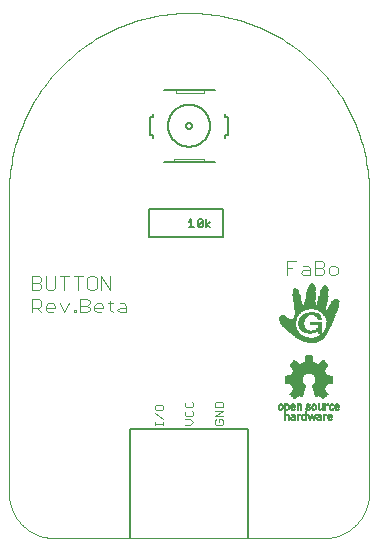
<source format=gto>
G75*
%MOIN*%
%OFA0B0*%
%FSLAX25Y25*%
%IPPOS*%
%LPD*%
%AMOC8*
5,1,8,0,0,1.08239X$1,22.5*
%
%ADD10C,0.00400*%
%ADD11C,0.00600*%
%ADD12C,0.00200*%
%ADD13C,0.00800*%
%ADD14C,0.00500*%
%ADD15C,0.00000*%
%ADD16C,0.00300*%
%ADD17R,0.00226X0.00011*%
%ADD18R,0.00183X0.00011*%
%ADD19R,0.00398X0.00011*%
%ADD20R,0.00301X0.00011*%
%ADD21R,0.00398X0.00011*%
%ADD22R,0.00387X0.00011*%
%ADD23R,0.00419X0.00011*%
%ADD24R,0.00430X0.00011*%
%ADD25R,0.00505X0.00011*%
%ADD26R,0.00398X0.00011*%
%ADD27R,0.00376X0.00011*%
%ADD28R,0.00376X0.00011*%
%ADD29R,0.00419X0.00011*%
%ADD30R,0.00430X0.00011*%
%ADD31R,0.00430X0.00011*%
%ADD32R,0.00570X0.00011*%
%ADD33R,0.00462X0.00011*%
%ADD34R,0.00387X0.00011*%
%ADD35R,0.00580X0.00011*%
%ADD36R,0.00441X0.00011*%
%ADD37R,0.00645X0.00011*%
%ADD38R,0.00527X0.00011*%
%ADD39R,0.00645X0.00011*%
%ADD40R,0.00666X0.00011*%
%ADD41R,0.00699X0.00011*%
%ADD42R,0.00720X0.00011*%
%ADD43R,0.00430X0.00011*%
%ADD44R,0.00752X0.00011*%
%ADD45R,0.00634X0.00011*%
%ADD46R,0.00408X0.00011*%
%ADD47R,0.00742X0.00011*%
%ADD48R,0.00441X0.00011*%
%ADD49R,0.00785X0.00011*%
%ADD50R,0.00795X0.00011*%
%ADD51R,0.00677X0.00011*%
%ADD52R,0.00419X0.00011*%
%ADD53R,0.00785X0.00011*%
%ADD54R,0.00839X0.00011*%
%ADD55R,0.00828X0.00011*%
%ADD56R,0.00709X0.00011*%
%ADD57R,0.00881X0.00011*%
%ADD58R,0.00860X0.00011*%
%ADD59R,0.00752X0.00011*%
%ADD60R,0.00860X0.00011*%
%ADD61R,0.00924X0.00011*%
%ADD62R,0.00903X0.00011*%
%ADD63R,0.00892X0.00011*%
%ADD64R,0.00967X0.00011*%
%ADD65R,0.00817X0.00011*%
%ADD66R,0.00935X0.00011*%
%ADD67R,0.01010X0.00011*%
%ADD68R,0.00957X0.00011*%
%ADD69R,0.00849X0.00011*%
%ADD70R,0.01053X0.00011*%
%ADD71R,0.00978X0.00011*%
%ADD72R,0.00462X0.00011*%
%ADD73R,0.00989X0.00011*%
%ADD74R,0.01075X0.00011*%
%ADD75R,0.01000X0.00011*%
%ADD76R,0.00903X0.00011*%
%ADD77R,0.01118X0.00011*%
%ADD78R,0.01032X0.00011*%
%ADD79R,0.00935X0.00011*%
%ADD80R,0.00462X0.00011*%
%ADD81R,0.00462X0.00011*%
%ADD82R,0.01021X0.00011*%
%ADD83R,0.01140X0.00011*%
%ADD84R,0.01043X0.00011*%
%ADD85R,0.00484X0.00011*%
%ADD86R,0.00484X0.00011*%
%ADD87R,0.01183X0.00011*%
%ADD88R,0.01064X0.00011*%
%ADD89R,0.01215X0.00011*%
%ADD90R,0.01086X0.00011*%
%ADD91R,0.01011X0.00011*%
%ADD92R,0.01086X0.00011*%
%ADD93R,0.01236X0.00011*%
%ADD94R,0.01107X0.00011*%
%ADD95R,0.00495X0.00011*%
%ADD96R,0.01107X0.00011*%
%ADD97R,0.01258X0.00011*%
%ADD98R,0.01559X0.00011*%
%ADD99R,0.00505X0.00011*%
%ADD100R,0.00505X0.00011*%
%ADD101R,0.01569X0.00011*%
%ADD102R,0.01290X0.00011*%
%ADD103R,0.01580X0.00011*%
%ADD104R,0.01311X0.00011*%
%ADD105R,0.01097X0.00011*%
%ADD106R,0.01344X0.00011*%
%ADD107R,0.01591X0.00011*%
%ADD108R,0.01537X0.00011*%
%ADD109R,0.00527X0.00011*%
%ADD110R,0.01365X0.00011*%
%ADD111R,0.01602X0.00011*%
%ADD112R,0.01548X0.00011*%
%ADD113R,0.01387X0.00011*%
%ADD114R,0.01613X0.00011*%
%ADD115R,0.01408X0.00011*%
%ADD116R,0.00548X0.00011*%
%ADD117R,0.01623X0.00011*%
%ADD118R,0.01419X0.00011*%
%ADD119R,0.01623X0.00011*%
%ADD120R,0.01580X0.00011*%
%ADD121R,0.00548X0.00011*%
%ADD122R,0.01623X0.00011*%
%ADD123R,0.01440X0.00011*%
%ADD124R,0.01623X0.00011*%
%ADD125R,0.01634X0.00011*%
%ADD126R,0.01462X0.00011*%
%ADD127R,0.01591X0.00011*%
%ADD128R,0.00570X0.00011*%
%ADD129R,0.00559X0.00011*%
%ADD130R,0.01483X0.00011*%
%ADD131R,0.01645X0.00011*%
%ADD132R,0.01645X0.00011*%
%ADD133R,0.01505X0.00011*%
%ADD134R,0.01645X0.00011*%
%ADD135R,0.01602X0.00011*%
%ADD136R,0.00570X0.00011*%
%ADD137R,0.00570X0.00011*%
%ADD138R,0.01655X0.00011*%
%ADD139R,0.01516X0.00011*%
%ADD140R,0.01655X0.00011*%
%ADD141R,0.00581X0.00011*%
%ADD142R,0.01526X0.00011*%
%ADD143R,0.00591X0.00011*%
%ADD144R,0.00591X0.00011*%
%ADD145R,0.01666X0.00011*%
%ADD146R,0.01527X0.00011*%
%ADD147R,0.01516X0.00011*%
%ADD148R,0.01666X0.00011*%
%ADD149R,0.01634X0.00011*%
%ADD150R,0.00602X0.00011*%
%ADD151R,0.00602X0.00011*%
%ADD152R,0.01677X0.00011*%
%ADD153R,0.01677X0.00011*%
%ADD154R,0.01634X0.00011*%
%ADD155R,0.00613X0.00011*%
%ADD156R,0.01688X0.00011*%
%ADD157R,0.01494X0.00011*%
%ADD158R,0.00656X0.00011*%
%ADD159R,0.00731X0.00011*%
%ADD160R,0.00623X0.00011*%
%ADD161R,0.00602X0.00011*%
%ADD162R,0.00731X0.00011*%
%ADD163R,0.00795X0.00011*%
%ADD164R,0.00634X0.00011*%
%ADD165R,0.00613X0.00011*%
%ADD166R,0.00494X0.00011*%
%ADD167R,0.00548X0.00011*%
%ADD168R,0.00516X0.00011*%
%ADD169R,0.00559X0.00011*%
%ADD170R,0.00634X0.00011*%
%ADD171R,0.00409X0.00011*%
%ADD172R,0.00537X0.00011*%
%ADD173R,0.00656X0.00011*%
%ADD174R,0.00376X0.00011*%
%ADD175R,0.00591X0.00011*%
%ADD176R,0.00645X0.00011*%
%ADD177R,0.00656X0.00011*%
%ADD178R,0.00667X0.00011*%
%ADD179R,0.00537X0.00011*%
%ADD180R,0.00344X0.00011*%
%ADD181R,0.00667X0.00011*%
%ADD182R,0.00473X0.00011*%
%ADD183R,0.00527X0.00011*%
%ADD184R,0.00312X0.00011*%
%ADD185R,0.00677X0.00011*%
%ADD186R,0.00279X0.00011*%
%ADD187R,0.00494X0.00011*%
%ADD188R,0.00258X0.00011*%
%ADD189R,0.00452X0.00011*%
%ADD190R,0.00484X0.00011*%
%ADD191R,0.00580X0.00011*%
%ADD192R,0.00688X0.00011*%
%ADD193R,0.00688X0.00011*%
%ADD194R,0.00451X0.00011*%
%ADD195R,0.00215X0.00011*%
%ADD196R,0.00452X0.00011*%
%ADD197R,0.00688X0.00011*%
%ADD198R,0.00688X0.00011*%
%ADD199R,0.00193X0.00011*%
%ADD200R,0.00473X0.00011*%
%ADD201R,0.00699X0.00011*%
%ADD202R,0.00161X0.00011*%
%ADD203R,0.00140X0.00011*%
%ADD204R,0.00709X0.00011*%
%ADD205R,0.00473X0.00011*%
%ADD206R,0.00118X0.00011*%
%ADD207R,0.00430X0.00011*%
%ADD208R,0.00086X0.00011*%
%ADD209R,0.00731X0.00011*%
%ADD210R,0.00054X0.00011*%
%ADD211R,0.00408X0.00011*%
%ADD212R,0.00451X0.00011*%
%ADD213R,0.00032X0.00011*%
%ADD214R,0.00516X0.00011*%
%ADD215R,0.00742X0.00011*%
%ADD216R,0.00011X0.00011*%
%ADD217R,0.00753X0.00011*%
%ADD218R,0.00473X0.00011*%
%ADD219R,0.00774X0.00011*%
%ADD220R,0.00774X0.00011*%
%ADD221R,0.00409X0.00011*%
%ADD222R,0.00774X0.00011*%
%ADD223R,0.00774X0.00011*%
%ADD224R,0.00376X0.00011*%
%ADD225R,0.00387X0.00011*%
%ADD226R,0.00387X0.00011*%
%ADD227R,0.00398X0.00011*%
%ADD228R,0.00365X0.00011*%
%ADD229R,0.01763X0.00011*%
%ADD230R,0.00366X0.00011*%
%ADD231R,0.01763X0.00011*%
%ADD232R,0.01548X0.00011*%
%ADD233R,0.00366X0.00011*%
%ADD234R,0.01559X0.00011*%
%ADD235R,0.01537X0.00011*%
%ADD236R,0.01505X0.00011*%
%ADD237R,0.01473X0.00011*%
%ADD238R,0.01441X0.00011*%
%ADD239R,0.01397X0.00011*%
%ADD240R,0.01376X0.00011*%
%ADD241R,0.00419X0.00011*%
%ADD242R,0.01376X0.00011*%
%ADD243R,0.01355X0.00011*%
%ADD244R,0.01354X0.00011*%
%ADD245R,0.01322X0.00011*%
%ADD246R,0.01333X0.00011*%
%ADD247R,0.01290X0.00011*%
%ADD248R,0.01301X0.00011*%
%ADD249R,0.01752X0.00011*%
%ADD250R,0.01258X0.00011*%
%ADD251R,0.01204X0.00011*%
%ADD252R,0.01129X0.00011*%
%ADD253R,0.01139X0.00011*%
%ADD254R,0.01752X0.00011*%
%ADD255R,0.00365X0.00011*%
%ADD256R,0.00355X0.00011*%
%ADD257R,0.00441X0.00011*%
%ADD258R,0.00441X0.00011*%
%ADD259R,0.00720X0.00011*%
%ADD260R,0.00495X0.00011*%
%ADD261R,0.00484X0.00011*%
%ADD262R,0.00677X0.00011*%
%ADD263R,0.00011X0.00011*%
%ADD264R,0.00011X0.00011*%
%ADD265R,0.00548X0.00011*%
%ADD266R,0.00032X0.00011*%
%ADD267R,0.00656X0.00011*%
%ADD268R,0.00064X0.00011*%
%ADD269R,0.00075X0.00011*%
%ADD270R,0.00097X0.00011*%
%ADD271R,0.00022X0.00011*%
%ADD272R,0.00054X0.00011*%
%ADD273R,0.00591X0.00011*%
%ADD274R,0.00054X0.00011*%
%ADD275R,0.00613X0.00011*%
%ADD276R,0.00150X0.00011*%
%ADD277R,0.00172X0.00011*%
%ADD278R,0.00107X0.00011*%
%ADD279R,0.00204X0.00011*%
%ADD280R,0.00129X0.00011*%
%ADD281R,0.00666X0.00011*%
%ADD282R,0.00226X0.00011*%
%ADD283R,0.00172X0.00011*%
%ADD284R,0.00236X0.00011*%
%ADD285R,0.00161X0.00011*%
%ADD286R,0.00699X0.00011*%
%ADD287R,0.00269X0.00011*%
%ADD288R,0.00194X0.00011*%
%ADD289R,0.00301X0.00011*%
%ADD290R,0.00236X0.00011*%
%ADD291R,0.00290X0.00011*%
%ADD292R,0.00333X0.00011*%
%ADD293R,0.00344X0.00011*%
%ADD294R,0.00290X0.00011*%
%ADD295R,0.01225X0.00011*%
%ADD296R,0.00602X0.00011*%
%ADD297R,0.00623X0.00011*%
%ADD298R,0.01645X0.00011*%
%ADD299R,0.01236X0.00011*%
%ADD300R,0.01441X0.00011*%
%ADD301R,0.01247X0.00011*%
%ADD302R,0.01451X0.00011*%
%ADD303R,0.01473X0.00011*%
%ADD304R,0.01462X0.00011*%
%ADD305R,0.01451X0.00011*%
%ADD306R,0.01473X0.00011*%
%ADD307R,0.01269X0.00011*%
%ADD308R,0.01430X0.00011*%
%ADD309R,0.01612X0.00011*%
%ADD310R,0.01279X0.00011*%
%ADD311R,0.01279X0.00011*%
%ADD312R,0.01387X0.00011*%
%ADD313R,0.01311X0.00011*%
%ADD314R,0.01301X0.00011*%
%ADD315R,0.01322X0.00011*%
%ADD316R,0.01333X0.00011*%
%ADD317R,0.01569X0.00011*%
%ADD318R,0.01483X0.00011*%
%ADD319R,0.01344X0.00011*%
%ADD320R,0.01301X0.00011*%
%ADD321R,0.01365X0.00011*%
%ADD322R,0.01269X0.00011*%
%ADD323R,0.01537X0.00011*%
%ADD324R,0.01430X0.00011*%
%ADD325R,0.01365X0.00011*%
%ADD326R,0.01086X0.00011*%
%ADD327R,0.01408X0.00011*%
%ADD328R,0.00924X0.00011*%
%ADD329R,0.01097X0.00011*%
%ADD330R,0.01419X0.00011*%
%ADD331R,0.00935X0.00011*%
%ADD332R,0.01225X0.00011*%
%ADD333R,0.00935X0.00011*%
%ADD334R,0.01032X0.00011*%
%ADD335R,0.01021X0.00011*%
%ADD336R,0.01150X0.00011*%
%ADD337R,0.01011X0.00011*%
%ADD338R,0.01000X0.00011*%
%ADD339R,0.00925X0.00011*%
%ADD340R,0.01118X0.00011*%
%ADD341R,0.01301X0.00011*%
%ADD342R,0.01096X0.00011*%
%ADD343R,0.00925X0.00011*%
%ADD344R,0.00946X0.00011*%
%ADD345R,0.00914X0.00011*%
%ADD346R,0.00914X0.00011*%
%ADD347R,0.00903X0.00011*%
%ADD348R,0.00892X0.00011*%
%ADD349R,0.01193X0.00011*%
%ADD350R,0.00871X0.00011*%
%ADD351R,0.01182X0.00011*%
%ADD352R,0.00881X0.00011*%
%ADD353R,0.00989X0.00011*%
%ADD354R,0.01161X0.00011*%
%ADD355R,0.00828X0.00011*%
%ADD356R,0.00806X0.00011*%
%ADD357R,0.00817X0.00011*%
%ADD358R,0.00763X0.00011*%
%ADD359R,0.01053X0.00011*%
%ADD360R,0.00355X0.00011*%
%ADD361R,0.01043X0.00011*%
%ADD362R,0.00753X0.00011*%
%ADD363R,0.00849X0.00011*%
%ADD364R,0.00720X0.00011*%
%ADD365R,0.00763X0.00011*%
%ADD366R,0.00634X0.00011*%
%ADD367R,0.00333X0.00011*%
%ADD368R,0.00323X0.00011*%
%ADD369R,0.00204X0.00011*%
%ADD370R,0.00215X0.00011*%
%ADD371R,0.00150X0.00011*%
%ADD372R,0.00140X0.00011*%
%ADD373R,0.00193X0.00011*%
%ADD374R,0.00204X0.00011*%
%ADD375R,0.00161X0.00011*%
%ADD376R,0.00194X0.00011*%
%ADD377R,0.00742X0.00011*%
%ADD378R,0.00838X0.00011*%
%ADD379R,0.00817X0.00011*%
%ADD380R,0.00699X0.00011*%
%ADD381R,0.00957X0.00011*%
%ADD382R,0.00828X0.00011*%
%ADD383R,0.00828X0.00011*%
%ADD384R,0.01021X0.00011*%
%ADD385R,0.00871X0.00011*%
%ADD386R,0.00892X0.00011*%
%ADD387R,0.00763X0.00011*%
%ADD388R,0.00967X0.00011*%
%ADD389R,0.01107X0.00011*%
%ADD390R,0.00967X0.00011*%
%ADD391R,0.01150X0.00011*%
%ADD392R,0.00978X0.00011*%
%ADD393R,0.01075X0.00011*%
%ADD394R,0.01182X0.00011*%
%ADD395R,0.01107X0.00011*%
%ADD396R,0.01172X0.00011*%
%ADD397R,0.00946X0.00011*%
%ADD398R,0.01129X0.00011*%
%ADD399R,0.01172X0.00011*%
%ADD400R,0.01204X0.00011*%
%ADD401R,0.01139X0.00011*%
%ADD402R,0.00989X0.00011*%
%ADD403R,0.01193X0.00011*%
%ADD404R,0.01172X0.00011*%
%ADD405R,0.01193X0.00011*%
%ADD406R,0.01032X0.00011*%
%ADD407R,0.01279X0.00011*%
%ADD408R,0.01247X0.00011*%
%ADD409R,0.01290X0.00011*%
%ADD410R,0.01268X0.00011*%
%ADD411R,0.01312X0.00011*%
%ADD412R,0.01236X0.00011*%
%ADD413R,0.01258X0.00011*%
%ADD414R,0.01548X0.00011*%
%ADD415R,0.01548X0.00011*%
%ADD416R,0.01397X0.00011*%
%ADD417R,0.01355X0.00011*%
%ADD418R,0.01570X0.00011*%
%ADD419R,0.01376X0.00011*%
%ADD420R,0.01365X0.00011*%
%ADD421R,0.01419X0.00011*%
%ADD422R,0.01698X0.00011*%
%ADD423R,0.01612X0.00011*%
%ADD424R,0.01720X0.00011*%
%ADD425R,0.01613X0.00011*%
%ADD426R,0.01527X0.00011*%
%ADD427R,0.01731X0.00011*%
%ADD428R,0.01763X0.00011*%
%ADD429R,0.01494X0.00011*%
%ADD430R,0.01634X0.00011*%
%ADD431R,0.01526X0.00011*%
%ADD432R,0.01516X0.00011*%
%ADD433R,0.00623X0.00011*%
%ADD434R,0.00699X0.00011*%
%ADD435R,0.00559X0.00011*%
%ADD436R,0.00312X0.00011*%
%ADD437R,0.00280X0.00011*%
%ADD438R,0.00247X0.00011*%
%ADD439R,0.00505X0.00011*%
%ADD440R,0.00559X0.00011*%
%ADD441R,0.00247X0.00011*%
%ADD442R,0.00108X0.00011*%
%ADD443R,0.00527X0.00011*%
%ADD444R,0.00064X0.00011*%
%ADD445R,0.00204X0.00011*%
%ADD446R,0.00043X0.00011*%
%ADD447R,0.00118X0.00011*%
%ADD448R,0.00043X0.00011*%
%ADD449R,0.00021X0.00011*%
%ADD450R,0.00107X0.00011*%
%ADD451R,0.00022X0.00011*%
%ADD452R,0.01193X0.00011*%
%ADD453R,0.01215X0.00011*%
%ADD454R,0.01774X0.00011*%
%ADD455R,0.01774X0.00011*%
%ADD456R,0.01354X0.00011*%
%ADD457R,0.00430X0.00011*%
%ADD458R,0.00043X0.00011*%
%ADD459R,0.00086X0.00011*%
%ADD460R,0.00161X0.00011*%
%ADD461R,0.00118X0.00011*%
%ADD462R,0.00516X0.00011*%
%ADD463R,0.00258X0.00011*%
%ADD464R,0.00312X0.00011*%
%ADD465R,0.00613X0.00011*%
%ADD466R,0.00290X0.00011*%
%ADD467R,0.00097X0.00011*%
%ADD468R,0.00322X0.00011*%
%ADD469R,0.00161X0.00011*%
%ADD470R,0.00709X0.00011*%
%ADD471R,0.00645X0.00011*%
%ADD472R,0.00731X0.00011*%
%ADD473R,0.01505X0.00011*%
%ADD474R,0.00720X0.00011*%
%ADD475R,0.01451X0.00011*%
%ADD476R,0.01430X0.00011*%
%ADD477R,0.01505X0.00011*%
%ADD478R,0.01290X0.00011*%
%ADD479R,0.01484X0.00011*%
%ADD480R,0.01279X0.00011*%
%ADD481R,0.01258X0.00011*%
%ADD482R,0.01247X0.00011*%
%ADD483R,0.01225X0.00011*%
%ADD484R,0.01204X0.00011*%
%ADD485R,0.01064X0.00011*%
%ADD486R,0.01387X0.00011*%
%ADD487R,0.01204X0.00011*%
%ADD488R,0.01032X0.00011*%
%ADD489R,0.01129X0.00011*%
%ADD490R,0.01075X0.00011*%
%ADD491R,0.00892X0.00011*%
%ADD492R,0.01043X0.00011*%
%ADD493R,0.00989X0.00011*%
%ADD494R,0.00860X0.00011*%
%ADD495R,0.00860X0.00011*%
%ADD496R,0.01021X0.00011*%
%ADD497R,0.00849X0.00011*%
%ADD498R,0.00839X0.00011*%
%ADD499R,0.00806X0.00011*%
%ADD500R,0.00849X0.00011*%
%ADD501R,0.00817X0.00011*%
%ADD502R,0.00742X0.00011*%
%ADD503R,0.00688X0.00011*%
%ADD504R,0.00118X0.00011*%
%ADD505R,0.00226X0.00011*%
%ADD506R,0.01096X0.00011*%
%ADD507R,0.01408X0.00011*%
%ADD508R,0.01677X0.00011*%
%ADD509R,0.01731X0.00011*%
%ADD510R,0.01784X0.00011*%
%ADD511R,0.01806X0.00011*%
%ADD512R,0.01806X0.00011*%
%ADD513R,0.01838X0.00011*%
%ADD514R,0.01860X0.00011*%
%ADD515R,0.01892X0.00011*%
%ADD516R,0.00108X0.00011*%
%ADD517R,0.01881X0.00011*%
%ADD518R,0.01913X0.00011*%
%ADD519R,0.01914X0.00011*%
%ADD520R,0.01935X0.00011*%
%ADD521R,0.01967X0.00011*%
%ADD522R,0.01989X0.00011*%
%ADD523R,0.01989X0.00011*%
%ADD524R,0.02021X0.00011*%
%ADD525R,0.02042X0.00011*%
%ADD526R,0.02075X0.00011*%
%ADD527R,0.02096X0.00011*%
%ADD528R,0.02096X0.00011*%
%ADD529R,0.02128X0.00011*%
%ADD530R,0.02150X0.00011*%
%ADD531R,0.02182X0.00011*%
%ADD532R,0.02182X0.00011*%
%ADD533R,0.02204X0.00011*%
%ADD534R,0.02204X0.00011*%
%ADD535R,0.02225X0.00011*%
%ADD536R,0.02257X0.00011*%
%ADD537R,0.02258X0.00011*%
%ADD538R,0.02279X0.00011*%
%ADD539R,0.02311X0.00011*%
%ADD540R,0.00516X0.00011*%
%ADD541R,0.02311X0.00011*%
%ADD542R,0.02333X0.00011*%
%ADD543R,0.02365X0.00011*%
%ADD544R,0.02386X0.00011*%
%ADD545R,0.02419X0.00011*%
%ADD546R,0.02440X0.00011*%
%ADD547R,0.02472X0.00011*%
%ADD548R,0.02494X0.00011*%
%ADD549R,0.02516X0.00011*%
%ADD550R,0.02548X0.00011*%
%ADD551R,0.02569X0.00011*%
%ADD552R,0.02602X0.00011*%
%ADD553R,0.02623X0.00011*%
%ADD554R,0.02655X0.00011*%
%ADD555R,0.02677X0.00011*%
%ADD556R,0.02677X0.00011*%
%ADD557R,0.02709X0.00011*%
%ADD558R,0.02709X0.00011*%
%ADD559R,0.02730X0.00011*%
%ADD560R,0.02763X0.00011*%
%ADD561R,0.02795X0.00011*%
%ADD562R,0.02795X0.00011*%
%ADD563R,0.03870X0.00011*%
%ADD564R,0.03870X0.00011*%
%ADD565R,0.03881X0.00011*%
%ADD566R,0.03881X0.00011*%
%ADD567R,0.03892X0.00011*%
%ADD568R,0.03891X0.00011*%
%ADD569R,0.03913X0.00011*%
%ADD570R,0.03913X0.00011*%
%ADD571R,0.03924X0.00011*%
%ADD572R,0.03945X0.00011*%
%ADD573R,0.03956X0.00011*%
%ADD574R,0.03956X0.00011*%
%ADD575R,0.03967X0.00011*%
%ADD576R,0.03988X0.00011*%
%ADD577R,0.03999X0.00011*%
%ADD578R,0.04020X0.00011*%
%ADD579R,0.04031X0.00011*%
%ADD580R,0.04053X0.00011*%
%ADD581R,0.04053X0.00011*%
%ADD582R,0.04063X0.00011*%
%ADD583R,0.04064X0.00011*%
%ADD584R,0.04074X0.00011*%
%ADD585R,0.04074X0.00011*%
%ADD586R,0.04096X0.00011*%
%ADD587R,0.04106X0.00011*%
%ADD588R,0.04107X0.00011*%
%ADD589R,0.04128X0.00011*%
%ADD590R,0.04139X0.00011*%
%ADD591R,0.04150X0.00011*%
%ADD592R,0.04149X0.00011*%
%ADD593R,0.04171X0.00011*%
%ADD594R,0.04182X0.00011*%
%ADD595R,0.04203X0.00011*%
%ADD596R,0.04203X0.00011*%
%ADD597R,0.04214X0.00011*%
%ADD598R,0.04235X0.00011*%
%ADD599R,0.04225X0.00011*%
%ADD600R,0.04246X0.00011*%
%ADD601R,0.04257X0.00011*%
%ADD602R,0.04278X0.00011*%
%ADD603R,0.04289X0.00011*%
%ADD604R,0.04311X0.00011*%
%ADD605R,0.04311X0.00011*%
%ADD606R,0.04321X0.00011*%
%ADD607R,0.04322X0.00011*%
%ADD608R,0.04332X0.00011*%
%ADD609R,0.04354X0.00011*%
%ADD610R,0.04354X0.00011*%
%ADD611R,0.04364X0.00011*%
%ADD612R,0.04386X0.00011*%
%ADD613R,0.04386X0.00011*%
%ADD614R,0.04397X0.00011*%
%ADD615R,0.04408X0.00011*%
%ADD616R,0.04407X0.00011*%
%ADD617R,0.04418X0.00011*%
%ADD618R,0.04418X0.00011*%
%ADD619R,0.04418X0.00011*%
%ADD620R,0.04418X0.00011*%
%ADD621R,0.04429X0.00011*%
%ADD622R,0.04429X0.00011*%
%ADD623R,0.04429X0.00011*%
%ADD624R,0.04407X0.00011*%
%ADD625R,0.04408X0.00011*%
%ADD626R,0.04397X0.00011*%
%ADD627R,0.04397X0.00011*%
%ADD628R,0.04375X0.00011*%
%ADD629R,0.04375X0.00011*%
%ADD630R,0.04375X0.00011*%
%ADD631R,0.04364X0.00011*%
%ADD632R,0.04354X0.00011*%
%ADD633R,0.04343X0.00011*%
%ADD634R,0.04343X0.00011*%
%ADD635R,0.04343X0.00011*%
%ADD636R,0.04343X0.00011*%
%ADD637R,0.04332X0.00011*%
%ADD638R,0.04332X0.00011*%
%ADD639R,0.04332X0.00011*%
%ADD640R,0.04322X0.00011*%
%ADD641R,0.04321X0.00011*%
%ADD642R,0.04311X0.00011*%
%ADD643R,0.04311X0.00011*%
%ADD644R,0.04300X0.00011*%
%ADD645R,0.04300X0.00011*%
%ADD646R,0.04300X0.00011*%
%ADD647R,0.04278X0.00011*%
%ADD648R,0.04268X0.00011*%
%ADD649R,0.04278X0.00011*%
%ADD650R,0.04268X0.00011*%
%ADD651R,0.04257X0.00011*%
%ADD652R,0.04257X0.00011*%
%ADD653R,0.04257X0.00011*%
%ADD654R,0.04246X0.00011*%
%ADD655R,0.04246X0.00011*%
%ADD656R,0.04235X0.00011*%
%ADD657R,0.04236X0.00011*%
%ADD658R,0.04225X0.00011*%
%ADD659R,0.04236X0.00011*%
%ADD660R,0.04225X0.00011*%
%ADD661R,0.04214X0.00011*%
%ADD662R,0.04192X0.00011*%
%ADD663R,0.04192X0.00011*%
%ADD664R,0.04182X0.00011*%
%ADD665R,0.04171X0.00011*%
%ADD666R,0.04160X0.00011*%
%ADD667R,0.04160X0.00011*%
%ADD668R,0.04160X0.00011*%
%ADD669R,0.04149X0.00011*%
%ADD670R,0.04150X0.00011*%
%ADD671R,0.04139X0.00011*%
%ADD672R,0.04139X0.00011*%
%ADD673R,0.04128X0.00011*%
%ADD674R,0.04128X0.00011*%
%ADD675R,0.04117X0.00011*%
%ADD676R,0.04117X0.00011*%
%ADD677R,0.04128X0.00011*%
%ADD678R,0.04106X0.00011*%
%ADD679R,0.04096X0.00011*%
%ADD680R,0.04096X0.00011*%
%ADD681R,0.04085X0.00011*%
%ADD682R,0.04085X0.00011*%
%ADD683R,0.04074X0.00011*%
%ADD684R,0.04063X0.00011*%
%ADD685R,0.04064X0.00011*%
%ADD686R,0.04053X0.00011*%
%ADD687R,0.04053X0.00011*%
%ADD688R,0.04042X0.00011*%
%ADD689R,0.04042X0.00011*%
%ADD690R,0.04031X0.00011*%
%ADD691R,0.04031X0.00011*%
%ADD692R,0.04020X0.00011*%
%ADD693R,0.04010X0.00011*%
%ADD694R,0.04010X0.00011*%
%ADD695R,0.03999X0.00011*%
%ADD696R,0.03988X0.00011*%
%ADD697R,0.03999X0.00011*%
%ADD698R,0.04042X0.00011*%
%ADD699R,0.04085X0.00011*%
%ADD700R,0.04386X0.00011*%
%ADD701R,0.04450X0.00011*%
%ADD702R,0.04450X0.00011*%
%ADD703R,0.04461X0.00011*%
%ADD704R,0.04472X0.00011*%
%ADD705R,0.04483X0.00011*%
%ADD706R,0.04494X0.00011*%
%ADD707R,0.04504X0.00011*%
%ADD708R,0.04515X0.00011*%
%ADD709R,0.04515X0.00011*%
%ADD710R,0.04526X0.00011*%
%ADD711R,0.04526X0.00011*%
%ADD712R,0.04536X0.00011*%
%ADD713R,0.04547X0.00011*%
%ADD714R,0.04558X0.00011*%
%ADD715R,0.04569X0.00011*%
%ADD716R,0.04580X0.00011*%
%ADD717R,0.04579X0.00011*%
%ADD718R,0.04590X0.00011*%
%ADD719R,0.04590X0.00011*%
%ADD720R,0.04601X0.00011*%
%ADD721R,0.04601X0.00011*%
%ADD722R,0.04612X0.00011*%
%ADD723R,0.04612X0.00011*%
%ADD724R,0.04622X0.00011*%
%ADD725R,0.04633X0.00011*%
%ADD726R,0.04633X0.00011*%
%ADD727R,0.04644X0.00011*%
%ADD728R,0.04655X0.00011*%
%ADD729R,0.04666X0.00011*%
%ADD730R,0.04676X0.00011*%
%ADD731R,0.04676X0.00011*%
%ADD732R,0.04687X0.00011*%
%ADD733R,0.04698X0.00011*%
%ADD734R,0.04698X0.00011*%
%ADD735R,0.04708X0.00011*%
%ADD736R,0.04719X0.00011*%
%ADD737R,0.04741X0.00011*%
%ADD738R,0.04741X0.00011*%
%ADD739R,0.04752X0.00011*%
%ADD740R,0.04762X0.00011*%
%ADD741R,0.04762X0.00011*%
%ADD742R,0.04773X0.00011*%
%ADD743R,0.04773X0.00011*%
%ADD744R,0.04773X0.00011*%
%ADD745R,0.04762X0.00011*%
%ADD746R,0.04752X0.00011*%
%ADD747R,0.04730X0.00011*%
%ADD748R,0.04709X0.00011*%
%ADD749R,0.04708X0.00011*%
%ADD750R,0.04687X0.00011*%
%ADD751R,0.04665X0.00011*%
%ADD752R,0.04666X0.00011*%
%ADD753R,0.04644X0.00011*%
%ADD754R,0.04601X0.00011*%
%ADD755R,0.04601X0.00011*%
%ADD756R,0.04569X0.00011*%
%ADD757R,0.04558X0.00011*%
%ADD758R,0.04515X0.00011*%
%ADD759R,0.04515X0.00011*%
%ADD760R,0.04504X0.00011*%
%ADD761R,0.04504X0.00011*%
%ADD762R,0.04483X0.00011*%
%ADD763R,0.04461X0.00011*%
%ADD764R,0.04451X0.00011*%
%ADD765R,0.04429X0.00011*%
%ADD766R,0.04397X0.00011*%
%ADD767R,0.04386X0.00011*%
%ADD768R,0.04365X0.00011*%
%ADD769R,0.04289X0.00011*%
%ADD770R,0.04268X0.00011*%
%ADD771R,0.04504X0.00011*%
%ADD772R,0.04751X0.00011*%
%ADD773R,0.04795X0.00011*%
%ADD774R,0.04794X0.00011*%
%ADD775R,0.04859X0.00011*%
%ADD776R,0.04859X0.00011*%
%ADD777R,0.04902X0.00011*%
%ADD778R,0.04945X0.00011*%
%ADD779R,0.04999X0.00011*%
%ADD780R,0.05052X0.00011*%
%ADD781R,0.05053X0.00011*%
%ADD782R,0.05106X0.00011*%
%ADD783R,0.05149X0.00011*%
%ADD784R,0.05203X0.00011*%
%ADD785R,0.05203X0.00011*%
%ADD786R,0.05257X0.00011*%
%ADD787R,0.05300X0.00011*%
%ADD788R,0.05300X0.00011*%
%ADD789R,0.05353X0.00011*%
%ADD790R,0.05407X0.00011*%
%ADD791R,0.05407X0.00011*%
%ADD792R,0.05450X0.00011*%
%ADD793R,0.05450X0.00011*%
%ADD794R,0.05515X0.00011*%
%ADD795R,0.05515X0.00011*%
%ADD796R,0.05558X0.00011*%
%ADD797R,0.05601X0.00011*%
%ADD798R,0.05665X0.00011*%
%ADD799R,0.05708X0.00011*%
%ADD800R,0.05762X0.00011*%
%ADD801R,0.05816X0.00011*%
%ADD802R,0.05859X0.00011*%
%ADD803R,0.05923X0.00011*%
%ADD804R,0.05923X0.00011*%
%ADD805R,0.05966X0.00011*%
%ADD806R,0.05988X0.00011*%
%ADD807R,0.05998X0.00011*%
%ADD808R,0.06009X0.00011*%
%ADD809R,0.06009X0.00011*%
%ADD810R,0.06009X0.00011*%
%ADD811R,0.06009X0.00011*%
%ADD812R,0.05998X0.00011*%
%ADD813R,0.05977X0.00011*%
%ADD814R,0.05977X0.00011*%
%ADD815R,0.05955X0.00011*%
%ADD816R,0.05955X0.00011*%
%ADD817R,0.05945X0.00011*%
%ADD818R,0.05945X0.00011*%
%ADD819R,0.05934X0.00011*%
%ADD820R,0.05934X0.00011*%
%ADD821R,0.05934X0.00011*%
%ADD822R,0.05934X0.00011*%
%ADD823R,0.05912X0.00011*%
%ADD824R,0.05912X0.00011*%
%ADD825R,0.05902X0.00011*%
%ADD826R,0.05902X0.00011*%
%ADD827R,0.05891X0.00011*%
%ADD828R,0.05880X0.00011*%
%ADD829R,0.05880X0.00011*%
%ADD830R,0.05869X0.00011*%
%ADD831R,0.05869X0.00011*%
%ADD832R,0.05859X0.00011*%
%ADD833R,0.05859X0.00011*%
%ADD834R,0.05859X0.00011*%
%ADD835R,0.05848X0.00011*%
%ADD836R,0.05848X0.00011*%
%ADD837R,0.05848X0.00011*%
%ADD838R,0.05848X0.00011*%
%ADD839R,0.05837X0.00011*%
%ADD840R,0.05827X0.00011*%
%ADD841R,0.05827X0.00011*%
%ADD842R,0.05816X0.00011*%
%ADD843R,0.05805X0.00011*%
%ADD844R,0.05805X0.00011*%
%ADD845R,0.05794X0.00011*%
%ADD846R,0.05794X0.00011*%
%ADD847R,0.05783X0.00011*%
%ADD848R,0.05783X0.00011*%
%ADD849R,0.05773X0.00011*%
%ADD850R,0.05773X0.00011*%
%ADD851R,0.05762X0.00011*%
%ADD852R,0.05762X0.00011*%
%ADD853R,0.05762X0.00011*%
%ADD854R,0.05837X0.00011*%
%ADD855R,0.05891X0.00011*%
%ADD856R,0.05923X0.00011*%
%ADD857R,0.05945X0.00011*%
%ADD858R,0.05945X0.00011*%
%ADD859R,0.05966X0.00011*%
%ADD860R,0.05988X0.00011*%
%ADD861R,0.06020X0.00011*%
%ADD862R,0.06020X0.00011*%
%ADD863R,0.06020X0.00011*%
%ADD864R,0.06020X0.00011*%
%ADD865R,0.05988X0.00011*%
%ADD866R,0.05956X0.00011*%
%ADD867R,0.05741X0.00011*%
%ADD868R,0.05740X0.00011*%
%ADD869R,0.05697X0.00011*%
%ADD870R,0.05655X0.00011*%
%ADD871R,0.05590X0.00011*%
%ADD872R,0.05590X0.00011*%
%ADD873R,0.05547X0.00011*%
%ADD874R,0.05493X0.00011*%
%ADD875R,0.05493X0.00011*%
%ADD876R,0.05439X0.00011*%
%ADD877R,0.05396X0.00011*%
%ADD878R,0.05397X0.00011*%
%ADD879R,0.05332X0.00011*%
%ADD880R,0.05289X0.00011*%
%ADD881R,0.05246X0.00011*%
%ADD882R,0.05246X0.00011*%
%ADD883R,0.05192X0.00011*%
%ADD884R,0.05138X0.00011*%
%ADD885R,0.05139X0.00011*%
%ADD886R,0.05095X0.00011*%
%ADD887R,0.05042X0.00011*%
%ADD888R,0.05042X0.00011*%
%ADD889R,0.04934X0.00011*%
%ADD890R,0.04934X0.00011*%
%ADD891R,0.04891X0.00011*%
%ADD892R,0.04848X0.00011*%
%ADD893R,0.04848X0.00011*%
%ADD894R,0.04698X0.00011*%
%ADD895R,0.04698X0.00011*%
%ADD896R,0.04547X0.00011*%
%ADD897R,0.04493X0.00011*%
%ADD898R,0.04279X0.00011*%
%ADD899R,0.04289X0.00011*%
%ADD900R,0.04440X0.00011*%
%ADD901R,0.04440X0.00011*%
%ADD902R,0.04472X0.00011*%
%ADD903R,0.04483X0.00011*%
%ADD904R,0.04493X0.00011*%
%ADD905R,0.04494X0.00011*%
%ADD906R,0.04547X0.00011*%
%ADD907R,0.04590X0.00011*%
%ADD908R,0.04644X0.00011*%
%ADD909R,0.04805X0.00011*%
%ADD910R,0.04816X0.00011*%
%ADD911R,0.04827X0.00011*%
%ADD912R,0.04880X0.00011*%
%ADD913R,0.04956X0.00011*%
%ADD914R,0.04956X0.00011*%
%ADD915R,0.04999X0.00011*%
%ADD916R,0.05020X0.00011*%
%ADD917R,0.05031X0.00011*%
%ADD918R,0.05063X0.00011*%
%ADD919R,0.05117X0.00011*%
%ADD920R,0.05160X0.00011*%
%ADD921R,0.05214X0.00011*%
%ADD922R,0.05214X0.00011*%
%ADD923R,0.11105X0.00011*%
%ADD924R,0.11094X0.00011*%
%ADD925R,0.11072X0.00011*%
%ADD926R,0.11072X0.00011*%
%ADD927R,0.11051X0.00011*%
%ADD928R,0.11030X0.00011*%
%ADD929R,0.11030X0.00011*%
%ADD930R,0.11008X0.00011*%
%ADD931R,0.11008X0.00011*%
%ADD932R,0.10986X0.00011*%
%ADD933R,0.10965X0.00011*%
%ADD934R,0.10965X0.00011*%
%ADD935R,0.10944X0.00011*%
%ADD936R,0.10922X0.00011*%
%ADD937R,0.10922X0.00011*%
%ADD938R,0.10900X0.00011*%
%ADD939R,0.10879X0.00011*%
%ADD940R,0.10879X0.00011*%
%ADD941R,0.10857X0.00011*%
%ADD942R,0.10836X0.00011*%
%ADD943R,0.10836X0.00011*%
%ADD944R,0.10814X0.00011*%
%ADD945R,0.10814X0.00011*%
%ADD946R,0.10793X0.00011*%
%ADD947R,0.10772X0.00011*%
%ADD948R,0.10772X0.00011*%
%ADD949R,0.10750X0.00011*%
%ADD950R,0.10728X0.00011*%
%ADD951R,0.10728X0.00011*%
%ADD952R,0.10707X0.00011*%
%ADD953R,0.10685X0.00011*%
%ADD954R,0.10685X0.00011*%
%ADD955R,0.10664X0.00011*%
%ADD956R,0.10642X0.00011*%
%ADD957R,0.10642X0.00011*%
%ADD958R,0.10621X0.00011*%
%ADD959R,0.10621X0.00011*%
%ADD960R,0.10599X0.00011*%
%ADD961R,0.10578X0.00011*%
%ADD962R,0.10578X0.00011*%
%ADD963R,0.10556X0.00011*%
%ADD964R,0.10535X0.00011*%
%ADD965R,0.10535X0.00011*%
%ADD966R,0.10513X0.00011*%
%ADD967R,0.10492X0.00011*%
%ADD968R,0.10492X0.00011*%
%ADD969R,0.10470X0.00011*%
%ADD970R,0.10449X0.00011*%
%ADD971R,0.10449X0.00011*%
%ADD972R,0.10427X0.00011*%
%ADD973R,0.10427X0.00011*%
%ADD974R,0.10750X0.00011*%
%ADD975R,0.10857X0.00011*%
%ADD976R,0.10911X0.00011*%
%ADD977R,0.10944X0.00011*%
%ADD978R,0.11051X0.00011*%
%ADD979R,0.11116X0.00011*%
%ADD980R,0.11137X0.00011*%
%ADD981R,0.11158X0.00011*%
%ADD982R,0.11180X0.00011*%
%ADD983R,0.11202X0.00011*%
%ADD984R,0.11223X0.00011*%
%ADD985R,0.11244X0.00011*%
%ADD986R,0.11244X0.00011*%
%ADD987R,0.11266X0.00011*%
%ADD988R,0.11288X0.00011*%
%ADD989R,0.11309X0.00011*%
%ADD990R,0.11330X0.00011*%
%ADD991R,0.11352X0.00011*%
%ADD992R,0.11373X0.00011*%
%ADD993R,0.11373X0.00011*%
%ADD994R,0.11395X0.00011*%
%ADD995R,0.11416X0.00011*%
%ADD996R,0.11427X0.00011*%
%ADD997R,0.11438X0.00011*%
%ADD998R,0.11459X0.00011*%
%ADD999R,0.11481X0.00011*%
%ADD1000R,0.11481X0.00011*%
%ADD1001R,0.11502X0.00011*%
%ADD1002R,0.11524X0.00011*%
%ADD1003R,0.11545X0.00011*%
%ADD1004R,0.11567X0.00011*%
%ADD1005R,0.11588X0.00011*%
%ADD1006R,0.11610X0.00011*%
%ADD1007R,0.11610X0.00011*%
%ADD1008R,0.11631X0.00011*%
%ADD1009R,0.11653X0.00011*%
%ADD1010R,0.11664X0.00011*%
%ADD1011R,0.11674X0.00011*%
%ADD1012R,0.11696X0.00011*%
%ADD1013R,0.11717X0.00011*%
%ADD1014R,0.11739X0.00011*%
%ADD1015R,0.11760X0.00011*%
%ADD1016R,0.11782X0.00011*%
%ADD1017R,0.11803X0.00011*%
%ADD1018R,0.11803X0.00011*%
%ADD1019R,0.11825X0.00011*%
%ADD1020R,0.11847X0.00011*%
%ADD1021R,0.11847X0.00011*%
%ADD1022R,0.11868X0.00011*%
%ADD1023R,0.11889X0.00011*%
%ADD1024R,0.11911X0.00011*%
%ADD1025R,0.11932X0.00011*%
%ADD1026R,0.11954X0.00011*%
%ADD1027R,0.11975X0.00011*%
%ADD1028R,0.11997X0.00011*%
%ADD1029R,0.12018X0.00011*%
%ADD1030R,0.12040X0.00011*%
%ADD1031R,0.12040X0.00011*%
%ADD1032R,0.12061X0.00011*%
%ADD1033R,0.12083X0.00011*%
%ADD1034R,0.12105X0.00011*%
%ADD1035R,0.12126X0.00011*%
%ADD1036R,0.12147X0.00011*%
%ADD1037R,0.12169X0.00011*%
%ADD1038R,0.12180X0.00011*%
%ADD1039R,0.12191X0.00011*%
%ADD1040R,0.12212X0.00011*%
%ADD1041R,0.12233X0.00011*%
%ADD1042R,0.12233X0.00011*%
%ADD1043R,0.12255X0.00011*%
%ADD1044R,0.12277X0.00011*%
%ADD1045R,0.12277X0.00011*%
%ADD1046R,0.12298X0.00011*%
%ADD1047R,0.12319X0.00011*%
%ADD1048R,0.12341X0.00011*%
%ADD1049R,0.12362X0.00011*%
%ADD1050R,0.12384X0.00011*%
%ADD1051R,0.12405X0.00011*%
%ADD1052R,0.12405X0.00011*%
%ADD1053R,0.12427X0.00011*%
%ADD1054R,0.12448X0.00011*%
%ADD1055R,0.12470X0.00011*%
%ADD1056R,0.12470X0.00011*%
%ADD1057R,0.12491X0.00011*%
%ADD1058R,0.12513X0.00011*%
%ADD1059R,0.12534X0.00011*%
%ADD1060R,0.12556X0.00011*%
%ADD1061R,0.12577X0.00011*%
%ADD1062R,0.12599X0.00011*%
%ADD1063R,0.12599X0.00011*%
%ADD1064R,0.12620X0.00011*%
%ADD1065R,0.12642X0.00011*%
%ADD1066R,0.12642X0.00011*%
%ADD1067R,0.12663X0.00011*%
%ADD1068R,0.12685X0.00011*%
%ADD1069R,0.12706X0.00011*%
%ADD1070R,0.12706X0.00011*%
%ADD1071R,0.12728X0.00011*%
%ADD1072R,0.12749X0.00011*%
%ADD1073R,0.12771X0.00011*%
%ADD1074R,0.12771X0.00011*%
%ADD1075R,0.12792X0.00011*%
%ADD1076R,0.12792X0.00011*%
%ADD1077R,0.12782X0.00011*%
%ADD1078R,0.12728X0.00011*%
%ADD1079R,0.12556X0.00011*%
%ADD1080R,0.12534X0.00011*%
%ADD1081R,0.12448X0.00011*%
%ADD1082R,0.12362X0.00011*%
%ADD1083R,0.12341X0.00011*%
%ADD1084R,0.03075X0.00011*%
%ADD1085R,0.03074X0.00011*%
%ADD1086R,0.03021X0.00011*%
%ADD1087R,0.05912X0.00011*%
%ADD1088R,0.02988X0.00011*%
%ADD1089R,0.02989X0.00011*%
%ADD1090R,0.02956X0.00011*%
%ADD1091R,0.02935X0.00011*%
%ADD1092R,0.02913X0.00011*%
%ADD1093R,0.02902X0.00011*%
%ADD1094R,0.02881X0.00011*%
%ADD1095R,0.02859X0.00011*%
%ADD1096R,0.02827X0.00011*%
%ADD1097R,0.02806X0.00011*%
%ADD1098R,0.05483X0.00011*%
%ADD1099R,0.02806X0.00011*%
%ADD1100R,0.02773X0.00011*%
%ADD1101R,0.02773X0.00011*%
%ADD1102R,0.02752X0.00011*%
%ADD1103R,0.05375X0.00011*%
%ADD1104R,0.02720X0.00011*%
%ADD1105R,0.02698X0.00011*%
%ADD1106R,0.05267X0.00011*%
%ADD1107R,0.02698X0.00011*%
%ADD1108R,0.02666X0.00011*%
%ADD1109R,0.05224X0.00011*%
%ADD1110R,0.02645X0.00011*%
%ADD1111R,0.05181X0.00011*%
%ADD1112R,0.02644X0.00011*%
%ADD1113R,0.02612X0.00011*%
%ADD1114R,0.05117X0.00011*%
%ADD1115R,0.02591X0.00011*%
%ADD1116R,0.05074X0.00011*%
%ADD1117R,0.05009X0.00011*%
%ADD1118R,0.02537X0.00011*%
%ADD1119R,0.04967X0.00011*%
%ADD1120R,0.02483X0.00011*%
%ADD1121R,0.02462X0.00011*%
%ADD1122R,0.04794X0.00011*%
%ADD1123R,0.02430X0.00011*%
%ADD1124R,0.02408X0.00011*%
%ADD1125R,0.02408X0.00011*%
%ADD1126R,0.02376X0.00011*%
%ADD1127R,0.02354X0.00011*%
%ADD1128R,0.02354X0.00011*%
%ADD1129R,0.02322X0.00011*%
%ADD1130R,0.04536X0.00011*%
%ADD1131R,0.02300X0.00011*%
%ADD1132R,0.02247X0.00011*%
%ADD1133R,0.02247X0.00011*%
%ADD1134R,0.02225X0.00011*%
%ADD1135R,0.02193X0.00011*%
%ADD1136R,0.02193X0.00011*%
%ADD1137R,0.02172X0.00011*%
%ADD1138R,0.02171X0.00011*%
%ADD1139R,0.02139X0.00011*%
%ADD1140R,0.02118X0.00011*%
%ADD1141R,0.02085X0.00011*%
%ADD1142R,0.02086X0.00011*%
%ADD1143R,0.02064X0.00011*%
%ADD1144R,0.02064X0.00011*%
%ADD1145R,0.02032X0.00011*%
%ADD1146R,0.03956X0.00011*%
%ADD1147R,0.02010X0.00011*%
%ADD1148R,0.03848X0.00011*%
%ADD1149R,0.01978X0.00011*%
%ADD1150R,0.01956X0.00011*%
%ADD1151R,0.03805X0.00011*%
%ADD1152R,0.03762X0.00011*%
%ADD1153R,0.01903X0.00011*%
%ADD1154R,0.03698X0.00011*%
%ADD1155R,0.03655X0.00011*%
%ADD1156R,0.01849X0.00011*%
%ADD1157R,0.03591X0.00011*%
%ADD1158R,0.01827X0.00011*%
%ADD1159R,0.03547X0.00011*%
%ADD1160R,0.01795X0.00011*%
%ADD1161R,0.03483X0.00011*%
%ADD1162R,0.01795X0.00011*%
%ADD1163R,0.03440X0.00011*%
%ADD1164R,0.01742X0.00011*%
%ADD1165R,0.03375X0.00011*%
%ADD1166R,0.01741X0.00011*%
%ADD1167R,0.01720X0.00011*%
%ADD1168R,0.03333X0.00011*%
%ADD1169R,0.03289X0.00011*%
%ADD1170R,0.03225X0.00011*%
%ADD1171R,0.03182X0.00011*%
%ADD1172R,0.03139X0.00011*%
%ADD1173R,0.03096X0.00011*%
%ADD1174R,0.01559X0.00011*%
%ADD1175R,0.03074X0.00011*%
%ADD1176R,0.03053X0.00011*%
%ADD1177R,0.01505X0.00011*%
%ADD1178R,0.03031X0.00011*%
%ADD1179R,0.03010X0.00011*%
%ADD1180R,0.01451X0.00011*%
%ADD1181R,0.03010X0.00011*%
%ADD1182R,0.02989X0.00011*%
%ADD1183R,0.02967X0.00011*%
%ADD1184R,0.01215X0.00011*%
%ADD1185R,0.02967X0.00011*%
%ADD1186R,0.02945X0.00011*%
%ADD1187R,0.02945X0.00011*%
%ADD1188R,0.02924X0.00011*%
%ADD1189R,0.02924X0.00011*%
%ADD1190R,0.00903X0.00011*%
%ADD1191R,0.02902X0.00011*%
%ADD1192R,0.02881X0.00011*%
%ADD1193R,0.02859X0.00011*%
%ADD1194R,0.02849X0.00011*%
%ADD1195R,0.02838X0.00011*%
%ADD1196R,0.02838X0.00011*%
%ADD1197R,0.02817X0.00011*%
%ADD1198R,0.02817X0.00011*%
%ADD1199R,0.00183X0.00011*%
%ADD1200R,0.02795X0.00011*%
%ADD1201R,0.02773X0.00011*%
%ADD1202R,0.02752X0.00011*%
%ADD1203R,0.02730X0.00011*%
%ADD1204R,0.02709X0.00011*%
%ADD1205R,0.02687X0.00011*%
%ADD1206R,0.02687X0.00011*%
%ADD1207R,0.02666X0.00011*%
%ADD1208R,0.02644X0.00011*%
%ADD1209R,0.02623X0.00011*%
%ADD1210R,0.02602X0.00011*%
%ADD1211R,0.02580X0.00011*%
%ADD1212R,0.02580X0.00011*%
%ADD1213R,0.02558X0.00011*%
%ADD1214R,0.02558X0.00011*%
%ADD1215R,0.02537X0.00011*%
%ADD1216R,0.02516X0.00011*%
%ADD1217R,0.02505X0.00011*%
%ADD1218R,0.02494X0.00011*%
%ADD1219R,0.02472X0.00011*%
%ADD1220R,0.02451X0.00011*%
%ADD1221R,0.02451X0.00011*%
%ADD1222R,0.02430X0.00011*%
%ADD1223R,0.02408X0.00011*%
%ADD1224R,0.02386X0.00011*%
%ADD1225R,0.02365X0.00011*%
%ADD1226R,0.02344X0.00011*%
%ADD1227R,0.02344X0.00011*%
%ADD1228R,0.02333X0.00011*%
%ADD1229R,0.02322X0.00011*%
%ADD1230R,0.02300X0.00011*%
%ADD1231R,0.02279X0.00011*%
%ADD1232R,0.02279X0.00011*%
%ADD1233R,0.02258X0.00011*%
%ADD1234R,0.02236X0.00011*%
%ADD1235R,0.02236X0.00011*%
%ADD1236R,0.02214X0.00011*%
%ADD1237R,0.02193X0.00011*%
%ADD1238R,0.02086X0.00011*%
%ADD1239R,0.00460X0.00011*%
%ADD1240R,0.00920X0.00011*%
%ADD1241R,0.01184X0.00011*%
%ADD1242R,0.01426X0.00011*%
%ADD1243R,0.01610X0.00011*%
%ADD1244R,0.01783X0.00011*%
%ADD1245R,0.01955X0.00011*%
%ADD1246R,0.02093X0.00011*%
%ADD1247R,0.02242X0.00011*%
%ADD1248R,0.02369X0.00011*%
%ADD1249R,0.02495X0.00011*%
%ADD1250R,0.02611X0.00011*%
%ADD1251R,0.02714X0.00011*%
%ADD1252R,0.02829X0.00011*%
%ADD1253R,0.02921X0.00011*%
%ADD1254R,0.03025X0.00011*%
%ADD1255R,0.03128X0.00011*%
%ADD1256R,0.03220X0.00011*%
%ADD1257R,0.03300X0.00011*%
%ADD1258R,0.03392X0.00011*%
%ADD1259R,0.03473X0.00011*%
%ADD1260R,0.03565X0.00011*%
%ADD1261R,0.03645X0.00011*%
%ADD1262R,0.03726X0.00011*%
%ADD1263R,0.03806X0.00011*%
%ADD1264R,0.03875X0.00011*%
%ADD1265R,0.03956X0.00011*%
%ADD1266R,0.04013X0.00011*%
%ADD1267R,0.04082X0.00011*%
%ADD1268R,0.04163X0.00011*%
%ADD1269R,0.04232X0.00011*%
%ADD1270R,0.04301X0.00011*%
%ADD1271R,0.04370X0.00011*%
%ADD1272R,0.04428X0.00011*%
%ADD1273R,0.04497X0.00011*%
%ADD1274R,0.04554X0.00011*%
%ADD1275R,0.04623X0.00011*%
%ADD1276R,0.04680X0.00011*%
%ADD1277R,0.04749X0.00011*%
%ADD1278R,0.04807X0.00011*%
%ADD1279R,0.04864X0.00011*%
%ADD1280R,0.04933X0.00011*%
%ADD1281R,0.04979X0.00011*%
%ADD1282R,0.05037X0.00011*%
%ADD1283R,0.05094X0.00011*%
%ADD1284R,0.05141X0.00011*%
%ADD1285R,0.05209X0.00011*%
%ADD1286R,0.05267X0.00011*%
%ADD1287R,0.05313X0.00011*%
%ADD1288R,0.05370X0.00011*%
%ADD1289R,0.05416X0.00011*%
%ADD1290R,0.05474X0.00011*%
%ADD1291R,0.05520X0.00011*%
%ADD1292R,0.05577X0.00011*%
%ADD1293R,0.05635X0.00011*%
%ADD1294R,0.05681X0.00011*%
%ADD1295R,0.05738X0.00011*%
%ADD1296R,0.05784X0.00011*%
%ADD1297R,0.05842X0.00011*%
%ADD1298R,0.05877X0.00011*%
%ADD1299R,0.05922X0.00011*%
%ADD1300R,0.05980X0.00011*%
%ADD1301R,0.06014X0.00011*%
%ADD1302R,0.06061X0.00011*%
%ADD1303R,0.06118X0.00011*%
%ADD1304R,0.06164X0.00011*%
%ADD1305R,0.06198X0.00011*%
%ADD1306R,0.06256X0.00011*%
%ADD1307R,0.06302X0.00011*%
%ADD1308R,0.06348X0.00011*%
%ADD1309R,0.06394X0.00011*%
%ADD1310R,0.06440X0.00011*%
%ADD1311R,0.06475X0.00011*%
%ADD1312R,0.06532X0.00011*%
%ADD1313R,0.06566X0.00011*%
%ADD1314R,0.06613X0.00011*%
%ADD1315R,0.06647X0.00011*%
%ADD1316R,0.06693X0.00011*%
%ADD1317R,0.06739X0.00011*%
%ADD1318R,0.06773X0.00011*%
%ADD1319R,0.06831X0.00011*%
%ADD1320R,0.06866X0.00011*%
%ADD1321R,0.06911X0.00011*%
%ADD1322R,0.06946X0.00011*%
%ADD1323R,0.06980X0.00011*%
%ADD1324R,0.07027X0.00011*%
%ADD1325R,0.07061X0.00011*%
%ADD1326R,0.07118X0.00011*%
%ADD1327R,0.07153X0.00011*%
%ADD1328R,0.07187X0.00011*%
%ADD1329R,0.07233X0.00011*%
%ADD1330R,0.07268X0.00011*%
%ADD1331R,0.07314X0.00011*%
%ADD1332R,0.07348X0.00011*%
%ADD1333R,0.07372X0.00011*%
%ADD1334R,0.07417X0.00011*%
%ADD1335R,0.07452X0.00011*%
%ADD1336R,0.07486X0.00011*%
%ADD1337R,0.07521X0.00011*%
%ADD1338R,0.07567X0.00011*%
%ADD1339R,0.07602X0.00011*%
%ADD1340R,0.07636X0.00011*%
%ADD1341R,0.07682X0.00011*%
%ADD1342R,0.07716X0.00011*%
%ADD1343R,0.07751X0.00011*%
%ADD1344R,0.07786X0.00011*%
%ADD1345R,0.07831X0.00011*%
%ADD1346R,0.07866X0.00011*%
%ADD1347R,0.07889X0.00011*%
%ADD1348R,0.07923X0.00011*%
%ADD1349R,0.07958X0.00011*%
%ADD1350R,0.08004X0.00011*%
%ADD1351R,0.08038X0.00011*%
%ADD1352R,0.08061X0.00011*%
%ADD1353R,0.08096X0.00011*%
%ADD1354R,0.08130X0.00011*%
%ADD1355R,0.08165X0.00011*%
%ADD1356R,0.08211X0.00011*%
%ADD1357R,0.08234X0.00011*%
%ADD1358R,0.08269X0.00011*%
%ADD1359R,0.08303X0.00011*%
%ADD1360R,0.08338X0.00011*%
%ADD1361R,0.08372X0.00011*%
%ADD1362R,0.08395X0.00011*%
%ADD1363R,0.08430X0.00011*%
%ADD1364R,0.08464X0.00011*%
%ADD1365R,0.08498X0.00011*%
%ADD1366R,0.08533X0.00011*%
%ADD1367R,0.04381X0.00011*%
%ADD1368R,0.03818X0.00011*%
%ADD1369R,0.04140X0.00011*%
%ADD1370R,0.03622X0.00011*%
%ADD1371R,0.04025X0.00011*%
%ADD1372R,0.03496X0.00011*%
%ADD1373R,0.03933X0.00011*%
%ADD1374R,0.03864X0.00011*%
%ADD1375R,0.03312X0.00011*%
%ADD1376R,0.03795X0.00011*%
%ADD1377R,0.03243X0.00011*%
%ADD1378R,0.03737X0.00011*%
%ADD1379R,0.03186X0.00011*%
%ADD1380R,0.03680X0.00011*%
%ADD1381R,0.03128X0.00011*%
%ADD1382R,0.03082X0.00011*%
%ADD1383R,0.03599X0.00011*%
%ADD1384R,0.03036X0.00011*%
%ADD1385R,0.03553X0.00011*%
%ADD1386R,0.02990X0.00011*%
%ADD1387R,0.03530X0.00011*%
%ADD1388R,0.02944X0.00011*%
%ADD1389R,0.02909X0.00011*%
%ADD1390R,0.03461X0.00011*%
%ADD1391R,0.02875X0.00011*%
%ADD1392R,0.03439X0.00011*%
%ADD1393R,0.02840X0.00011*%
%ADD1394R,0.02806X0.00011*%
%ADD1395R,0.03381X0.00011*%
%ADD1396R,0.02783X0.00011*%
%ADD1397R,0.03358X0.00011*%
%ADD1398R,0.02760X0.00011*%
%ADD1399R,0.03335X0.00011*%
%ADD1400R,0.02725X0.00011*%
%ADD1401R,0.02702X0.00011*%
%ADD1402R,0.03289X0.00011*%
%ADD1403R,0.02668X0.00011*%
%ADD1404R,0.03266X0.00011*%
%ADD1405R,0.02645X0.00011*%
%ADD1406R,0.02622X0.00011*%
%ADD1407R,0.03231X0.00011*%
%ADD1408R,0.02599X0.00011*%
%ADD1409R,0.03208X0.00011*%
%ADD1410R,0.02587X0.00011*%
%ADD1411R,0.03197X0.00011*%
%ADD1412R,0.02564X0.00011*%
%ADD1413R,0.03185X0.00011*%
%ADD1414R,0.02541X0.00011*%
%ADD1415R,0.03163X0.00011*%
%ADD1416R,0.02519X0.00011*%
%ADD1417R,0.03151X0.00011*%
%ADD1418R,0.03139X0.00011*%
%ADD1419R,0.02484X0.00011*%
%ADD1420R,0.02449X0.00011*%
%ADD1421R,0.03116X0.00011*%
%ADD1422R,0.02438X0.00011*%
%ADD1423R,0.03105X0.00011*%
%ADD1424R,0.02415X0.00011*%
%ADD1425R,0.02403X0.00011*%
%ADD1426R,0.02380X0.00011*%
%ADD1427R,0.03059X0.00011*%
%ADD1428R,0.03059X0.00011*%
%ADD1429R,0.02357X0.00011*%
%ADD1430R,0.02346X0.00011*%
%ADD1431R,0.02323X0.00011*%
%ADD1432R,0.03024X0.00011*%
%ADD1433R,0.02311X0.00011*%
%ADD1434R,0.02289X0.00011*%
%ADD1435R,0.03002X0.00011*%
%ADD1436R,0.02277X0.00011*%
%ADD1437R,0.02266X0.00011*%
%ADD1438R,0.02231X0.00011*%
%ADD1439R,0.02978X0.00011*%
%ADD1440R,0.02219X0.00011*%
%ADD1441R,0.02967X0.00011*%
%ADD1442R,0.02197X0.00011*%
%ADD1443R,0.02955X0.00011*%
%ADD1444R,0.02185X0.00011*%
%ADD1445R,0.02173X0.00011*%
%ADD1446R,0.02162X0.00011*%
%ADD1447R,0.02150X0.00011*%
%ADD1448R,0.02933X0.00011*%
%ADD1449R,0.02139X0.00011*%
%ADD1450R,0.02932X0.00011*%
%ADD1451R,0.02127X0.00011*%
%ADD1452R,0.02104X0.00011*%
%ADD1453R,0.02105X0.00011*%
%ADD1454R,0.02898X0.00011*%
%ADD1455R,0.02081X0.00011*%
%ADD1456R,0.02070X0.00011*%
%ADD1457R,0.02047X0.00011*%
%ADD1458R,0.02898X0.00011*%
%ADD1459R,0.02886X0.00011*%
%ADD1460R,0.02036X0.00011*%
%ADD1461R,0.02024X0.00011*%
%ADD1462R,0.02001X0.00011*%
%ADD1463R,0.02864X0.00011*%
%ADD1464R,0.01989X0.00011*%
%ADD1465R,0.02863X0.00011*%
%ADD1466R,0.01978X0.00011*%
%ADD1467R,0.02852X0.00011*%
%ADD1468R,0.01943X0.00011*%
%ADD1469R,0.01932X0.00011*%
%ADD1470R,0.01920X0.00011*%
%ADD1471R,0.01909X0.00011*%
%ADD1472R,0.02841X0.00011*%
%ADD1473R,0.01909X0.00011*%
%ADD1474R,0.01897X0.00011*%
%ADD1475R,0.01886X0.00011*%
%ADD1476R,0.01875X0.00011*%
%ADD1477R,0.01874X0.00011*%
%ADD1478R,0.01863X0.00011*%
%ADD1479R,0.01852X0.00011*%
%ADD1480R,0.01840X0.00011*%
%ADD1481R,0.01840X0.00011*%
%ADD1482R,0.01817X0.00011*%
%ADD1483R,0.01817X0.00011*%
%ADD1484R,0.01805X0.00011*%
%ADD1485R,0.01794X0.00011*%
%ADD1486R,0.01771X0.00011*%
%ADD1487R,0.01748X0.00011*%
%ADD1488R,0.01748X0.00011*%
%ADD1489R,0.02829X0.00011*%
%ADD1490R,0.01736X0.00011*%
%ADD1491R,0.01725X0.00011*%
%ADD1492R,0.01713X0.00011*%
%ADD1493R,0.01714X0.00011*%
%ADD1494R,0.01702X0.00011*%
%ADD1495R,0.01691X0.00011*%
%ADD1496R,0.01679X0.00011*%
%ADD1497R,0.01679X0.00011*%
%ADD1498R,0.01667X0.00011*%
%ADD1499R,0.01644X0.00011*%
%ADD1500R,0.01633X0.00011*%
%ADD1501R,0.01622X0.00011*%
%ADD1502R,0.01621X0.00011*%
%ADD1503R,0.01598X0.00011*%
%ADD1504R,0.01587X0.00011*%
%ADD1505R,0.01587X0.00011*%
%ADD1506R,0.01575X0.00011*%
%ADD1507R,0.01564X0.00011*%
%ADD1508R,0.01552X0.00011*%
%ADD1509R,0.01541X0.00011*%
%ADD1510R,0.01553X0.00011*%
%ADD1511R,0.01230X0.00011*%
%ADD1512R,0.01529X0.00011*%
%ADD1513R,0.00690X0.00011*%
%ADD1514R,0.01242X0.00011*%
%ADD1515R,0.01530X0.00011*%
%ADD1516R,0.01000X0.00011*%
%ADD1517R,0.01253X0.00011*%
%ADD1518R,0.01265X0.00011*%
%ADD1519R,0.01518X0.00011*%
%ADD1520R,0.01438X0.00011*%
%ADD1521R,0.01518X0.00011*%
%ADD1522R,0.01277X0.00011*%
%ADD1523R,0.01288X0.00011*%
%ADD1524R,0.01506X0.00011*%
%ADD1525R,0.02058X0.00011*%
%ADD1526R,0.01299X0.00011*%
%ADD1527R,0.01311X0.00011*%
%ADD1528R,0.01495X0.00011*%
%ADD1529R,0.02507X0.00011*%
%ADD1530R,0.01322X0.00011*%
%ADD1531R,0.02610X0.00011*%
%ADD1532R,0.02967X0.00011*%
%ADD1533R,0.02714X0.00011*%
%ADD1534R,0.01334X0.00011*%
%ADD1535R,0.01495X0.00011*%
%ADD1536R,0.02806X0.00011*%
%ADD1537R,0.01345X0.00011*%
%ADD1538R,0.01483X0.00011*%
%ADD1539R,0.03047X0.00011*%
%ADD1540R,0.01472X0.00011*%
%ADD1541R,0.02990X0.00011*%
%ADD1542R,0.01357X0.00011*%
%ADD1543R,0.03427X0.00011*%
%ADD1544R,0.01369X0.00011*%
%ADD1545R,0.03013X0.00011*%
%ADD1546R,0.01460X0.00011*%
%ADD1547R,0.01380X0.00011*%
%ADD1548R,0.01461X0.00011*%
%ADD1549R,0.03691X0.00011*%
%ADD1550R,0.03760X0.00011*%
%ADD1551R,0.01391X0.00011*%
%ADD1552R,0.01449X0.00011*%
%ADD1553R,0.03991X0.00011*%
%ADD1554R,0.04048X0.00011*%
%ADD1555R,0.01403X0.00011*%
%ADD1556R,0.04094X0.00011*%
%ADD1557R,0.04152X0.00011*%
%ADD1558R,0.04197X0.00011*%
%ADD1559R,0.01414X0.00011*%
%ADD1560R,0.03070X0.00011*%
%ADD1561R,0.04266X0.00011*%
%ADD1562R,0.04312X0.00011*%
%ADD1563R,0.04358X0.00011*%
%ADD1564R,0.04404X0.00011*%
%ADD1565R,0.03093X0.00011*%
%ADD1566R,0.04450X0.00011*%
%ADD1567R,0.01426X0.00011*%
%ADD1568R,0.03094X0.00011*%
%ADD1569R,0.04496X0.00011*%
%ADD1570R,0.04589X0.00011*%
%ADD1571R,0.04634X0.00011*%
%ADD1572R,0.04727X0.00011*%
%ADD1573R,0.04750X0.00011*%
%ADD1574R,0.04795X0.00011*%
%ADD1575R,0.04841X0.00011*%
%ADD1576R,0.06359X0.00011*%
%ADD1577R,0.06383X0.00011*%
%ADD1578R,0.06405X0.00011*%
%ADD1579R,0.03151X0.00011*%
%ADD1580R,0.06417X0.00011*%
%ADD1581R,0.06463X0.00011*%
%ADD1582R,0.03174X0.00011*%
%ADD1583R,0.06474X0.00011*%
%ADD1584R,0.06497X0.00011*%
%ADD1585R,0.06520X0.00011*%
%ADD1586R,0.06555X0.00011*%
%ADD1587R,0.02576X0.00011*%
%ADD1588R,0.03277X0.00011*%
%ADD1589R,0.03220X0.00011*%
%ADD1590R,0.02427X0.00011*%
%ADD1591R,0.02392X0.00011*%
%ADD1592R,0.01403X0.00011*%
%ADD1593R,0.02817X0.00011*%
%ADD1594R,0.02771X0.00011*%
%ADD1595R,0.03255X0.00011*%
%ADD1596R,0.02196X0.00011*%
%ADD1597R,0.02691X0.00011*%
%ADD1598R,0.02645X0.00011*%
%ADD1599R,0.01392X0.00011*%
%ADD1600R,0.02576X0.00011*%
%ADD1601R,0.02553X0.00011*%
%ADD1602R,0.02035X0.00011*%
%ADD1603R,0.02461X0.00011*%
%ADD1604R,0.03323X0.00011*%
%ADD1605R,0.02013X0.00011*%
%ADD1606R,0.02001X0.00011*%
%ADD1607R,0.02358X0.00011*%
%ADD1608R,0.02334X0.00011*%
%ADD1609R,0.03346X0.00011*%
%ADD1610R,0.01978X0.00011*%
%ADD1611R,0.01966X0.00011*%
%ADD1612R,0.02288X0.00011*%
%ADD1613R,0.01944X0.00011*%
%ADD1614R,0.03404X0.00011*%
%ADD1615R,0.03404X0.00011*%
%ADD1616R,0.03416X0.00011*%
%ADD1617R,0.02070X0.00011*%
%ADD1618R,0.03438X0.00011*%
%ADD1619R,0.03450X0.00011*%
%ADD1620R,0.01851X0.00011*%
%ADD1621R,0.03473X0.00011*%
%ADD1622R,0.03484X0.00011*%
%ADD1623R,0.01828X0.00011*%
%ADD1624R,0.03519X0.00011*%
%ADD1625R,0.01806X0.00011*%
%ADD1626R,0.03542X0.00011*%
%ADD1627R,0.03565X0.00011*%
%ADD1628R,0.01782X0.00011*%
%ADD1629R,0.03577X0.00011*%
%ADD1630R,0.03588X0.00011*%
%ADD1631R,0.03611X0.00011*%
%ADD1632R,0.01759X0.00011*%
%ADD1633R,0.03634X0.00011*%
%ADD1634R,0.03657X0.00011*%
%ADD1635R,0.03703X0.00011*%
%ADD1636R,0.03714X0.00011*%
%ADD1637R,0.01656X0.00011*%
%ADD1638R,0.03726X0.00011*%
%ADD1639R,0.03761X0.00011*%
%ADD1640R,0.03772X0.00011*%
%ADD1641R,0.03783X0.00011*%
%ADD1642R,0.03795X0.00011*%
%ADD1643R,0.03830X0.00011*%
%ADD1644R,0.03841X0.00011*%
%ADD1645R,0.03852X0.00011*%
%ADD1646R,0.03864X0.00011*%
%ADD1647R,0.03887X0.00011*%
%ADD1648R,0.03898X0.00011*%
%ADD1649R,0.03910X0.00011*%
%ADD1650R,0.03922X0.00011*%
%ADD1651R,0.03944X0.00011*%
%ADD1652R,0.03967X0.00011*%
%ADD1653R,0.03979X0.00011*%
%ADD1654R,0.03990X0.00011*%
%ADD1655R,0.04002X0.00011*%
%ADD1656R,0.04014X0.00011*%
%ADD1657R,0.04059X0.00011*%
%ADD1658R,0.04071X0.00011*%
%ADD1659R,0.04083X0.00011*%
%ADD1660R,0.04105X0.00011*%
%ADD1661R,0.04117X0.00011*%
%ADD1662R,0.04128X0.00011*%
%ADD1663R,0.04151X0.00011*%
%ADD1664R,0.01690X0.00011*%
%ADD1665R,0.04174X0.00011*%
%ADD1666R,0.04186X0.00011*%
%ADD1667R,0.04209X0.00011*%
%ADD1668R,0.04220X0.00011*%
%ADD1669R,0.04244X0.00011*%
%ADD1670R,0.04255X0.00011*%
%ADD1671R,0.04278X0.00011*%
%ADD1672R,0.04289X0.00011*%
%ADD1673R,0.04301X0.00011*%
%ADD1674R,0.04324X0.00011*%
%ADD1675R,0.04336X0.00011*%
%ADD1676R,0.04347X0.00011*%
%ADD1677R,0.04370X0.00011*%
%ADD1678R,0.04393X0.00011*%
%ADD1679R,0.04405X0.00011*%
%ADD1680R,0.04416X0.00011*%
%ADD1681R,0.04427X0.00011*%
%ADD1682R,0.04439X0.00011*%
%ADD1683R,0.04462X0.00011*%
%ADD1684R,0.04473X0.00011*%
%ADD1685R,0.04485X0.00011*%
%ADD1686R,0.04508X0.00011*%
%ADD1687R,0.04519X0.00011*%
%ADD1688R,0.04531X0.00011*%
%ADD1689R,0.04542X0.00011*%
%ADD1690R,0.04566X0.00011*%
%ADD1691R,0.04577X0.00011*%
%ADD1692R,0.04600X0.00011*%
%ADD1693R,0.04611X0.00011*%
%ADD1694R,0.04623X0.00011*%
%ADD1695R,0.04646X0.00011*%
%ADD1696R,0.04658X0.00011*%
%ADD1697R,0.04669X0.00011*%
%ADD1698R,0.04692X0.00011*%
%ADD1699R,0.04703X0.00011*%
%ADD1700R,0.04715X0.00011*%
%ADD1701R,0.04738X0.00011*%
%ADD1702R,0.04761X0.00011*%
%ADD1703R,0.04772X0.00011*%
%ADD1704R,0.04784X0.00011*%
%ADD1705R,0.04818X0.00011*%
%ADD1706R,0.04830X0.00011*%
%ADD1707R,0.04853X0.00011*%
%ADD1708R,0.04876X0.00011*%
%ADD1709R,0.03749X0.00011*%
%ADD1710R,0.04888X0.00011*%
%ADD1711R,0.04899X0.00011*%
%ADD1712R,0.04911X0.00011*%
%ADD1713R,0.04922X0.00011*%
%ADD1714R,0.04945X0.00011*%
%ADD1715R,0.04956X0.00011*%
%ADD1716R,0.04968X0.00011*%
%ADD1717R,0.04980X0.00011*%
%ADD1718R,0.04991X0.00011*%
%ADD1719R,0.05003X0.00011*%
%ADD1720R,0.05014X0.00011*%
%ADD1721R,0.05025X0.00011*%
%ADD1722R,0.05048X0.00011*%
%ADD1723R,0.05060X0.00011*%
%ADD1724R,0.05072X0.00011*%
%ADD1725R,0.05083X0.00011*%
%ADD1726R,0.05106X0.00011*%
%ADD1727R,0.05117X0.00011*%
%ADD1728R,0.05129X0.00011*%
%ADD1729R,0.05152X0.00011*%
%ADD1730R,0.05164X0.00011*%
%ADD1731R,0.05175X0.00011*%
%ADD1732R,0.05186X0.00011*%
%ADD1733R,0.05198X0.00011*%
%ADD1734R,0.05221X0.00011*%
%ADD1735R,0.05232X0.00011*%
%ADD1736R,0.05244X0.00011*%
%ADD1737R,0.05255X0.00011*%
%ADD1738R,0.05278X0.00011*%
%ADD1739R,0.05290X0.00011*%
%ADD1740R,0.05302X0.00011*%
%ADD1741R,0.05324X0.00011*%
%ADD1742R,0.05336X0.00011*%
%ADD1743R,0.05347X0.00011*%
%ADD1744R,0.05359X0.00011*%
%ADD1745R,0.02116X0.00011*%
%ADD1746R,0.05382X0.00011*%
%ADD1747R,0.05394X0.00011*%
%ADD1748R,0.05405X0.00011*%
%ADD1749R,0.02162X0.00011*%
%ADD1750R,0.05428X0.00011*%
%ADD1751R,0.05439X0.00011*%
%ADD1752R,0.05451X0.00011*%
%ADD1753R,0.05462X0.00011*%
%ADD1754R,0.02208X0.00011*%
%ADD1755R,0.05485X0.00011*%
%ADD1756R,0.02231X0.00011*%
%ADD1757R,0.05497X0.00011*%
%ADD1758R,0.05508X0.00011*%
%ADD1759R,0.02254X0.00011*%
%ADD1760R,0.05520X0.00011*%
%ADD1761R,0.05531X0.00011*%
%ADD1762R,0.05543X0.00011*%
%ADD1763R,0.05555X0.00011*%
%ADD1764R,0.05566X0.00011*%
%ADD1765R,0.05578X0.00011*%
%ADD1766R,0.05589X0.00011*%
%ADD1767R,0.05600X0.00011*%
%ADD1768R,0.05612X0.00011*%
%ADD1769R,0.05623X0.00011*%
%ADD1770R,0.02392X0.00011*%
%ADD1771R,0.05646X0.00011*%
%ADD1772R,0.02415X0.00011*%
%ADD1773R,0.05658X0.00011*%
%ADD1774R,0.05669X0.00011*%
%ADD1775R,0.02450X0.00011*%
%ADD1776R,0.05681X0.00011*%
%ADD1777R,0.02472X0.00011*%
%ADD1778R,0.05692X0.00011*%
%ADD1779R,0.05704X0.00011*%
%ADD1780R,0.05716X0.00011*%
%ADD1781R,0.05727X0.00011*%
%ADD1782R,0.02530X0.00011*%
%ADD1783R,0.05739X0.00011*%
%ADD1784R,0.02553X0.00011*%
%ADD1785R,0.01219X0.00011*%
%ADD1786R,0.01196X0.00011*%
%ADD1787R,0.02633X0.00011*%
%ADD1788R,0.03381X0.00011*%
%ADD1789R,0.01173X0.00011*%
%ADD1790R,0.01150X0.00011*%
%ADD1791R,0.02656X0.00011*%
%ADD1792R,0.01127X0.00011*%
%ADD1793R,0.01116X0.00011*%
%ADD1794R,0.03254X0.00011*%
%ADD1795R,0.01092X0.00011*%
%ADD1796R,0.01081X0.00011*%
%ADD1797R,0.01058X0.00011*%
%ADD1798R,0.01047X0.00011*%
%ADD1799R,0.02737X0.00011*%
%ADD1800R,0.01035X0.00011*%
%ADD1801R,0.02748X0.00011*%
%ADD1802R,0.01023X0.00011*%
%ADD1803R,0.01012X0.00011*%
%ADD1804R,0.02794X0.00011*%
%ADD1805R,0.00989X0.00011*%
%ADD1806R,0.00978X0.00011*%
%ADD1807R,0.00966X0.00011*%
%ADD1808R,0.00954X0.00011*%
%ADD1809R,0.00955X0.00011*%
%ADD1810R,0.00943X0.00011*%
%ADD1811R,0.00931X0.00011*%
%ADD1812R,0.02680X0.00011*%
%ADD1813R,0.00920X0.00011*%
%ADD1814R,0.02542X0.00011*%
%ADD1815R,0.02426X0.00011*%
%ADD1816R,0.02323X0.00011*%
%ADD1817R,0.02300X0.00011*%
%ADD1818R,0.03369X0.00011*%
%ADD1819R,0.00977X0.00011*%
%ADD1820R,0.00989X0.00011*%
%ADD1821R,0.01656X0.00011*%
%ADD1822R,0.01012X0.00011*%
%ADD1823R,0.01046X0.00011*%
%ADD1824R,0.01069X0.00011*%
%ADD1825R,0.01139X0.00011*%
%ADD1826R,0.03669X0.00011*%
%ADD1827R,0.00908X0.00011*%
%ADD1828R,0.00828X0.00011*%
%ADD1829R,0.01104X0.00011*%
%ADD1830R,0.00759X0.00011*%
%ADD1831R,0.00678X0.00011*%
%ADD1832R,0.00575X0.00011*%
%ADD1833R,0.00448X0.00011*%
%ADD1834R,0.00264X0.00011*%
%ADD1835R,0.01138X0.00011*%
%ADD1836R,0.01161X0.00011*%
%ADD1837R,0.01173X0.00011*%
%ADD1838R,0.03853X0.00011*%
%ADD1839R,0.01208X0.00011*%
%ADD1840R,0.03921X0.00011*%
%ADD1841R,0.02484X0.00011*%
%ADD1842R,0.02381X0.00011*%
%ADD1843R,0.03979X0.00011*%
%ADD1844R,0.05163X0.00011*%
%ADD1845R,0.04036X0.00011*%
%ADD1846R,0.05002X0.00011*%
%ADD1847R,0.01334X0.00011*%
%ADD1848R,0.04876X0.00011*%
%ADD1849R,0.04692X0.00011*%
%ADD1850R,0.04335X0.00011*%
%ADD1851R,0.03600X0.00011*%
%ADD1852R,0.04531X0.00011*%
%ADD1853R,0.04565X0.00011*%
%ADD1854R,0.04681X0.00011*%
%ADD1855R,0.04784X0.00011*%
%ADD1856R,0.04819X0.00011*%
%ADD1857R,0.00541X0.00011*%
%ADD1858R,0.04910X0.00011*%
%ADD1859R,0.05037X0.00011*%
%ADD1860R,0.05198X0.00011*%
%ADD1861R,0.05393X0.00011*%
%ADD1862R,0.05554X0.00011*%
%ADD1863R,0.05750X0.00011*%
%ADD1864R,0.05761X0.00011*%
%ADD1865R,0.05819X0.00011*%
%ADD1866R,0.05830X0.00011*%
%ADD1867R,0.05865X0.00011*%
%ADD1868R,0.05900X0.00011*%
%ADD1869R,0.05945X0.00011*%
%ADD1870R,0.06003X0.00011*%
%ADD1871R,0.02772X0.00011*%
%ADD1872R,0.06049X0.00011*%
%ADD1873R,0.06072X0.00011*%
%ADD1874R,0.06095X0.00011*%
%ADD1875R,0.06141X0.00011*%
%ADD1876R,0.06175X0.00011*%
%ADD1877R,0.06187X0.00011*%
%ADD1878R,0.06210X0.00011*%
%ADD1879R,0.06244X0.00011*%
%ADD1880R,0.06267X0.00011*%
%ADD1881R,0.06325X0.00011*%
%ADD1882R,0.03117X0.00011*%
%ADD1883R,0.03634X0.00011*%
%ADD1884R,0.03507X0.00011*%
%ADD1885R,0.03508X0.00011*%
%ADD1886R,0.03415X0.00011*%
%ADD1887R,0.04209X0.00011*%
%ADD1888R,0.04439X0.00011*%
%ADD1889R,0.03347X0.00011*%
%ADD1890R,0.10235X0.00011*%
%ADD1891R,0.10247X0.00011*%
%ADD1892R,0.10258X0.00011*%
%ADD1893R,0.10269X0.00011*%
%ADD1894R,0.03312X0.00011*%
%ADD1895R,0.10281X0.00011*%
%ADD1896R,0.10292X0.00011*%
%ADD1897R,0.03278X0.00011*%
%ADD1898R,0.10304X0.00011*%
%ADD1899R,0.10316X0.00011*%
%ADD1900R,0.10327X0.00011*%
%ADD1901R,0.10338X0.00011*%
%ADD1902R,0.10350X0.00011*%
%ADD1903R,0.10361X0.00011*%
%ADD1904R,0.10373X0.00011*%
%ADD1905R,0.10384X0.00011*%
%ADD1906R,0.10396X0.00011*%
%ADD1907R,0.10419X0.00011*%
%ADD1908R,0.10430X0.00011*%
%ADD1909R,0.10442X0.00011*%
%ADD1910R,0.10453X0.00011*%
%ADD1911R,0.10465X0.00011*%
%ADD1912R,0.10477X0.00011*%
%ADD1913R,0.10488X0.00011*%
%ADD1914R,0.10500X0.00011*%
%ADD1915R,0.04140X0.00011*%
%ADD1916R,0.03887X0.00011*%
%ADD1917R,0.02737X0.00011*%
%ADD1918R,0.02703X0.00011*%
%ADD1919R,0.00851X0.00011*%
%ADD1920R,0.00770X0.00011*%
%ADD1921R,0.00655X0.00011*%
%ADD1922R,0.00552X0.00011*%
%ADD1923R,0.00379X0.00011*%
%ADD1924R,0.00011X0.00011*%
%ADD1925R,0.02679X0.00011*%
%ADD1926R,0.02518X0.00011*%
%ADD1927R,0.02128X0.00011*%
%ADD1928R,0.01081X0.00011*%
%ADD1929R,0.00885X0.00011*%
%ADD1930R,0.00863X0.00011*%
%ADD1931R,0.00839X0.00011*%
%ADD1932R,0.00794X0.00011*%
%ADD1933R,0.00747X0.00011*%
%ADD1934R,0.00713X0.00011*%
%ADD1935R,0.00690X0.00011*%
%ADD1936R,0.00644X0.00011*%
%ADD1937R,0.00609X0.00011*%
%ADD1938R,0.00529X0.00011*%
%ADD1939R,0.00471X0.00011*%
%ADD1940R,0.00425X0.00011*%
%ADD1941R,0.00287X0.00011*%
%ADD1942R,0.00195X0.00011*%
%ADD1943R,0.01207X0.00011*%
%ADD1944R,0.01115X0.00011*%
%ADD1945R,0.00886X0.00011*%
%ADD1946R,0.00805X0.00011*%
%ADD1947R,0.00782X0.00011*%
%ADD1948R,0.00724X0.00011*%
%ADD1949R,0.00702X0.00011*%
%ADD1950R,0.00632X0.00011*%
%ADD1951R,0.00598X0.00011*%
%ADD1952R,0.00517X0.00011*%
%ADD1953R,0.00368X0.00011*%
%ADD1954R,0.00322X0.00011*%
%ADD1955R,0.00230X0.00011*%
%ADD1956R,0.00115X0.00011*%
%ADD1957R,0.01368X0.00011*%
%ADD1958R,0.00897X0.00011*%
%ADD1959R,0.00874X0.00011*%
%ADD1960R,0.00817X0.00011*%
%ADD1961R,0.00736X0.00011*%
%ADD1962R,0.00633X0.00011*%
%ADD1963R,0.00586X0.00011*%
%ADD1964R,0.00506X0.00011*%
%ADD1965R,0.00207X0.00011*%
%ADD1966R,0.00103X0.00011*%
D10*
X0009200Y0076700D02*
X0009200Y0081304D01*
X0011502Y0081304D01*
X0012269Y0080537D01*
X0012269Y0079002D01*
X0011502Y0078235D01*
X0009200Y0078235D01*
X0010735Y0078235D02*
X0012269Y0076700D01*
X0013804Y0077467D02*
X0013804Y0079002D01*
X0014571Y0079769D01*
X0016106Y0079769D01*
X0016873Y0079002D01*
X0016873Y0078235D01*
X0013804Y0078235D01*
X0013804Y0077467D02*
X0014571Y0076700D01*
X0016106Y0076700D01*
X0018408Y0079769D02*
X0019942Y0076700D01*
X0021477Y0079769D01*
X0023012Y0077467D02*
X0023779Y0077467D01*
X0023779Y0076700D01*
X0023012Y0076700D01*
X0023012Y0077467D01*
X0025314Y0076700D02*
X0025314Y0081304D01*
X0027616Y0081304D01*
X0028383Y0080537D01*
X0028383Y0079769D01*
X0027616Y0079002D01*
X0025314Y0079002D01*
X0025314Y0076700D02*
X0027616Y0076700D01*
X0028383Y0077467D01*
X0028383Y0078235D01*
X0027616Y0079002D01*
X0029918Y0079002D02*
X0029918Y0077467D01*
X0030685Y0076700D01*
X0032220Y0076700D01*
X0032987Y0078235D02*
X0029918Y0078235D01*
X0029918Y0079002D02*
X0030685Y0079769D01*
X0032220Y0079769D01*
X0032987Y0079002D01*
X0032987Y0078235D01*
X0034522Y0079769D02*
X0036056Y0079769D01*
X0035289Y0080537D02*
X0035289Y0077467D01*
X0036056Y0076700D01*
X0037591Y0077467D02*
X0038358Y0078235D01*
X0040660Y0078235D01*
X0040660Y0079002D02*
X0040660Y0076700D01*
X0038358Y0076700D01*
X0037591Y0077467D01*
X0038358Y0079769D02*
X0039893Y0079769D01*
X0040660Y0079002D01*
X0035289Y0084200D02*
X0035289Y0088804D01*
X0032220Y0088804D02*
X0032220Y0084200D01*
X0030685Y0084967D02*
X0030685Y0088037D01*
X0029918Y0088804D01*
X0028383Y0088804D01*
X0027616Y0088037D01*
X0027616Y0084967D01*
X0028383Y0084200D01*
X0029918Y0084200D01*
X0030685Y0084967D01*
X0032220Y0088804D02*
X0035289Y0084200D01*
X0026081Y0088804D02*
X0023012Y0088804D01*
X0024546Y0088804D02*
X0024546Y0084200D01*
X0021477Y0088804D02*
X0018408Y0088804D01*
X0016873Y0088804D02*
X0016873Y0084967D01*
X0016106Y0084200D01*
X0014571Y0084200D01*
X0013804Y0084967D01*
X0013804Y0088804D01*
X0012269Y0088037D02*
X0012269Y0087269D01*
X0011502Y0086502D01*
X0009200Y0086502D01*
X0009200Y0084200D02*
X0009200Y0088804D01*
X0011502Y0088804D01*
X0012269Y0088037D01*
X0011502Y0086502D02*
X0012269Y0085735D01*
X0012269Y0084967D01*
X0011502Y0084200D01*
X0009200Y0084200D01*
X0019942Y0084200D02*
X0019942Y0088804D01*
X0094200Y0089200D02*
X0094200Y0093804D01*
X0097269Y0093804D01*
X0099571Y0092269D02*
X0101106Y0092269D01*
X0101873Y0091502D01*
X0101873Y0089200D01*
X0099571Y0089200D01*
X0098804Y0089967D01*
X0099571Y0090735D01*
X0101873Y0090735D01*
X0103408Y0091502D02*
X0105710Y0091502D01*
X0106477Y0090735D01*
X0106477Y0089967D01*
X0105710Y0089200D01*
X0103408Y0089200D01*
X0103408Y0093804D01*
X0105710Y0093804D01*
X0106477Y0093037D01*
X0106477Y0092269D01*
X0105710Y0091502D01*
X0108012Y0091502D02*
X0108012Y0089967D01*
X0108779Y0089200D01*
X0110314Y0089200D01*
X0111081Y0089967D01*
X0111081Y0091502D01*
X0110314Y0092269D01*
X0108779Y0092269D01*
X0108012Y0091502D01*
X0095735Y0091502D02*
X0094200Y0091502D01*
D11*
X0070000Y0127000D02*
X0066500Y0127000D01*
X0056500Y0127000D01*
X0053000Y0127000D01*
X0049500Y0135000D02*
X0049500Y0136000D01*
X0048500Y0136000D01*
X0048500Y0142000D01*
X0049500Y0142000D01*
X0049500Y0143000D01*
X0053000Y0151000D02*
X0057000Y0151000D01*
X0066500Y0151000D01*
X0070000Y0151000D01*
X0073500Y0143000D02*
X0073500Y0142000D01*
X0074500Y0142000D01*
X0074500Y0136000D01*
X0073500Y0136000D01*
X0073500Y0135000D01*
X0060500Y0139000D02*
X0060502Y0139063D01*
X0060508Y0139125D01*
X0060518Y0139187D01*
X0060531Y0139249D01*
X0060549Y0139309D01*
X0060570Y0139368D01*
X0060595Y0139426D01*
X0060624Y0139482D01*
X0060656Y0139536D01*
X0060691Y0139588D01*
X0060729Y0139637D01*
X0060771Y0139685D01*
X0060815Y0139729D01*
X0060863Y0139771D01*
X0060912Y0139809D01*
X0060964Y0139844D01*
X0061018Y0139876D01*
X0061074Y0139905D01*
X0061132Y0139930D01*
X0061191Y0139951D01*
X0061251Y0139969D01*
X0061313Y0139982D01*
X0061375Y0139992D01*
X0061437Y0139998D01*
X0061500Y0140000D01*
X0061563Y0139998D01*
X0061625Y0139992D01*
X0061687Y0139982D01*
X0061749Y0139969D01*
X0061809Y0139951D01*
X0061868Y0139930D01*
X0061926Y0139905D01*
X0061982Y0139876D01*
X0062036Y0139844D01*
X0062088Y0139809D01*
X0062137Y0139771D01*
X0062185Y0139729D01*
X0062229Y0139685D01*
X0062271Y0139637D01*
X0062309Y0139588D01*
X0062344Y0139536D01*
X0062376Y0139482D01*
X0062405Y0139426D01*
X0062430Y0139368D01*
X0062451Y0139309D01*
X0062469Y0139249D01*
X0062482Y0139187D01*
X0062492Y0139125D01*
X0062498Y0139063D01*
X0062500Y0139000D01*
X0062498Y0138937D01*
X0062492Y0138875D01*
X0062482Y0138813D01*
X0062469Y0138751D01*
X0062451Y0138691D01*
X0062430Y0138632D01*
X0062405Y0138574D01*
X0062376Y0138518D01*
X0062344Y0138464D01*
X0062309Y0138412D01*
X0062271Y0138363D01*
X0062229Y0138315D01*
X0062185Y0138271D01*
X0062137Y0138229D01*
X0062088Y0138191D01*
X0062036Y0138156D01*
X0061982Y0138124D01*
X0061926Y0138095D01*
X0061868Y0138070D01*
X0061809Y0138049D01*
X0061749Y0138031D01*
X0061687Y0138018D01*
X0061625Y0138008D01*
X0061563Y0138002D01*
X0061500Y0138000D01*
X0061437Y0138002D01*
X0061375Y0138008D01*
X0061313Y0138018D01*
X0061251Y0138031D01*
X0061191Y0138049D01*
X0061132Y0138070D01*
X0061074Y0138095D01*
X0061018Y0138124D01*
X0060964Y0138156D01*
X0060912Y0138191D01*
X0060863Y0138229D01*
X0060815Y0138271D01*
X0060771Y0138315D01*
X0060729Y0138363D01*
X0060691Y0138412D01*
X0060656Y0138464D01*
X0060624Y0138518D01*
X0060595Y0138574D01*
X0060570Y0138632D01*
X0060549Y0138691D01*
X0060531Y0138751D01*
X0060518Y0138813D01*
X0060508Y0138875D01*
X0060502Y0138937D01*
X0060500Y0139000D01*
X0054500Y0139000D02*
X0054502Y0139172D01*
X0054508Y0139343D01*
X0054519Y0139515D01*
X0054534Y0139686D01*
X0054553Y0139857D01*
X0054576Y0140027D01*
X0054603Y0140197D01*
X0054635Y0140366D01*
X0054670Y0140534D01*
X0054710Y0140701D01*
X0054754Y0140867D01*
X0054801Y0141032D01*
X0054853Y0141196D01*
X0054909Y0141358D01*
X0054969Y0141519D01*
X0055033Y0141679D01*
X0055101Y0141837D01*
X0055172Y0141993D01*
X0055247Y0142147D01*
X0055327Y0142300D01*
X0055409Y0142450D01*
X0055496Y0142599D01*
X0055586Y0142745D01*
X0055680Y0142889D01*
X0055777Y0143031D01*
X0055878Y0143170D01*
X0055982Y0143307D01*
X0056089Y0143441D01*
X0056200Y0143572D01*
X0056313Y0143701D01*
X0056430Y0143827D01*
X0056550Y0143950D01*
X0056673Y0144070D01*
X0056799Y0144187D01*
X0056928Y0144300D01*
X0057059Y0144411D01*
X0057193Y0144518D01*
X0057330Y0144622D01*
X0057469Y0144723D01*
X0057611Y0144820D01*
X0057755Y0144914D01*
X0057901Y0145004D01*
X0058050Y0145091D01*
X0058200Y0145173D01*
X0058353Y0145253D01*
X0058507Y0145328D01*
X0058663Y0145399D01*
X0058821Y0145467D01*
X0058981Y0145531D01*
X0059142Y0145591D01*
X0059304Y0145647D01*
X0059468Y0145699D01*
X0059633Y0145746D01*
X0059799Y0145790D01*
X0059966Y0145830D01*
X0060134Y0145865D01*
X0060303Y0145897D01*
X0060473Y0145924D01*
X0060643Y0145947D01*
X0060814Y0145966D01*
X0060985Y0145981D01*
X0061157Y0145992D01*
X0061328Y0145998D01*
X0061500Y0146000D01*
X0061672Y0145998D01*
X0061843Y0145992D01*
X0062015Y0145981D01*
X0062186Y0145966D01*
X0062357Y0145947D01*
X0062527Y0145924D01*
X0062697Y0145897D01*
X0062866Y0145865D01*
X0063034Y0145830D01*
X0063201Y0145790D01*
X0063367Y0145746D01*
X0063532Y0145699D01*
X0063696Y0145647D01*
X0063858Y0145591D01*
X0064019Y0145531D01*
X0064179Y0145467D01*
X0064337Y0145399D01*
X0064493Y0145328D01*
X0064647Y0145253D01*
X0064800Y0145173D01*
X0064950Y0145091D01*
X0065099Y0145004D01*
X0065245Y0144914D01*
X0065389Y0144820D01*
X0065531Y0144723D01*
X0065670Y0144622D01*
X0065807Y0144518D01*
X0065941Y0144411D01*
X0066072Y0144300D01*
X0066201Y0144187D01*
X0066327Y0144070D01*
X0066450Y0143950D01*
X0066570Y0143827D01*
X0066687Y0143701D01*
X0066800Y0143572D01*
X0066911Y0143441D01*
X0067018Y0143307D01*
X0067122Y0143170D01*
X0067223Y0143031D01*
X0067320Y0142889D01*
X0067414Y0142745D01*
X0067504Y0142599D01*
X0067591Y0142450D01*
X0067673Y0142300D01*
X0067753Y0142147D01*
X0067828Y0141993D01*
X0067899Y0141837D01*
X0067967Y0141679D01*
X0068031Y0141519D01*
X0068091Y0141358D01*
X0068147Y0141196D01*
X0068199Y0141032D01*
X0068246Y0140867D01*
X0068290Y0140701D01*
X0068330Y0140534D01*
X0068365Y0140366D01*
X0068397Y0140197D01*
X0068424Y0140027D01*
X0068447Y0139857D01*
X0068466Y0139686D01*
X0068481Y0139515D01*
X0068492Y0139343D01*
X0068498Y0139172D01*
X0068500Y0139000D01*
X0068498Y0138828D01*
X0068492Y0138657D01*
X0068481Y0138485D01*
X0068466Y0138314D01*
X0068447Y0138143D01*
X0068424Y0137973D01*
X0068397Y0137803D01*
X0068365Y0137634D01*
X0068330Y0137466D01*
X0068290Y0137299D01*
X0068246Y0137133D01*
X0068199Y0136968D01*
X0068147Y0136804D01*
X0068091Y0136642D01*
X0068031Y0136481D01*
X0067967Y0136321D01*
X0067899Y0136163D01*
X0067828Y0136007D01*
X0067753Y0135853D01*
X0067673Y0135700D01*
X0067591Y0135550D01*
X0067504Y0135401D01*
X0067414Y0135255D01*
X0067320Y0135111D01*
X0067223Y0134969D01*
X0067122Y0134830D01*
X0067018Y0134693D01*
X0066911Y0134559D01*
X0066800Y0134428D01*
X0066687Y0134299D01*
X0066570Y0134173D01*
X0066450Y0134050D01*
X0066327Y0133930D01*
X0066201Y0133813D01*
X0066072Y0133700D01*
X0065941Y0133589D01*
X0065807Y0133482D01*
X0065670Y0133378D01*
X0065531Y0133277D01*
X0065389Y0133180D01*
X0065245Y0133086D01*
X0065099Y0132996D01*
X0064950Y0132909D01*
X0064800Y0132827D01*
X0064647Y0132747D01*
X0064493Y0132672D01*
X0064337Y0132601D01*
X0064179Y0132533D01*
X0064019Y0132469D01*
X0063858Y0132409D01*
X0063696Y0132353D01*
X0063532Y0132301D01*
X0063367Y0132254D01*
X0063201Y0132210D01*
X0063034Y0132170D01*
X0062866Y0132135D01*
X0062697Y0132103D01*
X0062527Y0132076D01*
X0062357Y0132053D01*
X0062186Y0132034D01*
X0062015Y0132019D01*
X0061843Y0132008D01*
X0061672Y0132002D01*
X0061500Y0132000D01*
X0061328Y0132002D01*
X0061157Y0132008D01*
X0060985Y0132019D01*
X0060814Y0132034D01*
X0060643Y0132053D01*
X0060473Y0132076D01*
X0060303Y0132103D01*
X0060134Y0132135D01*
X0059966Y0132170D01*
X0059799Y0132210D01*
X0059633Y0132254D01*
X0059468Y0132301D01*
X0059304Y0132353D01*
X0059142Y0132409D01*
X0058981Y0132469D01*
X0058821Y0132533D01*
X0058663Y0132601D01*
X0058507Y0132672D01*
X0058353Y0132747D01*
X0058200Y0132827D01*
X0058050Y0132909D01*
X0057901Y0132996D01*
X0057755Y0133086D01*
X0057611Y0133180D01*
X0057469Y0133277D01*
X0057330Y0133378D01*
X0057193Y0133482D01*
X0057059Y0133589D01*
X0056928Y0133700D01*
X0056799Y0133813D01*
X0056673Y0133930D01*
X0056550Y0134050D01*
X0056430Y0134173D01*
X0056313Y0134299D01*
X0056200Y0134428D01*
X0056089Y0134559D01*
X0055982Y0134693D01*
X0055878Y0134830D01*
X0055777Y0134969D01*
X0055680Y0135111D01*
X0055586Y0135255D01*
X0055496Y0135401D01*
X0055409Y0135550D01*
X0055327Y0135700D01*
X0055247Y0135853D01*
X0055172Y0136007D01*
X0055101Y0136163D01*
X0055033Y0136321D01*
X0054969Y0136481D01*
X0054909Y0136642D01*
X0054853Y0136804D01*
X0054801Y0136968D01*
X0054754Y0137133D01*
X0054710Y0137299D01*
X0054670Y0137466D01*
X0054635Y0137634D01*
X0054603Y0137803D01*
X0054576Y0137973D01*
X0054553Y0138143D01*
X0054534Y0138314D01*
X0054519Y0138485D01*
X0054508Y0138657D01*
X0054502Y0138828D01*
X0054500Y0139000D01*
D12*
X0057000Y0150000D02*
X0057000Y0151000D01*
X0057000Y0150000D02*
X0066500Y0150000D01*
X0066500Y0151000D01*
X0066500Y0128000D02*
X0056500Y0128000D01*
X0056500Y0127000D01*
X0066500Y0127000D02*
X0066500Y0128000D01*
D13*
X0072902Y0111224D02*
X0048098Y0111224D01*
X0048098Y0101776D01*
X0072902Y0101776D01*
X0072902Y0111224D01*
D14*
X0068646Y0106852D02*
X0067295Y0105951D01*
X0068646Y0105050D01*
X0067295Y0105050D02*
X0067295Y0107752D01*
X0066150Y0107302D02*
X0066150Y0105500D01*
X0065699Y0105050D01*
X0064798Y0105050D01*
X0064348Y0105500D01*
X0066150Y0107302D01*
X0065699Y0107752D01*
X0064798Y0107752D01*
X0064348Y0107302D01*
X0064348Y0105500D01*
X0063203Y0105050D02*
X0061402Y0105050D01*
X0062302Y0105050D02*
X0062302Y0107752D01*
X0061402Y0106852D01*
X0041815Y0037750D02*
X0041815Y0001500D01*
X0041815Y0037750D02*
X0081185Y0037750D01*
X0081185Y0001500D01*
D15*
X0001500Y0016500D02*
X0001500Y0116500D01*
X0001518Y0117961D01*
X0001571Y0119421D01*
X0001660Y0120880D01*
X0001784Y0122336D01*
X0001944Y0123788D01*
X0002139Y0125236D01*
X0002370Y0126679D01*
X0002635Y0128116D01*
X0002935Y0129546D01*
X0003270Y0130968D01*
X0003640Y0132382D01*
X0004044Y0133786D01*
X0004482Y0135180D01*
X0004954Y0136563D01*
X0005459Y0137934D01*
X0005998Y0139292D01*
X0006569Y0140637D01*
X0007173Y0141967D01*
X0007809Y0143283D01*
X0008477Y0144582D01*
X0009177Y0145865D01*
X0009908Y0147130D01*
X0010669Y0148378D01*
X0011460Y0149606D01*
X0012281Y0150815D01*
X0013131Y0152003D01*
X0014010Y0153170D01*
X0014917Y0154316D01*
X0015852Y0155439D01*
X0016814Y0156539D01*
X0017802Y0157615D01*
X0018816Y0158667D01*
X0019856Y0159694D01*
X0020920Y0160695D01*
X0022008Y0161671D01*
X0023120Y0162619D01*
X0024254Y0163540D01*
X0025411Y0164433D01*
X0026588Y0165297D01*
X0027787Y0166133D01*
X0029006Y0166939D01*
X0030244Y0167716D01*
X0031500Y0168462D01*
X0032774Y0169177D01*
X0034065Y0169861D01*
X0035373Y0170513D01*
X0036696Y0171133D01*
X0038034Y0171721D01*
X0039385Y0172276D01*
X0040750Y0172798D01*
X0042127Y0173286D01*
X0043516Y0173741D01*
X0044915Y0174162D01*
X0046324Y0174549D01*
X0047742Y0174901D01*
X0049168Y0175219D01*
X0050602Y0175502D01*
X0052042Y0175750D01*
X0053487Y0175963D01*
X0054938Y0176140D01*
X0056392Y0176282D01*
X0057849Y0176389D01*
X0059309Y0176460D01*
X0060769Y0176496D01*
X0062231Y0176496D01*
X0063691Y0176460D01*
X0065151Y0176389D01*
X0066608Y0176282D01*
X0068062Y0176140D01*
X0069513Y0175963D01*
X0070958Y0175750D01*
X0072398Y0175502D01*
X0073832Y0175219D01*
X0075258Y0174901D01*
X0076676Y0174549D01*
X0078085Y0174162D01*
X0079484Y0173741D01*
X0080873Y0173286D01*
X0082250Y0172798D01*
X0083615Y0172276D01*
X0084966Y0171721D01*
X0086304Y0171133D01*
X0087627Y0170513D01*
X0088935Y0169861D01*
X0090226Y0169177D01*
X0091500Y0168462D01*
X0092756Y0167716D01*
X0093994Y0166939D01*
X0095213Y0166133D01*
X0096412Y0165297D01*
X0097589Y0164433D01*
X0098746Y0163540D01*
X0099880Y0162619D01*
X0100992Y0161671D01*
X0102080Y0160695D01*
X0103144Y0159694D01*
X0104184Y0158667D01*
X0105198Y0157615D01*
X0106186Y0156539D01*
X0107148Y0155439D01*
X0108083Y0154316D01*
X0108990Y0153170D01*
X0109869Y0152003D01*
X0110719Y0150815D01*
X0111540Y0149606D01*
X0112331Y0148378D01*
X0113092Y0147130D01*
X0113823Y0145865D01*
X0114523Y0144582D01*
X0115191Y0143283D01*
X0115827Y0141967D01*
X0116431Y0140637D01*
X0117002Y0139292D01*
X0117541Y0137934D01*
X0118046Y0136563D01*
X0118518Y0135180D01*
X0118956Y0133786D01*
X0119360Y0132382D01*
X0119730Y0130968D01*
X0120065Y0129546D01*
X0120365Y0128116D01*
X0120630Y0126679D01*
X0120861Y0125236D01*
X0121056Y0123788D01*
X0121216Y0122336D01*
X0121340Y0120880D01*
X0121429Y0119421D01*
X0121482Y0117961D01*
X0121500Y0116500D01*
X0121500Y0016500D01*
X0121496Y0016138D01*
X0121482Y0015775D01*
X0121461Y0015413D01*
X0121430Y0015052D01*
X0121391Y0014692D01*
X0121343Y0014333D01*
X0121286Y0013975D01*
X0121221Y0013618D01*
X0121147Y0013263D01*
X0121064Y0012910D01*
X0120973Y0012559D01*
X0120874Y0012211D01*
X0120766Y0011865D01*
X0120650Y0011521D01*
X0120525Y0011181D01*
X0120393Y0010844D01*
X0120252Y0010510D01*
X0120103Y0010179D01*
X0119946Y0009852D01*
X0119782Y0009529D01*
X0119610Y0009210D01*
X0119430Y0008896D01*
X0119242Y0008585D01*
X0119047Y0008280D01*
X0118845Y0007979D01*
X0118635Y0007683D01*
X0118419Y0007393D01*
X0118195Y0007107D01*
X0117965Y0006827D01*
X0117728Y0006553D01*
X0117484Y0006285D01*
X0117234Y0006022D01*
X0116978Y0005766D01*
X0116715Y0005516D01*
X0116447Y0005272D01*
X0116173Y0005035D01*
X0115893Y0004805D01*
X0115607Y0004581D01*
X0115317Y0004365D01*
X0115021Y0004155D01*
X0114720Y0003953D01*
X0114415Y0003758D01*
X0114104Y0003570D01*
X0113790Y0003390D01*
X0113471Y0003218D01*
X0113148Y0003054D01*
X0112821Y0002897D01*
X0112490Y0002748D01*
X0112156Y0002607D01*
X0111819Y0002475D01*
X0111479Y0002350D01*
X0111135Y0002234D01*
X0110789Y0002126D01*
X0110441Y0002027D01*
X0110090Y0001936D01*
X0109737Y0001853D01*
X0109382Y0001779D01*
X0109025Y0001714D01*
X0108667Y0001657D01*
X0108308Y0001609D01*
X0107948Y0001570D01*
X0107587Y0001539D01*
X0107225Y0001518D01*
X0106862Y0001504D01*
X0106500Y0001500D01*
X0016500Y0001500D01*
X0016138Y0001504D01*
X0015775Y0001518D01*
X0015413Y0001539D01*
X0015052Y0001570D01*
X0014692Y0001609D01*
X0014333Y0001657D01*
X0013975Y0001714D01*
X0013618Y0001779D01*
X0013263Y0001853D01*
X0012910Y0001936D01*
X0012559Y0002027D01*
X0012211Y0002126D01*
X0011865Y0002234D01*
X0011521Y0002350D01*
X0011181Y0002475D01*
X0010844Y0002607D01*
X0010510Y0002748D01*
X0010179Y0002897D01*
X0009852Y0003054D01*
X0009529Y0003218D01*
X0009210Y0003390D01*
X0008896Y0003570D01*
X0008585Y0003758D01*
X0008280Y0003953D01*
X0007979Y0004155D01*
X0007683Y0004365D01*
X0007393Y0004581D01*
X0007107Y0004805D01*
X0006827Y0005035D01*
X0006553Y0005272D01*
X0006285Y0005516D01*
X0006022Y0005766D01*
X0005766Y0006022D01*
X0005516Y0006285D01*
X0005272Y0006553D01*
X0005035Y0006827D01*
X0004805Y0007107D01*
X0004581Y0007393D01*
X0004365Y0007683D01*
X0004155Y0007979D01*
X0003953Y0008280D01*
X0003758Y0008585D01*
X0003570Y0008896D01*
X0003390Y0009210D01*
X0003218Y0009529D01*
X0003054Y0009852D01*
X0002897Y0010179D01*
X0002748Y0010510D01*
X0002607Y0010844D01*
X0002475Y0011181D01*
X0002350Y0011521D01*
X0002234Y0011865D01*
X0002126Y0012211D01*
X0002027Y0012559D01*
X0001936Y0012910D01*
X0001853Y0013263D01*
X0001779Y0013618D01*
X0001714Y0013975D01*
X0001657Y0014333D01*
X0001609Y0014692D01*
X0001570Y0015052D01*
X0001539Y0015413D01*
X0001518Y0015775D01*
X0001504Y0016138D01*
X0001500Y0016500D01*
D16*
X0050048Y0039150D02*
X0050048Y0040117D01*
X0050048Y0039634D02*
X0052950Y0039634D01*
X0052950Y0040117D02*
X0052950Y0039150D01*
X0052950Y0041114D02*
X0050048Y0043049D01*
X0050531Y0044061D02*
X0050048Y0044545D01*
X0050048Y0045512D01*
X0050531Y0045996D01*
X0052466Y0045996D01*
X0052950Y0045512D01*
X0052950Y0044545D01*
X0052466Y0044061D01*
X0050531Y0044061D01*
X0060048Y0043548D02*
X0060048Y0042580D01*
X0060531Y0042097D01*
X0062466Y0042097D01*
X0062950Y0042580D01*
X0062950Y0043548D01*
X0062466Y0044031D01*
X0062466Y0045043D02*
X0060531Y0045043D01*
X0060048Y0045527D01*
X0060048Y0046494D01*
X0060531Y0046978D01*
X0062466Y0046978D02*
X0062950Y0046494D01*
X0062950Y0045527D01*
X0062466Y0045043D01*
X0060531Y0044031D02*
X0060048Y0043548D01*
X0060048Y0041085D02*
X0061983Y0041085D01*
X0062950Y0040117D01*
X0061983Y0039150D01*
X0060048Y0039150D01*
X0070048Y0039634D02*
X0070531Y0039150D01*
X0072466Y0039150D01*
X0072950Y0039634D01*
X0072950Y0040601D01*
X0072466Y0041085D01*
X0071499Y0041085D01*
X0071499Y0040117D01*
X0070531Y0041085D02*
X0070048Y0040601D01*
X0070048Y0039634D01*
X0070048Y0042097D02*
X0072950Y0044031D01*
X0070048Y0044031D01*
X0070048Y0045043D02*
X0070048Y0046494D01*
X0070531Y0046978D01*
X0072466Y0046978D01*
X0072950Y0046494D01*
X0072950Y0045043D01*
X0070048Y0045043D01*
X0070048Y0042097D02*
X0072950Y0042097D01*
D17*
X0094317Y0046069D03*
X0096747Y0044402D03*
X0098467Y0046069D03*
X0101832Y0045563D03*
X0104788Y0040500D03*
X0108626Y0040500D03*
X0109582Y0044434D03*
X0111410Y0044402D03*
X0107744Y0046069D03*
X0096113Y0040500D03*
D18*
X0099725Y0040500D03*
X0100660Y0044477D03*
X0109582Y0045509D03*
X0096618Y0060473D03*
D19*
X0096639Y0060387D03*
X0103939Y0048573D03*
X0103315Y0046058D03*
X0101305Y0043897D03*
X0100681Y0044391D03*
X0101498Y0041575D03*
X0101509Y0041543D03*
X0101520Y0041500D03*
X0101563Y0041360D03*
X0101563Y0041349D03*
X0101574Y0041317D03*
X0101584Y0041295D03*
X0101595Y0041252D03*
X0101606Y0041209D03*
X0102466Y0042521D03*
X0102466Y0042532D03*
X0103401Y0041457D03*
X0103391Y0041435D03*
X0103391Y0041424D03*
X0103380Y0041403D03*
X0103380Y0041392D03*
X0103380Y0041381D03*
X0103369Y0041360D03*
X0103369Y0041349D03*
X0103358Y0041317D03*
X0103315Y0041177D03*
X0103111Y0040554D03*
X0103111Y0040543D03*
X0096113Y0040511D03*
X0095554Y0041209D03*
X0095554Y0041220D03*
X0092081Y0046058D03*
D20*
X0099730Y0040511D03*
X0109577Y0044402D03*
D21*
X0109109Y0046058D03*
X0104788Y0040511D03*
X0103326Y0041209D03*
X0103337Y0041252D03*
X0103348Y0041295D03*
X0103412Y0041500D03*
X0103423Y0041543D03*
X0103434Y0041575D03*
X0101617Y0041177D03*
X0101552Y0041381D03*
X0101552Y0041392D03*
X0101552Y0041403D03*
X0101541Y0041424D03*
X0101541Y0041435D03*
X0101531Y0041457D03*
X0101821Y0040554D03*
X0101821Y0040543D03*
X0099026Y0048573D03*
X0106325Y0060387D03*
D22*
X0096731Y0044348D03*
X0095796Y0042263D03*
X0101568Y0041338D03*
X0101579Y0041306D03*
X0101590Y0041274D03*
X0101590Y0041263D03*
X0101601Y0041231D03*
X0101601Y0041220D03*
X0102020Y0041188D03*
X0102020Y0041177D03*
X0102031Y0041209D03*
X0102031Y0041220D03*
X0102041Y0041252D03*
X0102912Y0041188D03*
X0102912Y0041177D03*
X0103310Y0041166D03*
X0103364Y0041338D03*
X0103106Y0040532D03*
X0108620Y0040511D03*
D23*
X0107916Y0041242D03*
X0107905Y0041285D03*
X0107905Y0041328D03*
X0107895Y0041414D03*
X0107895Y0041822D03*
X0107905Y0041865D03*
X0107916Y0041951D03*
X0106433Y0040521D03*
X0104240Y0041059D03*
X0104229Y0041102D03*
X0104240Y0041285D03*
X0103466Y0041682D03*
X0103530Y0041908D03*
X0103562Y0042005D03*
X0103573Y0042048D03*
X0102466Y0042489D03*
X0101402Y0041908D03*
X0101412Y0041865D03*
X0101423Y0041822D03*
X0101466Y0041682D03*
X0100499Y0040521D03*
X0095554Y0041102D03*
X0093544Y0040521D03*
X0095575Y0044639D03*
X0095564Y0044692D03*
X0095564Y0044735D03*
X0095554Y0045176D03*
X0095564Y0045230D03*
X0095564Y0045273D03*
X0095575Y0045316D03*
X0095586Y0045359D03*
X0099015Y0048584D03*
X0103949Y0048584D03*
X0110238Y0045316D03*
X0110238Y0045273D03*
X0110227Y0045230D03*
X0110227Y0045176D03*
X0110227Y0044735D03*
D24*
X0110233Y0044692D03*
X0110244Y0044639D03*
X0110254Y0044596D03*
X0110222Y0044778D03*
X0110254Y0045359D03*
X0110265Y0045402D03*
X0108362Y0045004D03*
X0108362Y0044961D03*
X0108384Y0044735D03*
X0106965Y0044735D03*
X0106965Y0044692D03*
X0106965Y0044639D03*
X0106965Y0044596D03*
X0106965Y0044553D03*
X0106965Y0044510D03*
X0106965Y0044467D03*
X0106965Y0044424D03*
X0106965Y0044370D03*
X0106965Y0044327D03*
X0106965Y0044284D03*
X0106965Y0044241D03*
X0106965Y0044198D03*
X0106965Y0044155D03*
X0106965Y0044101D03*
X0106965Y0044058D03*
X0106965Y0044015D03*
X0106965Y0043972D03*
X0106965Y0043929D03*
X0106965Y0044778D03*
X0106965Y0044821D03*
X0106965Y0044864D03*
X0106965Y0044907D03*
X0106965Y0044961D03*
X0106965Y0045004D03*
X0106965Y0045047D03*
X0106965Y0045090D03*
X0106965Y0045133D03*
X0106965Y0045176D03*
X0106965Y0045853D03*
X0106965Y0045896D03*
X0106965Y0045939D03*
X0106965Y0045982D03*
X0106965Y0046036D03*
X0106062Y0046036D03*
X0106062Y0045982D03*
X0106062Y0045939D03*
X0106062Y0045896D03*
X0106062Y0045853D03*
X0106062Y0045810D03*
X0106062Y0045767D03*
X0106062Y0045714D03*
X0106062Y0045671D03*
X0106062Y0045628D03*
X0106062Y0045585D03*
X0106062Y0045542D03*
X0106062Y0045499D03*
X0106062Y0045445D03*
X0106062Y0045402D03*
X0106062Y0045359D03*
X0106062Y0045316D03*
X0106062Y0045273D03*
X0106062Y0045230D03*
X0106062Y0045176D03*
X0106062Y0045133D03*
X0106062Y0045090D03*
X0106062Y0045047D03*
X0106062Y0045004D03*
X0106062Y0044961D03*
X0106062Y0044907D03*
X0106062Y0044864D03*
X0106062Y0044821D03*
X0106062Y0044778D03*
X0106062Y0044735D03*
X0106062Y0044692D03*
X0106062Y0044101D03*
X0106062Y0044058D03*
X0106062Y0044015D03*
X0106062Y0043972D03*
X0106062Y0043929D03*
X0106438Y0042628D03*
X0106438Y0042585D03*
X0106438Y0042542D03*
X0106438Y0042489D03*
X0106438Y0042446D03*
X0106438Y0041865D03*
X0106438Y0041822D03*
X0106438Y0041779D03*
X0106438Y0041736D03*
X0106438Y0041682D03*
X0106438Y0041639D03*
X0106438Y0041596D03*
X0106438Y0041553D03*
X0106438Y0041510D03*
X0106438Y0041467D03*
X0106438Y0041414D03*
X0106438Y0041371D03*
X0106438Y0041328D03*
X0106438Y0041285D03*
X0106438Y0041242D03*
X0106438Y0041199D03*
X0106438Y0041145D03*
X0106438Y0041102D03*
X0106438Y0041059D03*
X0106438Y0041016D03*
X0106438Y0040973D03*
X0106438Y0040930D03*
X0106438Y0040876D03*
X0106438Y0040833D03*
X0106438Y0040790D03*
X0106438Y0040747D03*
X0106438Y0040704D03*
X0106438Y0040661D03*
X0106438Y0040607D03*
X0106438Y0040564D03*
X0107932Y0041199D03*
X0107900Y0041371D03*
X0107932Y0042005D03*
X0107954Y0042048D03*
X0109222Y0041822D03*
X0105524Y0042005D03*
X0105524Y0042048D03*
X0103611Y0042177D03*
X0103600Y0042134D03*
X0103589Y0042091D03*
X0103546Y0041951D03*
X0101386Y0041951D03*
X0101343Y0042091D03*
X0101332Y0042134D03*
X0101321Y0042177D03*
X0100504Y0042446D03*
X0100504Y0042489D03*
X0100504Y0042542D03*
X0100504Y0042585D03*
X0100504Y0042628D03*
X0100504Y0042671D03*
X0100504Y0042714D03*
X0100504Y0042757D03*
X0100504Y0042811D03*
X0100504Y0042854D03*
X0100504Y0042897D03*
X0100504Y0042940D03*
X0100504Y0042983D03*
X0100504Y0043026D03*
X0100504Y0043080D03*
X0100504Y0043123D03*
X0100504Y0043166D03*
X0100504Y0043209D03*
X0100504Y0043252D03*
X0100504Y0043295D03*
X0100504Y0043349D03*
X0100504Y0043392D03*
X0100504Y0043435D03*
X0100504Y0043478D03*
X0100504Y0043521D03*
X0098967Y0043929D03*
X0098967Y0043972D03*
X0098967Y0044015D03*
X0098967Y0044058D03*
X0098967Y0044101D03*
X0098967Y0044155D03*
X0098967Y0044198D03*
X0098967Y0044241D03*
X0098967Y0044284D03*
X0098967Y0044327D03*
X0098967Y0044370D03*
X0098967Y0044424D03*
X0098967Y0044467D03*
X0098967Y0044510D03*
X0098967Y0044553D03*
X0098967Y0044596D03*
X0098967Y0044639D03*
X0098967Y0044692D03*
X0098967Y0044735D03*
X0098967Y0044778D03*
X0098967Y0044821D03*
X0098967Y0044864D03*
X0098967Y0044907D03*
X0098967Y0044961D03*
X0098967Y0045004D03*
X0098967Y0045047D03*
X0098967Y0045090D03*
X0098967Y0045133D03*
X0098967Y0045176D03*
X0098967Y0045230D03*
X0098967Y0045273D03*
X0097688Y0045230D03*
X0097688Y0045176D03*
X0097688Y0045133D03*
X0097688Y0045090D03*
X0097688Y0045047D03*
X0097688Y0045004D03*
X0097688Y0044961D03*
X0097688Y0044907D03*
X0097688Y0044864D03*
X0097688Y0044821D03*
X0097688Y0044778D03*
X0097688Y0044735D03*
X0097688Y0044692D03*
X0097688Y0044639D03*
X0097688Y0044596D03*
X0097688Y0044553D03*
X0097688Y0044510D03*
X0097688Y0044467D03*
X0097688Y0044424D03*
X0097688Y0044370D03*
X0097688Y0044327D03*
X0097688Y0044284D03*
X0097688Y0044241D03*
X0097688Y0044198D03*
X0097688Y0044155D03*
X0097688Y0044101D03*
X0097688Y0044058D03*
X0097688Y0044015D03*
X0097688Y0043972D03*
X0097688Y0043929D03*
X0097763Y0042628D03*
X0097763Y0042585D03*
X0097763Y0042542D03*
X0097763Y0042489D03*
X0097763Y0042446D03*
X0097763Y0041822D03*
X0097763Y0041779D03*
X0097763Y0041736D03*
X0097763Y0041682D03*
X0097763Y0041639D03*
X0097763Y0041596D03*
X0097763Y0041553D03*
X0097763Y0041510D03*
X0097763Y0041467D03*
X0097763Y0041414D03*
X0097763Y0041371D03*
X0097763Y0041328D03*
X0097763Y0041285D03*
X0097763Y0041242D03*
X0097763Y0041199D03*
X0097763Y0041145D03*
X0097763Y0041102D03*
X0097763Y0041059D03*
X0097763Y0041016D03*
X0097763Y0040973D03*
X0097763Y0040930D03*
X0097763Y0040876D03*
X0097763Y0040833D03*
X0097763Y0040790D03*
X0097763Y0040747D03*
X0097763Y0040704D03*
X0097763Y0040661D03*
X0097763Y0040607D03*
X0097763Y0040564D03*
X0097763Y0040521D03*
X0096860Y0040521D03*
X0096860Y0040564D03*
X0096860Y0040607D03*
X0096860Y0040661D03*
X0096860Y0040704D03*
X0096860Y0041242D03*
X0096860Y0041285D03*
X0096860Y0041328D03*
X0096860Y0041371D03*
X0096860Y0041414D03*
X0096860Y0041822D03*
X0096860Y0041865D03*
X0096860Y0041908D03*
X0096860Y0041951D03*
X0096860Y0042005D03*
X0096849Y0042091D03*
X0095570Y0041285D03*
X0095570Y0041059D03*
X0094828Y0041059D03*
X0094828Y0041102D03*
X0094828Y0041145D03*
X0094828Y0041199D03*
X0094828Y0041242D03*
X0094828Y0041285D03*
X0094828Y0041328D03*
X0094828Y0041371D03*
X0094828Y0041414D03*
X0094828Y0041467D03*
X0094828Y0041510D03*
X0094828Y0041553D03*
X0094828Y0041596D03*
X0094828Y0041639D03*
X0094828Y0041682D03*
X0094828Y0041736D03*
X0094828Y0041779D03*
X0094828Y0041822D03*
X0094828Y0041016D03*
X0094828Y0040973D03*
X0094828Y0040930D03*
X0094828Y0040876D03*
X0094828Y0040833D03*
X0094828Y0040790D03*
X0094828Y0040747D03*
X0094828Y0040704D03*
X0094828Y0040661D03*
X0094828Y0040607D03*
X0094828Y0040564D03*
X0094828Y0040521D03*
X0095602Y0044553D03*
X0095591Y0044596D03*
X0095559Y0044778D03*
X0095602Y0045402D03*
X0094828Y0045133D03*
X0094828Y0045090D03*
X0094828Y0045047D03*
X0094828Y0045004D03*
X0094828Y0044961D03*
X0094828Y0044907D03*
X0094828Y0044864D03*
X0094828Y0044821D03*
X0096881Y0045230D03*
X0096881Y0045273D03*
X0097688Y0045853D03*
X0097688Y0045896D03*
X0097688Y0045939D03*
X0097688Y0045982D03*
X0097688Y0046036D03*
X0096645Y0047864D03*
X0092732Y0045273D03*
X0092743Y0045176D03*
X0092743Y0045133D03*
X0092743Y0045090D03*
X0092743Y0045047D03*
X0092743Y0045004D03*
X0092743Y0044961D03*
X0092743Y0044907D03*
X0092743Y0044864D03*
X0092743Y0044821D03*
X0092743Y0044778D03*
X0092732Y0044692D03*
X0091420Y0044735D03*
X0091420Y0044778D03*
X0091420Y0045176D03*
X0091420Y0045230D03*
X0091431Y0045316D03*
X0099225Y0041822D03*
X0099225Y0041779D03*
X0099225Y0041736D03*
X0099225Y0041682D03*
X0099225Y0041510D03*
X0099225Y0041467D03*
X0099225Y0041414D03*
X0099225Y0041371D03*
X0100504Y0041553D03*
X0100504Y0041596D03*
X0100504Y0041639D03*
X0100504Y0040704D03*
X0100504Y0040661D03*
X0100504Y0040607D03*
X0100504Y0040564D03*
X0101966Y0044510D03*
X0101966Y0044553D03*
X0101966Y0044596D03*
X0102654Y0044735D03*
X0102654Y0044778D03*
X0102643Y0044907D03*
X0102643Y0044961D03*
X0102643Y0045004D03*
X0102643Y0045047D03*
X0102654Y0045176D03*
X0102654Y0045230D03*
X0101783Y0045628D03*
X0100708Y0045445D03*
X0100708Y0045402D03*
X0103976Y0045176D03*
X0103976Y0045133D03*
X0103976Y0045090D03*
X0103976Y0044864D03*
X0103976Y0044821D03*
X0103976Y0044778D03*
X0104783Y0044778D03*
X0104783Y0044735D03*
X0104783Y0044821D03*
X0104783Y0044864D03*
X0104783Y0044907D03*
X0104783Y0044961D03*
X0104783Y0045004D03*
X0104783Y0045047D03*
X0104783Y0045090D03*
X0104783Y0045133D03*
X0104783Y0045176D03*
X0104783Y0045230D03*
X0104783Y0045273D03*
X0104783Y0045316D03*
X0104783Y0045359D03*
X0104783Y0045402D03*
X0104783Y0045445D03*
X0104783Y0045499D03*
X0104783Y0045542D03*
X0104783Y0045585D03*
X0104783Y0045628D03*
X0104783Y0045671D03*
X0104783Y0045714D03*
X0104783Y0045767D03*
X0104783Y0045810D03*
X0104783Y0045853D03*
X0104783Y0045896D03*
X0104783Y0045939D03*
X0104783Y0045982D03*
X0104783Y0046036D03*
X0106320Y0047864D03*
D25*
X0103874Y0044424D03*
X0102466Y0042360D03*
X0101821Y0040704D03*
X0099284Y0041059D03*
X0097800Y0042091D03*
X0096790Y0042220D03*
X0096199Y0042671D03*
X0094780Y0042091D03*
X0094328Y0043929D03*
X0094769Y0044467D03*
X0094769Y0045499D03*
X0093587Y0044510D03*
X0092641Y0044424D03*
X0096113Y0040521D03*
X0101907Y0044370D03*
X0101907Y0044735D03*
X0105465Y0042220D03*
X0106476Y0042091D03*
X0108024Y0041016D03*
X0108615Y0040521D03*
X0104788Y0040521D03*
X0110367Y0045585D03*
D26*
X0103401Y0041467D03*
X0103369Y0041371D03*
X0103358Y0041328D03*
X0102466Y0042542D03*
X0101520Y0041510D03*
X0101563Y0041371D03*
X0101574Y0041328D03*
X0101584Y0041285D03*
X0099725Y0040521D03*
D27*
X0101821Y0040521D03*
X0102068Y0041328D03*
X0102079Y0041371D03*
X0102090Y0041414D03*
X0102165Y0041639D03*
X0102176Y0041682D03*
X0102799Y0041553D03*
X0102810Y0041510D03*
X0102821Y0041467D03*
X0102864Y0041328D03*
X0102896Y0041242D03*
X0102907Y0041199D03*
D28*
X0102853Y0041371D03*
X0102842Y0041414D03*
X0102756Y0041682D03*
X0102133Y0041553D03*
X0102122Y0041510D03*
X0102111Y0041467D03*
X0102036Y0041242D03*
X0102025Y0041199D03*
X0103111Y0040521D03*
X0109572Y0045585D03*
D29*
X0105530Y0040521D03*
X0103509Y0041822D03*
X0103520Y0041865D03*
X0101370Y0042005D03*
X0101359Y0042048D03*
D30*
X0108373Y0044800D03*
X0108373Y0044811D03*
X0108373Y0044832D03*
X0108373Y0044843D03*
X0108373Y0044854D03*
X0108373Y0044875D03*
X0108373Y0045080D03*
X0108373Y0045101D03*
X0108373Y0045112D03*
X0108373Y0045123D03*
X0108373Y0045144D03*
X0108373Y0045155D03*
X0111555Y0045187D03*
X0111555Y0045198D03*
X0093549Y0045155D03*
X0093549Y0045144D03*
X0093549Y0045123D03*
X0093549Y0045112D03*
X0093549Y0045101D03*
X0093549Y0045080D03*
X0093549Y0045069D03*
X0093549Y0045058D03*
X0093549Y0045037D03*
X0093549Y0045026D03*
X0093549Y0045015D03*
X0093549Y0044994D03*
X0093549Y0044983D03*
X0093549Y0044972D03*
X0093549Y0044951D03*
X0093549Y0044940D03*
X0093549Y0044929D03*
X0093549Y0044918D03*
X0093549Y0044897D03*
X0093549Y0044886D03*
X0093549Y0044875D03*
X0093549Y0044854D03*
X0093549Y0044843D03*
X0093549Y0044832D03*
X0093549Y0044811D03*
X0093549Y0044800D03*
X0093549Y0044123D03*
X0093549Y0044112D03*
X0093549Y0044091D03*
X0093549Y0044080D03*
X0093549Y0044069D03*
X0093549Y0044048D03*
X0093549Y0044037D03*
X0093549Y0044026D03*
X0093549Y0044005D03*
X0093549Y0043994D03*
X0093549Y0043983D03*
X0093549Y0043962D03*
X0093549Y0043951D03*
X0093549Y0043940D03*
X0093549Y0043919D03*
X0093549Y0043908D03*
X0093549Y0043897D03*
X0093549Y0043876D03*
X0093549Y0043865D03*
X0093549Y0043854D03*
X0093549Y0043843D03*
X0093549Y0043822D03*
X0093549Y0043811D03*
X0093549Y0043800D03*
X0093549Y0043779D03*
X0093549Y0043768D03*
X0093549Y0043757D03*
X0093549Y0043736D03*
X0093549Y0043725D03*
X0093549Y0043714D03*
X0093549Y0043693D03*
X0093549Y0043682D03*
X0093549Y0043671D03*
X0093549Y0043650D03*
X0093549Y0043639D03*
X0093549Y0043628D03*
X0093549Y0043607D03*
X0093549Y0043596D03*
X0093549Y0043585D03*
X0093549Y0043574D03*
X0093549Y0043553D03*
X0093549Y0043542D03*
X0093549Y0043531D03*
X0093549Y0043510D03*
X0093549Y0043499D03*
X0093549Y0043488D03*
X0093549Y0043467D03*
X0093549Y0043456D03*
X0093549Y0043445D03*
X0093549Y0043424D03*
X0093549Y0043413D03*
X0093549Y0043402D03*
X0093549Y0043381D03*
X0093549Y0043370D03*
X0093549Y0043359D03*
X0093549Y0043338D03*
X0093549Y0043327D03*
X0093549Y0043316D03*
X0093549Y0043306D03*
X0093549Y0043284D03*
X0093549Y0043273D03*
X0093549Y0043263D03*
X0093549Y0043241D03*
X0093549Y0043230D03*
X0093549Y0043220D03*
X0093549Y0043198D03*
X0093549Y0043187D03*
X0093549Y0043177D03*
X0093549Y0043155D03*
X0093549Y0043145D03*
X0093549Y0043134D03*
X0093549Y0043112D03*
X0093549Y0043102D03*
X0093549Y0043091D03*
X0093549Y0043069D03*
X0093549Y0043059D03*
X0093549Y0043048D03*
X0093549Y0043037D03*
X0093549Y0043016D03*
X0093549Y0043005D03*
X0093549Y0042994D03*
X0093549Y0042973D03*
X0093549Y0042962D03*
X0093549Y0042951D03*
X0093549Y0042930D03*
X0093549Y0042919D03*
X0093549Y0042908D03*
X0093549Y0042887D03*
X0093549Y0042876D03*
X0093549Y0042865D03*
X0093549Y0042844D03*
X0093549Y0042833D03*
X0093549Y0042822D03*
X0093549Y0042801D03*
X0093549Y0042790D03*
X0093549Y0042779D03*
X0093549Y0042768D03*
X0093549Y0042747D03*
X0093549Y0042736D03*
X0093549Y0042725D03*
X0093549Y0042704D03*
X0093549Y0042693D03*
X0093549Y0042682D03*
X0093549Y0042661D03*
X0093549Y0042650D03*
X0093549Y0042639D03*
X0093549Y0042618D03*
X0093549Y0042607D03*
X0093549Y0042596D03*
X0093549Y0042575D03*
X0093549Y0042564D03*
X0093549Y0042553D03*
X0093549Y0042532D03*
X0093549Y0042521D03*
X0093549Y0042510D03*
X0093549Y0042499D03*
X0093549Y0042478D03*
X0093549Y0042467D03*
X0093549Y0042456D03*
X0093549Y0041887D03*
X0093549Y0041876D03*
X0093549Y0041855D03*
X0093549Y0041844D03*
X0093549Y0041833D03*
X0093549Y0041812D03*
X0093549Y0041801D03*
X0093549Y0041790D03*
X0093549Y0041769D03*
X0093549Y0041758D03*
X0093549Y0041747D03*
X0093549Y0041726D03*
X0093549Y0041715D03*
X0093549Y0041704D03*
X0093549Y0041693D03*
X0093549Y0041672D03*
X0093549Y0041661D03*
X0093549Y0041650D03*
X0093549Y0041629D03*
X0093549Y0041618D03*
X0093549Y0041607D03*
X0093549Y0041586D03*
X0093549Y0041575D03*
X0093549Y0041564D03*
X0093549Y0041543D03*
X0093549Y0041532D03*
X0093549Y0041521D03*
X0093549Y0041500D03*
X0093549Y0041489D03*
X0093549Y0041478D03*
X0093549Y0041457D03*
X0093549Y0041446D03*
X0093549Y0041435D03*
X0093549Y0041424D03*
X0093549Y0041403D03*
X0093549Y0041392D03*
X0093549Y0041381D03*
X0093549Y0041360D03*
X0093549Y0041349D03*
X0093549Y0041338D03*
X0093549Y0041317D03*
X0093549Y0041306D03*
X0093549Y0041295D03*
X0093549Y0041274D03*
X0093549Y0041263D03*
X0093549Y0041252D03*
X0093549Y0041231D03*
X0093549Y0041220D03*
X0093549Y0041209D03*
X0093549Y0041188D03*
X0093549Y0041177D03*
X0093549Y0041166D03*
X0093549Y0041156D03*
X0093549Y0041134D03*
X0093549Y0041123D03*
X0093549Y0041113D03*
X0093549Y0041091D03*
X0093549Y0041080D03*
X0093549Y0041070D03*
X0093549Y0041048D03*
X0093549Y0041038D03*
X0093549Y0041027D03*
X0093549Y0041005D03*
X0093549Y0040995D03*
X0093549Y0040984D03*
X0093549Y0040962D03*
X0093549Y0040952D03*
X0093549Y0040941D03*
X0093549Y0040919D03*
X0093549Y0040909D03*
X0093549Y0040898D03*
X0093549Y0040887D03*
X0093549Y0040866D03*
X0093549Y0040855D03*
X0093549Y0040844D03*
X0093549Y0040823D03*
X0093549Y0040812D03*
X0093549Y0040801D03*
X0093549Y0040780D03*
X0093549Y0040769D03*
X0093549Y0040758D03*
X0093549Y0040737D03*
X0093549Y0040726D03*
X0093549Y0040715D03*
X0093549Y0040694D03*
X0093549Y0040683D03*
X0093549Y0040672D03*
X0093549Y0040651D03*
X0093549Y0040640D03*
X0093549Y0040629D03*
X0093549Y0040618D03*
X0093549Y0040597D03*
X0093549Y0040586D03*
X0093549Y0040575D03*
X0093549Y0040554D03*
X0093549Y0040543D03*
X0093549Y0040532D03*
X0091410Y0044843D03*
X0091410Y0044854D03*
X0091410Y0044875D03*
X0091410Y0044886D03*
X0091410Y0044897D03*
X0091410Y0044918D03*
X0091410Y0044929D03*
X0091410Y0044940D03*
X0091410Y0044951D03*
X0091410Y0044972D03*
X0091410Y0044983D03*
X0091410Y0044994D03*
X0091410Y0045015D03*
X0091410Y0045026D03*
X0091410Y0045037D03*
X0091410Y0045058D03*
X0091410Y0045069D03*
X0091410Y0045080D03*
X0091410Y0045101D03*
X0091410Y0045112D03*
X0091410Y0045123D03*
X0093549Y0045843D03*
X0093549Y0045864D03*
X0093549Y0045875D03*
X0093549Y0045886D03*
X0093549Y0045907D03*
X0093549Y0045918D03*
X0093549Y0045929D03*
X0093549Y0045950D03*
X0093549Y0045961D03*
X0093549Y0045972D03*
X0093549Y0045993D03*
X0093549Y0046004D03*
X0093549Y0046015D03*
X0093549Y0046026D03*
X0093549Y0046047D03*
D31*
X0092732Y0045284D03*
X0092732Y0045262D03*
X0092732Y0045252D03*
X0092743Y0045198D03*
X0092743Y0045187D03*
X0092743Y0045166D03*
X0092743Y0045155D03*
X0092743Y0045144D03*
X0092743Y0045123D03*
X0092743Y0045112D03*
X0092743Y0045101D03*
X0092743Y0045080D03*
X0092743Y0045069D03*
X0092743Y0045058D03*
X0092743Y0045037D03*
X0092743Y0045026D03*
X0092743Y0045015D03*
X0092743Y0044994D03*
X0092743Y0044983D03*
X0092743Y0044972D03*
X0092743Y0044951D03*
X0092743Y0044940D03*
X0092743Y0044929D03*
X0092743Y0044918D03*
X0092743Y0044897D03*
X0092743Y0044886D03*
X0092743Y0044875D03*
X0092743Y0044854D03*
X0092743Y0044843D03*
X0092743Y0044832D03*
X0092743Y0044811D03*
X0092743Y0044800D03*
X0092743Y0044789D03*
X0092743Y0044768D03*
X0092743Y0044757D03*
X0092732Y0044714D03*
X0092732Y0044703D03*
X0092732Y0044682D03*
X0091431Y0044660D03*
X0091431Y0044649D03*
X0091420Y0044714D03*
X0091420Y0044725D03*
X0091420Y0044746D03*
X0091420Y0044757D03*
X0091420Y0044768D03*
X0091420Y0044789D03*
X0091420Y0045187D03*
X0091420Y0045198D03*
X0091420Y0045209D03*
X0091420Y0045219D03*
X0091420Y0045241D03*
X0091431Y0045305D03*
X0094828Y0045155D03*
X0094828Y0045144D03*
X0094828Y0045123D03*
X0094828Y0045112D03*
X0094828Y0045101D03*
X0094828Y0045080D03*
X0094828Y0045069D03*
X0094828Y0045058D03*
X0094828Y0045037D03*
X0094828Y0045026D03*
X0094828Y0045015D03*
X0094828Y0044994D03*
X0094828Y0044983D03*
X0094828Y0044972D03*
X0094828Y0044951D03*
X0094828Y0044940D03*
X0094828Y0044929D03*
X0094828Y0044918D03*
X0094828Y0044897D03*
X0094828Y0044886D03*
X0094828Y0044875D03*
X0094828Y0044854D03*
X0094828Y0044843D03*
X0094828Y0044832D03*
X0094828Y0044811D03*
X0094828Y0044800D03*
X0095559Y0044789D03*
X0095559Y0044768D03*
X0095559Y0044757D03*
X0095570Y0044682D03*
X0095570Y0044671D03*
X0095581Y0044628D03*
X0095581Y0044617D03*
X0095591Y0044585D03*
X0095591Y0044574D03*
X0095602Y0044563D03*
X0095559Y0045187D03*
X0095591Y0045370D03*
X0095591Y0045380D03*
X0095602Y0045413D03*
X0095613Y0045423D03*
X0095613Y0045434D03*
X0095624Y0045466D03*
X0096881Y0045262D03*
X0096881Y0045252D03*
X0096881Y0045241D03*
X0097688Y0045219D03*
X0097688Y0045209D03*
X0097688Y0045198D03*
X0097688Y0045187D03*
X0097688Y0045166D03*
X0097688Y0045155D03*
X0097688Y0045144D03*
X0097688Y0045123D03*
X0097688Y0045112D03*
X0097688Y0045101D03*
X0097688Y0045080D03*
X0097688Y0045069D03*
X0097688Y0045058D03*
X0097688Y0045037D03*
X0097688Y0045026D03*
X0097688Y0045015D03*
X0097688Y0044994D03*
X0097688Y0044983D03*
X0097688Y0044972D03*
X0097688Y0044951D03*
X0097688Y0044940D03*
X0097688Y0044929D03*
X0097688Y0044918D03*
X0097688Y0044897D03*
X0097688Y0044886D03*
X0097688Y0044875D03*
X0097688Y0044854D03*
X0097688Y0044843D03*
X0097688Y0044832D03*
X0097688Y0044811D03*
X0097688Y0044800D03*
X0097688Y0044789D03*
X0097688Y0044768D03*
X0097688Y0044757D03*
X0097688Y0044746D03*
X0097688Y0044725D03*
X0097688Y0044714D03*
X0097688Y0044703D03*
X0097688Y0044682D03*
X0097688Y0044671D03*
X0097688Y0044660D03*
X0097688Y0044649D03*
X0097688Y0044628D03*
X0097688Y0044617D03*
X0097688Y0044606D03*
X0097688Y0044585D03*
X0097688Y0044574D03*
X0097688Y0044563D03*
X0097688Y0044542D03*
X0097688Y0044531D03*
X0097688Y0044520D03*
X0097688Y0044499D03*
X0097688Y0044488D03*
X0097688Y0044477D03*
X0097688Y0044456D03*
X0097688Y0044445D03*
X0097688Y0044434D03*
X0097688Y0044413D03*
X0097688Y0044402D03*
X0097688Y0044391D03*
X0097688Y0044381D03*
X0097688Y0044359D03*
X0097688Y0044348D03*
X0097688Y0044338D03*
X0097688Y0044316D03*
X0097688Y0044305D03*
X0097688Y0044295D03*
X0097688Y0044273D03*
X0097688Y0044262D03*
X0097688Y0044252D03*
X0097688Y0044230D03*
X0097688Y0044220D03*
X0097688Y0044209D03*
X0097688Y0044187D03*
X0097688Y0044177D03*
X0097688Y0044166D03*
X0097688Y0044144D03*
X0097688Y0044134D03*
X0097688Y0044123D03*
X0097688Y0044112D03*
X0097688Y0044091D03*
X0097688Y0044080D03*
X0097688Y0044069D03*
X0097688Y0044048D03*
X0097688Y0044037D03*
X0097688Y0044026D03*
X0097688Y0044005D03*
X0097688Y0043994D03*
X0097688Y0043983D03*
X0097688Y0043962D03*
X0097688Y0043951D03*
X0097688Y0043940D03*
X0097688Y0043919D03*
X0097688Y0043908D03*
X0097763Y0042661D03*
X0097763Y0042650D03*
X0097763Y0042639D03*
X0097763Y0042618D03*
X0097763Y0042607D03*
X0097763Y0042596D03*
X0097763Y0042575D03*
X0097763Y0042564D03*
X0097763Y0042553D03*
X0097763Y0042532D03*
X0097763Y0042521D03*
X0097763Y0042510D03*
X0097763Y0042499D03*
X0097763Y0042478D03*
X0097763Y0042467D03*
X0097763Y0042456D03*
X0097763Y0041855D03*
X0097763Y0041844D03*
X0097763Y0041833D03*
X0097763Y0041812D03*
X0097763Y0041801D03*
X0097763Y0041790D03*
X0097763Y0041769D03*
X0097763Y0041758D03*
X0097763Y0041747D03*
X0097763Y0041726D03*
X0097763Y0041715D03*
X0097763Y0041704D03*
X0097763Y0041693D03*
X0097763Y0041672D03*
X0097763Y0041661D03*
X0097763Y0041650D03*
X0097763Y0041629D03*
X0097763Y0041618D03*
X0097763Y0041607D03*
X0097763Y0041586D03*
X0097763Y0041575D03*
X0097763Y0041564D03*
X0097763Y0041543D03*
X0097763Y0041532D03*
X0097763Y0041521D03*
X0097763Y0041500D03*
X0097763Y0041489D03*
X0097763Y0041478D03*
X0097763Y0041457D03*
X0097763Y0041446D03*
X0097763Y0041435D03*
X0097763Y0041424D03*
X0097763Y0041403D03*
X0097763Y0041392D03*
X0097763Y0041381D03*
X0097763Y0041360D03*
X0097763Y0041349D03*
X0097763Y0041338D03*
X0097763Y0041317D03*
X0097763Y0041306D03*
X0097763Y0041295D03*
X0097763Y0041274D03*
X0097763Y0041263D03*
X0097763Y0041252D03*
X0097763Y0041231D03*
X0097763Y0041220D03*
X0097763Y0041209D03*
X0097763Y0041188D03*
X0097763Y0041177D03*
X0097763Y0041166D03*
X0097763Y0041156D03*
X0097763Y0041134D03*
X0097763Y0041123D03*
X0097763Y0041113D03*
X0097763Y0041091D03*
X0097763Y0041080D03*
X0097763Y0041070D03*
X0097763Y0041048D03*
X0097763Y0041038D03*
X0097763Y0041027D03*
X0097763Y0041005D03*
X0097763Y0040995D03*
X0097763Y0040984D03*
X0097763Y0040962D03*
X0097763Y0040952D03*
X0097763Y0040941D03*
X0097763Y0040919D03*
X0097763Y0040909D03*
X0097763Y0040898D03*
X0097763Y0040887D03*
X0097763Y0040866D03*
X0097763Y0040855D03*
X0097763Y0040844D03*
X0097763Y0040823D03*
X0097763Y0040812D03*
X0097763Y0040801D03*
X0097763Y0040780D03*
X0097763Y0040769D03*
X0097763Y0040758D03*
X0097763Y0040737D03*
X0097763Y0040726D03*
X0097763Y0040715D03*
X0097763Y0040694D03*
X0097763Y0040683D03*
X0097763Y0040672D03*
X0097763Y0040651D03*
X0097763Y0040640D03*
X0097763Y0040629D03*
X0097763Y0040618D03*
X0097763Y0040597D03*
X0097763Y0040586D03*
X0097763Y0040575D03*
X0097763Y0040554D03*
X0097763Y0040543D03*
X0097763Y0040532D03*
X0096860Y0040532D03*
X0096860Y0040543D03*
X0096860Y0040554D03*
X0096860Y0040575D03*
X0096860Y0040586D03*
X0096860Y0040597D03*
X0096860Y0040618D03*
X0096860Y0040629D03*
X0096860Y0040640D03*
X0096860Y0040651D03*
X0096860Y0040672D03*
X0096860Y0040683D03*
X0096860Y0040694D03*
X0096860Y0041252D03*
X0096860Y0041263D03*
X0096860Y0041274D03*
X0096860Y0041295D03*
X0096860Y0041306D03*
X0096860Y0041317D03*
X0096860Y0041338D03*
X0096860Y0041349D03*
X0096860Y0041360D03*
X0096860Y0041381D03*
X0096860Y0041392D03*
X0096860Y0041403D03*
X0096860Y0041424D03*
X0096860Y0041790D03*
X0096860Y0041801D03*
X0096860Y0041812D03*
X0096860Y0041833D03*
X0096860Y0041844D03*
X0096860Y0041855D03*
X0096860Y0041876D03*
X0096860Y0041887D03*
X0096860Y0041898D03*
X0096860Y0041919D03*
X0096860Y0041930D03*
X0096860Y0041941D03*
X0096860Y0041962D03*
X0096860Y0041973D03*
X0096860Y0041984D03*
X0096860Y0041994D03*
X0096860Y0042016D03*
X0096860Y0042027D03*
X0096849Y0042080D03*
X0095581Y0041317D03*
X0095581Y0041306D03*
X0095570Y0041048D03*
X0094828Y0041048D03*
X0094828Y0041038D03*
X0094828Y0041027D03*
X0094828Y0041005D03*
X0094828Y0040995D03*
X0094828Y0040984D03*
X0094828Y0040962D03*
X0094828Y0040952D03*
X0094828Y0040941D03*
X0094828Y0040919D03*
X0094828Y0040909D03*
X0094828Y0040898D03*
X0094828Y0040887D03*
X0094828Y0040866D03*
X0094828Y0040855D03*
X0094828Y0040844D03*
X0094828Y0040823D03*
X0094828Y0040812D03*
X0094828Y0040801D03*
X0094828Y0040780D03*
X0094828Y0040769D03*
X0094828Y0040758D03*
X0094828Y0040737D03*
X0094828Y0040726D03*
X0094828Y0040715D03*
X0094828Y0040694D03*
X0094828Y0040683D03*
X0094828Y0040672D03*
X0094828Y0040651D03*
X0094828Y0040640D03*
X0094828Y0040629D03*
X0094828Y0040618D03*
X0094828Y0040597D03*
X0094828Y0040586D03*
X0094828Y0040575D03*
X0094828Y0040554D03*
X0094828Y0040543D03*
X0094828Y0040532D03*
X0094828Y0041070D03*
X0094828Y0041080D03*
X0094828Y0041091D03*
X0094828Y0041113D03*
X0094828Y0041123D03*
X0094828Y0041134D03*
X0094828Y0041156D03*
X0094828Y0041166D03*
X0094828Y0041177D03*
X0094828Y0041188D03*
X0094828Y0041209D03*
X0094828Y0041220D03*
X0094828Y0041231D03*
X0094828Y0041252D03*
X0094828Y0041263D03*
X0094828Y0041274D03*
X0094828Y0041295D03*
X0094828Y0041306D03*
X0094828Y0041317D03*
X0094828Y0041338D03*
X0094828Y0041349D03*
X0094828Y0041360D03*
X0094828Y0041381D03*
X0094828Y0041392D03*
X0094828Y0041403D03*
X0094828Y0041424D03*
X0094828Y0041435D03*
X0094828Y0041446D03*
X0094828Y0041457D03*
X0094828Y0041478D03*
X0094828Y0041489D03*
X0094828Y0041500D03*
X0094828Y0041521D03*
X0094828Y0041532D03*
X0094828Y0041543D03*
X0094828Y0041564D03*
X0094828Y0041575D03*
X0094828Y0041586D03*
X0094828Y0041607D03*
X0094828Y0041618D03*
X0094828Y0041629D03*
X0094828Y0041650D03*
X0094828Y0041661D03*
X0094828Y0041672D03*
X0094828Y0041693D03*
X0094828Y0041704D03*
X0094828Y0041715D03*
X0094828Y0041726D03*
X0094828Y0041747D03*
X0094828Y0041758D03*
X0094828Y0041769D03*
X0094828Y0041790D03*
X0094828Y0041801D03*
X0094828Y0041812D03*
X0094828Y0041833D03*
X0094828Y0041844D03*
X0097688Y0045832D03*
X0097688Y0045843D03*
X0097688Y0045864D03*
X0097688Y0045875D03*
X0097688Y0045886D03*
X0097688Y0045907D03*
X0097688Y0045918D03*
X0097688Y0045929D03*
X0097688Y0045950D03*
X0097688Y0045961D03*
X0097688Y0045972D03*
X0097688Y0045993D03*
X0097688Y0046004D03*
X0097688Y0046015D03*
X0097688Y0046026D03*
X0097688Y0046047D03*
X0098462Y0046047D03*
X0098967Y0045284D03*
X0098967Y0045262D03*
X0098967Y0045252D03*
X0098967Y0045241D03*
X0098967Y0045219D03*
X0098967Y0045209D03*
X0098967Y0045198D03*
X0098967Y0045187D03*
X0098967Y0045166D03*
X0098967Y0045155D03*
X0098967Y0045144D03*
X0098967Y0045123D03*
X0098967Y0045112D03*
X0098967Y0045101D03*
X0098967Y0045080D03*
X0098967Y0045069D03*
X0098967Y0045058D03*
X0098967Y0045037D03*
X0098967Y0045026D03*
X0098967Y0045015D03*
X0098967Y0044994D03*
X0098967Y0044983D03*
X0098967Y0044972D03*
X0098967Y0044951D03*
X0098967Y0044940D03*
X0098967Y0044929D03*
X0098967Y0044918D03*
X0098967Y0044897D03*
X0098967Y0044886D03*
X0098967Y0044875D03*
X0098967Y0044854D03*
X0098967Y0044843D03*
X0098967Y0044832D03*
X0098967Y0044811D03*
X0098967Y0044800D03*
X0098967Y0044789D03*
X0098967Y0044768D03*
X0098967Y0044757D03*
X0098967Y0044746D03*
X0098967Y0044725D03*
X0098967Y0044714D03*
X0098967Y0044703D03*
X0098967Y0044682D03*
X0098967Y0044671D03*
X0098967Y0044660D03*
X0098967Y0044649D03*
X0098967Y0044628D03*
X0098967Y0044617D03*
X0098967Y0044606D03*
X0098967Y0044585D03*
X0098967Y0044574D03*
X0098967Y0044563D03*
X0098967Y0044542D03*
X0098967Y0044531D03*
X0098967Y0044520D03*
X0098967Y0044499D03*
X0098967Y0044488D03*
X0098967Y0044477D03*
X0098967Y0044456D03*
X0098967Y0044445D03*
X0098967Y0044434D03*
X0098967Y0044413D03*
X0098967Y0044402D03*
X0098967Y0044391D03*
X0098967Y0044381D03*
X0098967Y0044359D03*
X0098967Y0044348D03*
X0098967Y0044338D03*
X0098967Y0044316D03*
X0098967Y0044305D03*
X0098967Y0044295D03*
X0098967Y0044273D03*
X0098967Y0044262D03*
X0098967Y0044252D03*
X0098967Y0044230D03*
X0098967Y0044220D03*
X0098967Y0044209D03*
X0098967Y0044187D03*
X0098967Y0044177D03*
X0098967Y0044166D03*
X0098967Y0044144D03*
X0098967Y0044134D03*
X0098967Y0044123D03*
X0098967Y0044112D03*
X0098967Y0044091D03*
X0098967Y0044080D03*
X0098967Y0044069D03*
X0098967Y0044048D03*
X0098967Y0044037D03*
X0098967Y0044026D03*
X0098967Y0044005D03*
X0098967Y0043994D03*
X0098967Y0043983D03*
X0098967Y0043962D03*
X0098967Y0043951D03*
X0098967Y0043940D03*
X0098967Y0043919D03*
X0100504Y0043510D03*
X0100504Y0043499D03*
X0100504Y0043488D03*
X0100504Y0043467D03*
X0100504Y0043456D03*
X0100504Y0043445D03*
X0100504Y0043424D03*
X0100504Y0043413D03*
X0100504Y0043402D03*
X0100504Y0043381D03*
X0100504Y0043370D03*
X0100504Y0043359D03*
X0100504Y0043338D03*
X0100504Y0043327D03*
X0100504Y0043316D03*
X0100504Y0043306D03*
X0100504Y0043284D03*
X0100504Y0043273D03*
X0100504Y0043263D03*
X0100504Y0043241D03*
X0100504Y0043230D03*
X0100504Y0043220D03*
X0100504Y0043198D03*
X0100504Y0043187D03*
X0100504Y0043177D03*
X0100504Y0043155D03*
X0100504Y0043145D03*
X0100504Y0043134D03*
X0100504Y0043112D03*
X0100504Y0043102D03*
X0100504Y0043091D03*
X0100504Y0043069D03*
X0100504Y0043059D03*
X0100504Y0043048D03*
X0100504Y0043037D03*
X0100504Y0043016D03*
X0100504Y0043005D03*
X0100504Y0042994D03*
X0100504Y0042973D03*
X0100504Y0042962D03*
X0100504Y0042951D03*
X0100504Y0042930D03*
X0100504Y0042919D03*
X0100504Y0042908D03*
X0100504Y0042887D03*
X0100504Y0042876D03*
X0100504Y0042865D03*
X0100504Y0042844D03*
X0100504Y0042833D03*
X0100504Y0042822D03*
X0100504Y0042801D03*
X0100504Y0042790D03*
X0100504Y0042779D03*
X0100504Y0042768D03*
X0100504Y0042747D03*
X0100504Y0042736D03*
X0100504Y0042725D03*
X0100504Y0042704D03*
X0100504Y0042693D03*
X0100504Y0042682D03*
X0100504Y0042661D03*
X0100504Y0042650D03*
X0100504Y0042639D03*
X0100504Y0042618D03*
X0100504Y0042607D03*
X0100504Y0042596D03*
X0100504Y0042575D03*
X0100504Y0042564D03*
X0100504Y0042553D03*
X0100504Y0042532D03*
X0100504Y0042521D03*
X0100504Y0042510D03*
X0100504Y0042499D03*
X0100504Y0042478D03*
X0100504Y0042467D03*
X0100504Y0042456D03*
X0100504Y0041661D03*
X0100504Y0041650D03*
X0100504Y0041629D03*
X0100504Y0041618D03*
X0100504Y0041607D03*
X0100504Y0041586D03*
X0100504Y0041575D03*
X0100504Y0041564D03*
X0100504Y0041543D03*
X0100504Y0041532D03*
X0100504Y0040737D03*
X0100504Y0040726D03*
X0100504Y0040715D03*
X0100504Y0040694D03*
X0100504Y0040683D03*
X0100504Y0040672D03*
X0100504Y0040651D03*
X0100504Y0040640D03*
X0100504Y0040629D03*
X0100504Y0040618D03*
X0100504Y0040597D03*
X0100504Y0040586D03*
X0100504Y0040575D03*
X0100504Y0040554D03*
X0100504Y0040543D03*
X0100504Y0040532D03*
X0101826Y0040597D03*
X0103106Y0040597D03*
X0104245Y0041048D03*
X0104245Y0041295D03*
X0104256Y0041317D03*
X0103536Y0041919D03*
X0103546Y0041962D03*
X0103557Y0041984D03*
X0103557Y0041994D03*
X0103568Y0042016D03*
X0103568Y0042027D03*
X0103568Y0042037D03*
X0103579Y0042059D03*
X0103579Y0042070D03*
X0103579Y0042080D03*
X0103589Y0042102D03*
X0103589Y0042113D03*
X0103600Y0042123D03*
X0103600Y0042145D03*
X0103611Y0042166D03*
X0103622Y0042209D03*
X0103632Y0042241D03*
X0105524Y0042080D03*
X0105524Y0042070D03*
X0105524Y0042059D03*
X0105524Y0042037D03*
X0105524Y0042027D03*
X0105524Y0042016D03*
X0105524Y0041994D03*
X0105524Y0041984D03*
X0106438Y0041898D03*
X0106438Y0041887D03*
X0106438Y0041876D03*
X0106438Y0041855D03*
X0106438Y0041844D03*
X0106438Y0041833D03*
X0106438Y0041812D03*
X0106438Y0041801D03*
X0106438Y0041790D03*
X0106438Y0041769D03*
X0106438Y0041758D03*
X0106438Y0041747D03*
X0106438Y0041726D03*
X0106438Y0041715D03*
X0106438Y0041704D03*
X0106438Y0041693D03*
X0106438Y0041672D03*
X0106438Y0041661D03*
X0106438Y0041650D03*
X0106438Y0041629D03*
X0106438Y0041618D03*
X0106438Y0041607D03*
X0106438Y0041586D03*
X0106438Y0041575D03*
X0106438Y0041564D03*
X0106438Y0041543D03*
X0106438Y0041532D03*
X0106438Y0041521D03*
X0106438Y0041500D03*
X0106438Y0041489D03*
X0106438Y0041478D03*
X0106438Y0041457D03*
X0106438Y0041446D03*
X0106438Y0041435D03*
X0106438Y0041424D03*
X0106438Y0041403D03*
X0106438Y0041392D03*
X0106438Y0041381D03*
X0106438Y0041360D03*
X0106438Y0041349D03*
X0106438Y0041338D03*
X0106438Y0041317D03*
X0106438Y0041306D03*
X0106438Y0041295D03*
X0106438Y0041274D03*
X0106438Y0041263D03*
X0106438Y0041252D03*
X0106438Y0041231D03*
X0106438Y0041220D03*
X0106438Y0041209D03*
X0106438Y0041188D03*
X0106438Y0041177D03*
X0106438Y0041166D03*
X0106438Y0041156D03*
X0106438Y0041134D03*
X0106438Y0041123D03*
X0106438Y0041113D03*
X0106438Y0041091D03*
X0106438Y0041080D03*
X0106438Y0041070D03*
X0106438Y0041048D03*
X0106438Y0041038D03*
X0106438Y0041027D03*
X0106438Y0041005D03*
X0106438Y0040995D03*
X0106438Y0040984D03*
X0106438Y0040962D03*
X0106438Y0040952D03*
X0106438Y0040941D03*
X0106438Y0040919D03*
X0106438Y0040909D03*
X0106438Y0040898D03*
X0106438Y0040887D03*
X0106438Y0040866D03*
X0106438Y0040855D03*
X0106438Y0040844D03*
X0106438Y0040823D03*
X0106438Y0040812D03*
X0106438Y0040801D03*
X0106438Y0040780D03*
X0106438Y0040769D03*
X0106438Y0040758D03*
X0106438Y0040737D03*
X0106438Y0040726D03*
X0106438Y0040715D03*
X0106438Y0040694D03*
X0106438Y0040683D03*
X0106438Y0040672D03*
X0106438Y0040651D03*
X0106438Y0040640D03*
X0106438Y0040629D03*
X0106438Y0040618D03*
X0106438Y0040597D03*
X0106438Y0040586D03*
X0106438Y0040575D03*
X0106438Y0040554D03*
X0106438Y0040543D03*
X0106438Y0040532D03*
X0107943Y0041156D03*
X0107932Y0041188D03*
X0107922Y0041220D03*
X0107922Y0041231D03*
X0107911Y0041274D03*
X0107900Y0041338D03*
X0107900Y0041349D03*
X0107900Y0041360D03*
X0107900Y0041833D03*
X0107932Y0041994D03*
X0107943Y0042027D03*
X0107943Y0042037D03*
X0107954Y0042059D03*
X0107965Y0042080D03*
X0109222Y0041855D03*
X0109222Y0041844D03*
X0109222Y0041833D03*
X0109222Y0041812D03*
X0109222Y0041801D03*
X0109222Y0041790D03*
X0106438Y0042456D03*
X0106438Y0042467D03*
X0106438Y0042478D03*
X0106438Y0042499D03*
X0106438Y0042510D03*
X0106438Y0042521D03*
X0106438Y0042532D03*
X0106438Y0042553D03*
X0106438Y0042564D03*
X0106438Y0042575D03*
X0106438Y0042596D03*
X0106438Y0042607D03*
X0106438Y0042618D03*
X0106438Y0042639D03*
X0106438Y0042650D03*
X0106438Y0042661D03*
X0106062Y0043919D03*
X0106062Y0043940D03*
X0106062Y0043951D03*
X0106062Y0043962D03*
X0106062Y0043983D03*
X0106062Y0043994D03*
X0106062Y0044005D03*
X0106062Y0044026D03*
X0106062Y0044037D03*
X0106062Y0044048D03*
X0106062Y0044069D03*
X0106062Y0044080D03*
X0106062Y0044091D03*
X0106062Y0044112D03*
X0106062Y0044123D03*
X0106062Y0044134D03*
X0106062Y0044703D03*
X0106062Y0044714D03*
X0106062Y0044725D03*
X0106062Y0044746D03*
X0106062Y0044757D03*
X0106062Y0044768D03*
X0106062Y0044789D03*
X0106062Y0044800D03*
X0106062Y0044811D03*
X0106062Y0044832D03*
X0106062Y0044843D03*
X0106062Y0044854D03*
X0106062Y0044875D03*
X0106062Y0044886D03*
X0106062Y0044897D03*
X0106062Y0044918D03*
X0106062Y0044929D03*
X0106062Y0044940D03*
X0106062Y0044951D03*
X0106062Y0044972D03*
X0106062Y0044983D03*
X0106062Y0044994D03*
X0106062Y0045015D03*
X0106062Y0045026D03*
X0106062Y0045037D03*
X0106062Y0045058D03*
X0106062Y0045069D03*
X0106062Y0045080D03*
X0106062Y0045101D03*
X0106062Y0045112D03*
X0106062Y0045123D03*
X0106062Y0045144D03*
X0106062Y0045155D03*
X0106062Y0045166D03*
X0106062Y0045187D03*
X0106062Y0045198D03*
X0106062Y0045209D03*
X0106062Y0045219D03*
X0106062Y0045241D03*
X0106062Y0045252D03*
X0106062Y0045262D03*
X0106062Y0045284D03*
X0106062Y0045295D03*
X0106062Y0045305D03*
X0106062Y0045327D03*
X0106062Y0045337D03*
X0106062Y0045348D03*
X0106062Y0045370D03*
X0106062Y0045380D03*
X0106062Y0045391D03*
X0106062Y0045413D03*
X0106062Y0045423D03*
X0106062Y0045434D03*
X0106062Y0045456D03*
X0106062Y0045466D03*
X0106062Y0045477D03*
X0106062Y0045488D03*
X0106062Y0045509D03*
X0106062Y0045520D03*
X0106062Y0045531D03*
X0106062Y0045552D03*
X0106062Y0045563D03*
X0106062Y0045574D03*
X0106062Y0045595D03*
X0106062Y0045606D03*
X0106062Y0045617D03*
X0106062Y0045638D03*
X0106062Y0045649D03*
X0106062Y0045660D03*
X0106062Y0045681D03*
X0106062Y0045692D03*
X0106062Y0045703D03*
X0106062Y0045724D03*
X0106062Y0045735D03*
X0106062Y0045746D03*
X0106062Y0045757D03*
X0106062Y0045778D03*
X0106062Y0045789D03*
X0106062Y0045800D03*
X0106062Y0045821D03*
X0106062Y0045832D03*
X0106062Y0045843D03*
X0106062Y0045864D03*
X0106062Y0045875D03*
X0106062Y0045886D03*
X0106062Y0045907D03*
X0106062Y0045918D03*
X0106062Y0045929D03*
X0106062Y0045950D03*
X0106062Y0045961D03*
X0106062Y0045972D03*
X0106062Y0045993D03*
X0106062Y0046004D03*
X0106062Y0046015D03*
X0106062Y0046026D03*
X0106062Y0046047D03*
X0106965Y0046047D03*
X0106965Y0046026D03*
X0106965Y0046015D03*
X0106965Y0046004D03*
X0106965Y0045993D03*
X0106965Y0045972D03*
X0106965Y0045961D03*
X0106965Y0045950D03*
X0106965Y0045929D03*
X0106965Y0045918D03*
X0106965Y0045907D03*
X0106965Y0045886D03*
X0106965Y0045875D03*
X0106965Y0045864D03*
X0106965Y0045843D03*
X0106965Y0045832D03*
X0106965Y0045198D03*
X0106965Y0045187D03*
X0106965Y0045166D03*
X0106965Y0045155D03*
X0106965Y0045144D03*
X0106965Y0045123D03*
X0106965Y0045112D03*
X0106965Y0045101D03*
X0106965Y0045080D03*
X0106965Y0045069D03*
X0106965Y0045058D03*
X0106965Y0045037D03*
X0106965Y0045026D03*
X0106965Y0045015D03*
X0106965Y0044994D03*
X0106965Y0044983D03*
X0106965Y0044972D03*
X0106965Y0044951D03*
X0106965Y0044940D03*
X0106965Y0044929D03*
X0106965Y0044918D03*
X0106965Y0044897D03*
X0106965Y0044886D03*
X0106965Y0044875D03*
X0106965Y0044854D03*
X0106965Y0044843D03*
X0106965Y0044832D03*
X0106965Y0044811D03*
X0106965Y0044800D03*
X0106965Y0044789D03*
X0106965Y0044768D03*
X0106965Y0044757D03*
X0106965Y0044746D03*
X0106965Y0044725D03*
X0106965Y0044714D03*
X0106965Y0044703D03*
X0106965Y0044682D03*
X0106965Y0044671D03*
X0106965Y0044660D03*
X0106965Y0044649D03*
X0106965Y0044628D03*
X0106965Y0044617D03*
X0106965Y0044606D03*
X0106965Y0044585D03*
X0106965Y0044574D03*
X0106965Y0044563D03*
X0106965Y0044542D03*
X0106965Y0044531D03*
X0106965Y0044520D03*
X0106965Y0044499D03*
X0106965Y0044488D03*
X0106965Y0044477D03*
X0106965Y0044456D03*
X0106965Y0044445D03*
X0106965Y0044434D03*
X0106965Y0044413D03*
X0106965Y0044402D03*
X0106965Y0044391D03*
X0106965Y0044381D03*
X0106965Y0044359D03*
X0106965Y0044348D03*
X0106965Y0044338D03*
X0106965Y0044316D03*
X0106965Y0044305D03*
X0106965Y0044295D03*
X0106965Y0044273D03*
X0106965Y0044262D03*
X0106965Y0044252D03*
X0106965Y0044230D03*
X0106965Y0044220D03*
X0106965Y0044209D03*
X0106965Y0044187D03*
X0106965Y0044177D03*
X0106965Y0044166D03*
X0106965Y0044144D03*
X0106965Y0044134D03*
X0106965Y0044123D03*
X0106965Y0044112D03*
X0106965Y0044091D03*
X0106965Y0044080D03*
X0106965Y0044069D03*
X0106965Y0044048D03*
X0106965Y0044037D03*
X0106965Y0044026D03*
X0106965Y0044005D03*
X0106965Y0043994D03*
X0106965Y0043983D03*
X0106965Y0043962D03*
X0106965Y0043951D03*
X0106965Y0043940D03*
X0106965Y0043919D03*
X0104783Y0044725D03*
X0104783Y0044746D03*
X0104783Y0044757D03*
X0104783Y0044768D03*
X0104783Y0044789D03*
X0104783Y0044800D03*
X0104783Y0044811D03*
X0104783Y0044832D03*
X0104783Y0044843D03*
X0104783Y0044854D03*
X0104783Y0044875D03*
X0104783Y0044886D03*
X0104783Y0044897D03*
X0104783Y0044918D03*
X0104783Y0044929D03*
X0104783Y0044940D03*
X0104783Y0044951D03*
X0104783Y0044972D03*
X0104783Y0044983D03*
X0104783Y0044994D03*
X0104783Y0045015D03*
X0104783Y0045026D03*
X0104783Y0045037D03*
X0104783Y0045058D03*
X0104783Y0045069D03*
X0104783Y0045080D03*
X0104783Y0045101D03*
X0104783Y0045112D03*
X0104783Y0045123D03*
X0104783Y0045144D03*
X0104783Y0045155D03*
X0104783Y0045166D03*
X0104783Y0045187D03*
X0104783Y0045198D03*
X0104783Y0045209D03*
X0104783Y0045219D03*
X0104783Y0045241D03*
X0104783Y0045252D03*
X0104783Y0045262D03*
X0104783Y0045284D03*
X0104783Y0045295D03*
X0104783Y0045305D03*
X0104783Y0045327D03*
X0104783Y0045337D03*
X0104783Y0045348D03*
X0104783Y0045370D03*
X0104783Y0045380D03*
X0104783Y0045391D03*
X0104783Y0045413D03*
X0104783Y0045423D03*
X0104783Y0045434D03*
X0104783Y0045456D03*
X0104783Y0045466D03*
X0104783Y0045477D03*
X0104783Y0045488D03*
X0104783Y0045509D03*
X0104783Y0045520D03*
X0104783Y0045531D03*
X0104783Y0045552D03*
X0104783Y0045563D03*
X0104783Y0045574D03*
X0104783Y0045595D03*
X0104783Y0045606D03*
X0104783Y0045617D03*
X0104783Y0045638D03*
X0104783Y0045649D03*
X0104783Y0045660D03*
X0104783Y0045681D03*
X0104783Y0045692D03*
X0104783Y0045703D03*
X0104783Y0045724D03*
X0104783Y0045735D03*
X0104783Y0045746D03*
X0104783Y0045757D03*
X0104783Y0045778D03*
X0104783Y0045789D03*
X0104783Y0045800D03*
X0104783Y0045821D03*
X0104783Y0045832D03*
X0104783Y0045843D03*
X0104783Y0045864D03*
X0104783Y0045875D03*
X0104783Y0045886D03*
X0104783Y0045907D03*
X0104783Y0045918D03*
X0104783Y0045929D03*
X0104783Y0045950D03*
X0104783Y0045961D03*
X0104783Y0045972D03*
X0104783Y0045993D03*
X0104783Y0046004D03*
X0104783Y0046015D03*
X0104783Y0046026D03*
X0104783Y0046047D03*
X0103976Y0045209D03*
X0103976Y0045198D03*
X0103976Y0045187D03*
X0103976Y0045166D03*
X0103976Y0045155D03*
X0103976Y0045144D03*
X0103976Y0045123D03*
X0103976Y0045112D03*
X0103976Y0045101D03*
X0103976Y0045080D03*
X0103976Y0045069D03*
X0103976Y0044897D03*
X0103976Y0044886D03*
X0103976Y0044875D03*
X0103976Y0044854D03*
X0103976Y0044843D03*
X0103976Y0044832D03*
X0103976Y0044811D03*
X0103976Y0044800D03*
X0103976Y0044789D03*
X0103976Y0044768D03*
X0103976Y0044757D03*
X0103976Y0044746D03*
X0102665Y0044671D03*
X0102665Y0044660D03*
X0102665Y0044649D03*
X0102654Y0044746D03*
X0102654Y0044757D03*
X0102654Y0044768D03*
X0102654Y0044789D03*
X0102654Y0044800D03*
X0102654Y0044811D03*
X0102643Y0044918D03*
X0102643Y0044929D03*
X0102643Y0044940D03*
X0102643Y0044951D03*
X0102643Y0044972D03*
X0102643Y0044983D03*
X0102643Y0044994D03*
X0102643Y0045015D03*
X0102643Y0045026D03*
X0102643Y0045037D03*
X0102643Y0045058D03*
X0102654Y0045155D03*
X0102654Y0045166D03*
X0102654Y0045187D03*
X0102654Y0045198D03*
X0102654Y0045209D03*
X0102654Y0045219D03*
X0102665Y0045295D03*
X0102665Y0045305D03*
X0101966Y0044617D03*
X0101966Y0044606D03*
X0101966Y0044585D03*
X0101966Y0044574D03*
X0101966Y0044563D03*
X0101966Y0044542D03*
X0101966Y0044531D03*
X0101966Y0044520D03*
X0100687Y0044381D03*
X0100708Y0045380D03*
X0100708Y0045391D03*
X0100708Y0045413D03*
X0100708Y0045423D03*
X0100708Y0045434D03*
X0100708Y0045456D03*
X0100708Y0045466D03*
X0101289Y0042284D03*
X0101300Y0042241D03*
X0101310Y0042209D03*
X0101321Y0042166D03*
X0101332Y0042145D03*
X0101332Y0042123D03*
X0101343Y0042113D03*
X0101343Y0042102D03*
X0101353Y0042080D03*
X0101353Y0042070D03*
X0101353Y0042059D03*
X0101375Y0041994D03*
X0101375Y0041984D03*
X0101386Y0041962D03*
X0101396Y0041919D03*
X0101407Y0041887D03*
X0099225Y0041833D03*
X0099225Y0041812D03*
X0099225Y0041801D03*
X0099225Y0041790D03*
X0099225Y0041769D03*
X0099225Y0041758D03*
X0099225Y0041747D03*
X0099225Y0041726D03*
X0099225Y0041715D03*
X0099225Y0041704D03*
X0099225Y0041693D03*
X0099225Y0041672D03*
X0099225Y0041500D03*
X0099225Y0041489D03*
X0099225Y0041478D03*
X0099225Y0041457D03*
X0099225Y0041446D03*
X0099225Y0041435D03*
X0099225Y0041424D03*
X0099225Y0041403D03*
X0099225Y0041392D03*
X0099225Y0041381D03*
X0099225Y0041360D03*
X0099225Y0041349D03*
X0108384Y0044746D03*
X0108384Y0044757D03*
X0108362Y0044940D03*
X0108362Y0044951D03*
X0108362Y0044972D03*
X0108362Y0044983D03*
X0108362Y0044994D03*
X0108362Y0045015D03*
X0108384Y0045198D03*
X0108384Y0045209D03*
X0108384Y0045219D03*
X0110254Y0045370D03*
X0110276Y0045423D03*
X0110276Y0045434D03*
X0110287Y0045456D03*
X0110222Y0044811D03*
X0110222Y0044800D03*
X0110222Y0044789D03*
X0110254Y0044606D03*
X0110254Y0044585D03*
X0110265Y0044574D03*
X0110265Y0044563D03*
X0111544Y0045284D03*
X0096645Y0060377D03*
D32*
X0098972Y0048648D03*
X0103992Y0048648D03*
X0104885Y0044391D03*
X0105293Y0043940D03*
X0105422Y0042252D03*
X0103111Y0040823D03*
X0102466Y0042252D03*
X0102466Y0042263D03*
X0102466Y0042284D03*
X0100434Y0042155D03*
X0099338Y0042198D03*
X0099338Y0040984D03*
X0099725Y0040554D03*
X0100434Y0041027D03*
X0097833Y0042155D03*
X0096113Y0040532D03*
X0093619Y0042155D03*
X0093619Y0044413D03*
X0093619Y0045552D03*
X0108088Y0040952D03*
X0109056Y0042231D03*
X0110948Y0043919D03*
D33*
X0110313Y0044456D03*
X0110303Y0044477D03*
X0109550Y0044348D03*
X0108432Y0044563D03*
X0108432Y0044574D03*
X0108432Y0045391D03*
X0110313Y0045509D03*
X0111496Y0045466D03*
X0111496Y0045456D03*
X0111507Y0045434D03*
X0111507Y0045423D03*
X0109174Y0042059D03*
X0109185Y0042027D03*
X0109056Y0040941D03*
X0107981Y0041070D03*
X0107981Y0041080D03*
X0108002Y0042145D03*
X0108002Y0042155D03*
X0106454Y0042016D03*
X0106454Y0041994D03*
X0105519Y0041091D03*
X0105519Y0041080D03*
X0105519Y0041070D03*
X0104272Y0040995D03*
X0103111Y0040651D03*
X0103111Y0040640D03*
X0102466Y0042424D03*
X0102466Y0042435D03*
X0103756Y0042661D03*
X0103315Y0043908D03*
X0103928Y0044531D03*
X0103928Y0045423D03*
X0103928Y0045434D03*
X0102692Y0045413D03*
X0102692Y0044542D03*
X0101950Y0044445D03*
X0100488Y0041941D03*
X0100488Y0041930D03*
X0100488Y0041919D03*
X0100488Y0041274D03*
X0100488Y0041263D03*
X0100488Y0041252D03*
X0100488Y0041231D03*
X0099725Y0040532D03*
X0099252Y0041166D03*
X0099252Y0041177D03*
X0099252Y0041188D03*
X0099241Y0041209D03*
X0099241Y0041220D03*
X0099241Y0041962D03*
X0099241Y0041973D03*
X0099241Y0041984D03*
X0099252Y0042016D03*
X0099252Y0042027D03*
X0097779Y0041994D03*
X0097779Y0041984D03*
X0096844Y0041070D03*
X0095597Y0041005D03*
X0094812Y0041973D03*
X0094812Y0041984D03*
X0094812Y0041994D03*
X0092694Y0044531D03*
X0092082Y0043908D03*
X0091469Y0044520D03*
X0091469Y0044531D03*
X0091458Y0044542D03*
X0091458Y0045413D03*
X0091458Y0045423D03*
X0091469Y0045434D03*
X0092694Y0045434D03*
X0092694Y0045423D03*
X0095661Y0045531D03*
X0096220Y0046047D03*
X0096833Y0045456D03*
X0096844Y0045434D03*
X0096844Y0045423D03*
X0096650Y0047874D03*
X0105293Y0043919D03*
X0106046Y0044574D03*
X0106046Y0044585D03*
X0106981Y0045370D03*
X0106981Y0045380D03*
X0106315Y0047874D03*
D34*
X0104471Y0042263D03*
X0103353Y0041306D03*
X0103342Y0041274D03*
X0103342Y0041263D03*
X0103331Y0041231D03*
X0103331Y0041220D03*
X0103321Y0041188D03*
X0102901Y0041209D03*
X0102901Y0041220D03*
X0102891Y0041252D03*
X0102869Y0041317D03*
X0102063Y0041317D03*
X0101622Y0041166D03*
X0101611Y0041188D03*
X0101826Y0040532D03*
X0101794Y0045617D03*
D35*
X0101310Y0046047D03*
X0100719Y0044338D03*
X0100429Y0042166D03*
X0097838Y0042166D03*
X0096785Y0040941D03*
X0094721Y0042188D03*
X0093624Y0042166D03*
X0093624Y0044402D03*
X0092581Y0045595D03*
X0091582Y0044359D03*
X0095753Y0044338D03*
X0096279Y0043919D03*
X0102815Y0044359D03*
X0103815Y0044359D03*
X0103815Y0045595D03*
X0105987Y0044413D03*
X0107040Y0045552D03*
X0106513Y0042166D03*
X0104783Y0040532D03*
X0103116Y0040844D03*
X0108620Y0040532D03*
X0109040Y0042241D03*
X0096656Y0060312D03*
D36*
X0099005Y0048595D03*
X0098961Y0045327D03*
X0098961Y0045305D03*
X0098961Y0045295D03*
X0097693Y0045295D03*
X0097693Y0045305D03*
X0097693Y0045284D03*
X0097693Y0045262D03*
X0097693Y0045252D03*
X0097693Y0045241D03*
X0096887Y0045219D03*
X0096887Y0045209D03*
X0096887Y0045198D03*
X0096887Y0045187D03*
X0096876Y0045284D03*
X0096876Y0045295D03*
X0096876Y0045305D03*
X0096865Y0045337D03*
X0096865Y0045348D03*
X0095629Y0045477D03*
X0095618Y0045456D03*
X0094812Y0045327D03*
X0094823Y0045262D03*
X0094823Y0045252D03*
X0094823Y0045241D03*
X0094823Y0045219D03*
X0094823Y0045209D03*
X0094823Y0045198D03*
X0094823Y0045187D03*
X0094823Y0045166D03*
X0094823Y0044789D03*
X0094823Y0044768D03*
X0094823Y0044757D03*
X0094823Y0044746D03*
X0094823Y0044725D03*
X0094823Y0044714D03*
X0094823Y0044703D03*
X0094812Y0044649D03*
X0095607Y0044542D03*
X0095607Y0044531D03*
X0095618Y0044520D03*
X0096844Y0042123D03*
X0096844Y0042113D03*
X0096844Y0042102D03*
X0096855Y0042070D03*
X0096855Y0042059D03*
X0096855Y0042037D03*
X0096855Y0041231D03*
X0096855Y0041220D03*
X0096855Y0041209D03*
X0096855Y0041188D03*
X0096855Y0041177D03*
X0096855Y0041166D03*
X0096855Y0041156D03*
X0096855Y0041134D03*
X0097768Y0041876D03*
X0097768Y0041887D03*
X0097768Y0041898D03*
X0097768Y0041919D03*
X0097768Y0041930D03*
X0097768Y0041941D03*
X0099230Y0041898D03*
X0099230Y0041887D03*
X0099230Y0041876D03*
X0099230Y0041855D03*
X0099230Y0041844D03*
X0099219Y0041661D03*
X0099219Y0041650D03*
X0099219Y0041629D03*
X0099219Y0041618D03*
X0099219Y0041607D03*
X0099219Y0041586D03*
X0099219Y0041575D03*
X0099219Y0041564D03*
X0099219Y0041543D03*
X0099219Y0041532D03*
X0099219Y0041521D03*
X0099230Y0041338D03*
X0099230Y0041317D03*
X0099230Y0041306D03*
X0099230Y0041295D03*
X0100499Y0041349D03*
X0100499Y0041360D03*
X0100499Y0041381D03*
X0100499Y0041392D03*
X0100499Y0041403D03*
X0100499Y0041424D03*
X0100499Y0041435D03*
X0100499Y0041446D03*
X0100499Y0041457D03*
X0100499Y0041478D03*
X0100499Y0041489D03*
X0100499Y0041500D03*
X0100499Y0041521D03*
X0100499Y0041672D03*
X0100499Y0041693D03*
X0100499Y0041704D03*
X0100499Y0041715D03*
X0100499Y0041726D03*
X0100499Y0041747D03*
X0100499Y0041758D03*
X0100499Y0041769D03*
X0100499Y0041790D03*
X0100499Y0041801D03*
X0100499Y0041812D03*
X0100499Y0041833D03*
X0101327Y0042155D03*
X0101316Y0042188D03*
X0101316Y0042198D03*
X0101305Y0042231D03*
X0101294Y0042252D03*
X0101294Y0042263D03*
X0101283Y0042295D03*
X0101283Y0042306D03*
X0101273Y0042327D03*
X0101273Y0042338D03*
X0101273Y0042349D03*
X0101262Y0042370D03*
X0101262Y0042381D03*
X0101251Y0042413D03*
X0101230Y0042478D03*
X0102466Y0042478D03*
X0102466Y0042467D03*
X0102466Y0042456D03*
X0103605Y0042155D03*
X0103616Y0042188D03*
X0103616Y0042198D03*
X0103627Y0042231D03*
X0103638Y0042252D03*
X0103638Y0042263D03*
X0103648Y0042284D03*
X0103648Y0042295D03*
X0103648Y0042306D03*
X0103659Y0042327D03*
X0103659Y0042338D03*
X0103659Y0042349D03*
X0103670Y0042370D03*
X0103670Y0042381D03*
X0103681Y0042413D03*
X0103702Y0042478D03*
X0104251Y0041038D03*
X0104251Y0041027D03*
X0103111Y0040629D03*
X0103111Y0040618D03*
X0101821Y0040618D03*
X0101821Y0040629D03*
X0101961Y0044477D03*
X0101961Y0044488D03*
X0101961Y0044499D03*
X0101961Y0044628D03*
X0101961Y0044649D03*
X0101950Y0044671D03*
X0102659Y0044682D03*
X0102659Y0044703D03*
X0102659Y0044714D03*
X0102659Y0044725D03*
X0102670Y0044628D03*
X0102670Y0044617D03*
X0102681Y0044585D03*
X0102649Y0044832D03*
X0102649Y0044843D03*
X0102649Y0044854D03*
X0102649Y0044875D03*
X0102649Y0044886D03*
X0102649Y0044897D03*
X0102649Y0045069D03*
X0102649Y0045080D03*
X0102649Y0045101D03*
X0102649Y0045112D03*
X0102649Y0045123D03*
X0102649Y0045144D03*
X0102659Y0045241D03*
X0102659Y0045252D03*
X0102659Y0045262D03*
X0102659Y0045284D03*
X0102670Y0045327D03*
X0102670Y0045337D03*
X0102670Y0045348D03*
X0102681Y0045370D03*
X0103960Y0045337D03*
X0103960Y0045327D03*
X0103960Y0045305D03*
X0103971Y0045262D03*
X0103971Y0045252D03*
X0103971Y0045241D03*
X0103971Y0045219D03*
X0103982Y0045058D03*
X0103982Y0045037D03*
X0103982Y0045026D03*
X0103982Y0045015D03*
X0103982Y0044994D03*
X0103982Y0044983D03*
X0103982Y0044972D03*
X0103982Y0044951D03*
X0103982Y0044940D03*
X0103982Y0044929D03*
X0103982Y0044918D03*
X0103971Y0044725D03*
X0103971Y0044714D03*
X0103971Y0044703D03*
X0103960Y0044649D03*
X0103960Y0044628D03*
X0103960Y0044617D03*
X0104788Y0044649D03*
X0104788Y0044660D03*
X0104788Y0044671D03*
X0104788Y0044682D03*
X0104788Y0044703D03*
X0104788Y0044714D03*
X0106056Y0044682D03*
X0106056Y0044671D03*
X0106056Y0044660D03*
X0106056Y0044649D03*
X0106970Y0045209D03*
X0106970Y0045219D03*
X0106970Y0045241D03*
X0106970Y0045252D03*
X0106970Y0045262D03*
X0106970Y0045284D03*
X0106970Y0045295D03*
X0106970Y0045305D03*
X0108379Y0045187D03*
X0108379Y0045166D03*
X0108389Y0045241D03*
X0108389Y0045252D03*
X0108389Y0045262D03*
X0108400Y0045284D03*
X0108400Y0045295D03*
X0108411Y0045327D03*
X0108368Y0045069D03*
X0108368Y0045058D03*
X0108368Y0045037D03*
X0108368Y0045026D03*
X0108368Y0044929D03*
X0108368Y0044918D03*
X0108368Y0044897D03*
X0108368Y0044886D03*
X0108379Y0044789D03*
X0108379Y0044768D03*
X0108389Y0044725D03*
X0108389Y0044714D03*
X0108389Y0044703D03*
X0108400Y0044682D03*
X0108400Y0044671D03*
X0108400Y0044660D03*
X0108411Y0044628D03*
X0110270Y0044542D03*
X0110281Y0044531D03*
X0110281Y0044520D03*
X0110292Y0044499D03*
X0110292Y0045466D03*
X0110292Y0045477D03*
X0110303Y0045488D03*
X0111528Y0045370D03*
X0111539Y0045327D03*
X0111539Y0045305D03*
X0111539Y0045295D03*
X0111550Y0045262D03*
X0111550Y0045252D03*
X0111550Y0045241D03*
X0111550Y0045219D03*
X0111550Y0045209D03*
X0109195Y0041994D03*
X0109206Y0041962D03*
X0109206Y0041941D03*
X0109206Y0041930D03*
X0109217Y0041919D03*
X0109217Y0041898D03*
X0109217Y0041887D03*
X0109217Y0041876D03*
X0107959Y0042070D03*
X0107938Y0041177D03*
X0107938Y0041166D03*
X0107948Y0041134D03*
X0107959Y0041123D03*
X0106443Y0041919D03*
X0106443Y0041930D03*
X0106443Y0041941D03*
X0105530Y0041941D03*
X0105530Y0041930D03*
X0105530Y0041919D03*
X0105530Y0041898D03*
X0105530Y0041887D03*
X0105530Y0041876D03*
X0105530Y0041855D03*
X0105530Y0041844D03*
X0105530Y0041833D03*
X0105530Y0041812D03*
X0105530Y0041801D03*
X0105530Y0041790D03*
X0105530Y0041962D03*
X0105530Y0041973D03*
X0105519Y0042102D03*
X0105519Y0042113D03*
X0105508Y0042145D03*
X0105530Y0041424D03*
X0105530Y0041403D03*
X0105530Y0041392D03*
X0105530Y0041381D03*
X0105530Y0041360D03*
X0105530Y0041349D03*
X0105530Y0041338D03*
X0105530Y0041317D03*
X0105530Y0041306D03*
X0105530Y0041295D03*
X0105530Y0041274D03*
X0105530Y0041263D03*
X0105530Y0041252D03*
X0105530Y0041231D03*
X0105530Y0041220D03*
X0105530Y0041209D03*
X0105530Y0041188D03*
X0105530Y0041177D03*
X0105530Y0041166D03*
X0105530Y0041156D03*
X0105530Y0040694D03*
X0105530Y0040683D03*
X0105530Y0040672D03*
X0105530Y0040651D03*
X0105530Y0040640D03*
X0105530Y0040629D03*
X0105530Y0040618D03*
X0105530Y0040597D03*
X0105530Y0040586D03*
X0105530Y0040575D03*
X0105530Y0040554D03*
X0105530Y0040543D03*
X0105530Y0040532D03*
X0100714Y0045348D03*
X0100714Y0045370D03*
X0100714Y0045477D03*
X0100714Y0045488D03*
X0100725Y0045520D03*
X0103960Y0048595D03*
X0095597Y0041338D03*
X0095575Y0041038D03*
X0094823Y0041855D03*
X0094823Y0041876D03*
X0094823Y0041887D03*
X0094823Y0041898D03*
X0094823Y0041919D03*
X0092716Y0044606D03*
X0092716Y0044617D03*
X0092726Y0044628D03*
X0092726Y0044649D03*
X0092726Y0044660D03*
X0092726Y0044671D03*
X0092737Y0044725D03*
X0092737Y0044746D03*
X0092737Y0045209D03*
X0092737Y0045219D03*
X0092737Y0045241D03*
X0092726Y0045295D03*
X0092726Y0045305D03*
X0092726Y0045327D03*
X0092726Y0045337D03*
X0092716Y0045348D03*
X0092716Y0045370D03*
X0091447Y0045380D03*
X0091426Y0045295D03*
X0091426Y0045284D03*
X0091426Y0045262D03*
X0091426Y0045252D03*
X0091426Y0044703D03*
X0091426Y0044682D03*
X0091426Y0044671D03*
X0091447Y0044585D03*
D37*
X0093656Y0044359D03*
X0094323Y0046004D03*
X0093656Y0042209D03*
X0096107Y0040543D03*
X0097870Y0042209D03*
X0101816Y0040952D03*
X0101816Y0040941D03*
X0101816Y0044305D03*
X0104019Y0048681D03*
X0107072Y0045595D03*
X0108147Y0040919D03*
X0098945Y0048681D03*
D38*
X0098897Y0045520D03*
X0098908Y0045509D03*
X0097736Y0045488D03*
X0095704Y0044381D03*
X0096779Y0042231D03*
X0097811Y0042113D03*
X0098532Y0042639D03*
X0099295Y0042145D03*
X0099305Y0042155D03*
X0099295Y0041038D03*
X0099305Y0041027D03*
X0099725Y0040543D03*
X0100456Y0041080D03*
X0100456Y0041091D03*
X0100456Y0042102D03*
X0101821Y0040769D03*
X0101821Y0040758D03*
X0103111Y0040758D03*
X0103111Y0040769D03*
X0102466Y0042327D03*
X0102466Y0042338D03*
X0102466Y0042349D03*
X0103315Y0043919D03*
X0101896Y0044359D03*
X0101896Y0044746D03*
X0101756Y0045649D03*
X0102767Y0045552D03*
X0103853Y0045563D03*
X0103863Y0045552D03*
X0104842Y0044456D03*
X0104852Y0044445D03*
X0104852Y0044434D03*
X0106486Y0042113D03*
X0109099Y0042188D03*
X0110399Y0045617D03*
X0111410Y0045595D03*
X0106314Y0060334D03*
X0096650Y0060334D03*
X0092630Y0045552D03*
X0091533Y0045552D03*
X0091533Y0044402D03*
X0092619Y0044402D03*
X0092630Y0044413D03*
X0100778Y0045252D03*
D39*
X0098816Y0045617D03*
X0098462Y0046004D03*
X0096666Y0047950D03*
X0094667Y0044338D03*
X0094667Y0042231D03*
X0092076Y0046026D03*
X0100397Y0042209D03*
X0103116Y0040952D03*
X0103116Y0040941D03*
X0104783Y0040543D03*
X0106546Y0042209D03*
X0109502Y0044316D03*
X0106298Y0047950D03*
D40*
X0107083Y0045606D03*
X0105299Y0043962D03*
X0107201Y0042607D03*
X0108620Y0040543D03*
X0110889Y0046015D03*
X0104030Y0048691D03*
X0101816Y0040984D03*
X0100386Y0040962D03*
X0099397Y0040941D03*
X0097806Y0045606D03*
X0096226Y0046015D03*
X0093667Y0044348D03*
D41*
X0094629Y0045638D03*
X0095844Y0044295D03*
X0097822Y0045617D03*
X0096672Y0047971D03*
X0100370Y0040952D03*
X0101821Y0041038D03*
X0102466Y0042059D03*
X0102466Y0042070D03*
X0102466Y0042080D03*
X0101778Y0044295D03*
X0103315Y0046015D03*
X0106293Y0047971D03*
X0109109Y0046015D03*
X0110507Y0044295D03*
X0108174Y0040909D03*
X0104777Y0040554D03*
X0096113Y0040554D03*
D42*
X0098532Y0042596D03*
X0100359Y0042241D03*
X0101821Y0041070D03*
X0102466Y0042027D03*
X0102466Y0042037D03*
X0103111Y0041070D03*
X0103315Y0043951D03*
X0102907Y0044316D03*
X0103724Y0044316D03*
X0106583Y0042241D03*
X0108615Y0040554D03*
X0110948Y0043940D03*
X0106293Y0047982D03*
X0106293Y0060259D03*
X0096672Y0060259D03*
X0096672Y0047982D03*
X0096220Y0046004D03*
X0091673Y0044316D03*
D43*
X0091410Y0044864D03*
X0091410Y0044907D03*
X0091410Y0044961D03*
X0091410Y0045004D03*
X0091410Y0045047D03*
X0091410Y0045090D03*
X0093549Y0045090D03*
X0093549Y0045047D03*
X0093549Y0045004D03*
X0093549Y0044961D03*
X0093549Y0044907D03*
X0093549Y0044864D03*
X0093549Y0044821D03*
X0093549Y0045133D03*
X0093549Y0045853D03*
X0093549Y0045896D03*
X0093549Y0045939D03*
X0093549Y0045982D03*
X0093549Y0046036D03*
X0093549Y0044101D03*
X0093549Y0044058D03*
X0093549Y0044015D03*
X0093549Y0043972D03*
X0093549Y0043929D03*
X0093549Y0043886D03*
X0093549Y0043832D03*
X0093549Y0043789D03*
X0093549Y0043746D03*
X0093549Y0043703D03*
X0093549Y0043660D03*
X0093549Y0043617D03*
X0093549Y0043564D03*
X0093549Y0043521D03*
X0093549Y0043478D03*
X0093549Y0043435D03*
X0093549Y0043392D03*
X0093549Y0043349D03*
X0093549Y0043295D03*
X0093549Y0043252D03*
X0093549Y0043209D03*
X0093549Y0043166D03*
X0093549Y0043123D03*
X0093549Y0043080D03*
X0093549Y0043026D03*
X0093549Y0042983D03*
X0093549Y0042940D03*
X0093549Y0042897D03*
X0093549Y0042854D03*
X0093549Y0042811D03*
X0093549Y0042757D03*
X0093549Y0042714D03*
X0093549Y0042671D03*
X0093549Y0042628D03*
X0093549Y0042585D03*
X0093549Y0042542D03*
X0093549Y0042489D03*
X0093549Y0042446D03*
X0093549Y0041865D03*
X0093549Y0041822D03*
X0093549Y0041779D03*
X0093549Y0041736D03*
X0093549Y0041682D03*
X0093549Y0041639D03*
X0093549Y0041596D03*
X0093549Y0041553D03*
X0093549Y0041510D03*
X0093549Y0041467D03*
X0093549Y0041414D03*
X0093549Y0041371D03*
X0093549Y0041328D03*
X0093549Y0041285D03*
X0093549Y0041242D03*
X0093549Y0041199D03*
X0093549Y0041145D03*
X0093549Y0041102D03*
X0093549Y0041059D03*
X0093549Y0041016D03*
X0093549Y0040973D03*
X0093549Y0040930D03*
X0093549Y0040876D03*
X0093549Y0040833D03*
X0093549Y0040790D03*
X0093549Y0040747D03*
X0093549Y0040704D03*
X0093549Y0040661D03*
X0093549Y0040607D03*
X0093549Y0040564D03*
X0108373Y0044821D03*
X0108373Y0044864D03*
X0108373Y0045090D03*
X0108373Y0045133D03*
X0111555Y0045176D03*
D44*
X0099719Y0042585D03*
X0096107Y0040564D03*
D45*
X0099725Y0040564D03*
X0102466Y0042177D03*
X0103111Y0040930D03*
X0105960Y0044370D03*
X0108142Y0042274D03*
D46*
X0104234Y0041242D03*
X0103385Y0041414D03*
X0103439Y0041596D03*
X0103450Y0041639D03*
X0103482Y0041736D03*
X0103493Y0041779D03*
X0103106Y0040564D03*
X0101826Y0040564D03*
X0101504Y0041553D03*
X0101493Y0041596D03*
X0101482Y0041639D03*
X0101439Y0041779D03*
X0095559Y0041242D03*
X0095548Y0041199D03*
X0095548Y0041145D03*
D47*
X0096596Y0045671D03*
X0098531Y0042585D03*
X0103111Y0041102D03*
X0104777Y0040564D03*
D48*
X0105530Y0040564D03*
X0105530Y0040607D03*
X0105530Y0040661D03*
X0105530Y0040704D03*
X0105530Y0041199D03*
X0105530Y0041242D03*
X0105530Y0041285D03*
X0105530Y0041328D03*
X0105530Y0041371D03*
X0105530Y0041414D03*
X0105530Y0041822D03*
X0105530Y0041865D03*
X0105530Y0041908D03*
X0105530Y0041951D03*
X0105519Y0042091D03*
X0105508Y0042134D03*
X0106443Y0041951D03*
X0106443Y0041908D03*
X0107970Y0042091D03*
X0107948Y0041145D03*
X0109217Y0041865D03*
X0109217Y0041908D03*
X0109206Y0041951D03*
X0108411Y0044639D03*
X0108389Y0044692D03*
X0108379Y0044778D03*
X0108368Y0044907D03*
X0108368Y0045047D03*
X0108379Y0045176D03*
X0108389Y0045230D03*
X0108400Y0045273D03*
X0110281Y0045445D03*
X0110270Y0044553D03*
X0111550Y0045230D03*
X0111550Y0045273D03*
X0111539Y0045316D03*
X0111528Y0045359D03*
X0106970Y0045273D03*
X0106970Y0045230D03*
X0106056Y0044639D03*
X0104788Y0044692D03*
X0103971Y0044692D03*
X0103971Y0044735D03*
X0103960Y0044639D03*
X0103982Y0044907D03*
X0103982Y0044961D03*
X0103982Y0045004D03*
X0103982Y0045047D03*
X0103971Y0045230D03*
X0103960Y0045316D03*
X0102670Y0045316D03*
X0102659Y0045273D03*
X0102649Y0045133D03*
X0102649Y0045090D03*
X0102649Y0044864D03*
X0102649Y0044821D03*
X0102659Y0044692D03*
X0102670Y0044639D03*
X0102681Y0044596D03*
X0101961Y0044639D03*
X0100714Y0045359D03*
X0100714Y0045499D03*
X0098961Y0045316D03*
X0097693Y0045273D03*
X0096887Y0045176D03*
X0096876Y0045316D03*
X0096865Y0045359D03*
X0095618Y0045445D03*
X0094812Y0045316D03*
X0094823Y0045230D03*
X0094823Y0045176D03*
X0094823Y0044778D03*
X0094823Y0044735D03*
X0094812Y0044639D03*
X0095618Y0044510D03*
X0094823Y0041908D03*
X0094823Y0041865D03*
X0095586Y0041328D03*
X0096855Y0041199D03*
X0096855Y0041145D03*
X0096855Y0042048D03*
X0097768Y0041908D03*
X0097768Y0041865D03*
X0099230Y0041865D03*
X0099230Y0041908D03*
X0099219Y0041639D03*
X0099219Y0041596D03*
X0099219Y0041553D03*
X0099230Y0041328D03*
X0099230Y0041285D03*
X0100499Y0041371D03*
X0100499Y0041414D03*
X0100499Y0041467D03*
X0100499Y0041510D03*
X0100499Y0041682D03*
X0100499Y0041736D03*
X0100499Y0041779D03*
X0100499Y0041822D03*
X0101305Y0042220D03*
X0101294Y0042274D03*
X0101283Y0042317D03*
X0101262Y0042360D03*
X0101251Y0042403D03*
X0101241Y0042446D03*
X0101821Y0040607D03*
X0103111Y0040607D03*
X0104261Y0041328D03*
X0103627Y0042220D03*
X0103638Y0042274D03*
X0103648Y0042317D03*
X0103670Y0042360D03*
X0103681Y0042403D03*
X0103691Y0042446D03*
X0092726Y0044639D03*
X0092716Y0044596D03*
X0092737Y0044735D03*
X0092737Y0045230D03*
X0092726Y0045316D03*
X0092716Y0045359D03*
X0091426Y0045273D03*
X0091426Y0044692D03*
D49*
X0099725Y0040607D03*
X0108615Y0040564D03*
D50*
X0108706Y0044316D03*
X0103310Y0045993D03*
X0098462Y0045961D03*
X0096107Y0040575D03*
X0094312Y0042575D03*
X0094323Y0045961D03*
X0092076Y0045993D03*
D51*
X0093673Y0045617D03*
X0094317Y0042607D03*
X0094651Y0042241D03*
X0099725Y0040575D03*
X0101821Y0040995D03*
X0101821Y0041005D03*
X0102466Y0042102D03*
X0102466Y0042113D03*
X0103315Y0043940D03*
X0100746Y0044316D03*
X0105938Y0044348D03*
X0107733Y0045993D03*
X0109109Y0043940D03*
D52*
X0109561Y0044359D03*
X0110249Y0044617D03*
X0110249Y0044628D03*
X0110238Y0044649D03*
X0110238Y0044660D03*
X0110238Y0044671D03*
X0110238Y0044682D03*
X0110227Y0044703D03*
X0110227Y0044714D03*
X0110227Y0044725D03*
X0110227Y0044746D03*
X0110227Y0044757D03*
X0110227Y0044768D03*
X0110227Y0045187D03*
X0110227Y0045198D03*
X0110227Y0045209D03*
X0110227Y0045219D03*
X0110227Y0045241D03*
X0110227Y0045252D03*
X0110227Y0045262D03*
X0110238Y0045284D03*
X0110238Y0045295D03*
X0110238Y0045305D03*
X0110249Y0045327D03*
X0110249Y0045337D03*
X0110249Y0045348D03*
X0110260Y0045380D03*
X0110260Y0045391D03*
X0110270Y0045413D03*
X0111388Y0044338D03*
X0107744Y0046047D03*
X0106970Y0043908D03*
X0107207Y0042661D03*
X0107938Y0042016D03*
X0107927Y0041984D03*
X0107927Y0041973D03*
X0107927Y0041962D03*
X0107916Y0041941D03*
X0107916Y0041930D03*
X0107916Y0041919D03*
X0107905Y0041898D03*
X0107905Y0041887D03*
X0107905Y0041876D03*
X0107905Y0041855D03*
X0107905Y0041844D03*
X0107895Y0041812D03*
X0107895Y0041801D03*
X0107895Y0041790D03*
X0107895Y0041424D03*
X0107895Y0041403D03*
X0107895Y0041392D03*
X0107895Y0041381D03*
X0107905Y0041317D03*
X0107905Y0041306D03*
X0107905Y0041295D03*
X0107916Y0041263D03*
X0107916Y0041252D03*
X0107927Y0041209D03*
X0104250Y0041306D03*
X0104240Y0041274D03*
X0104229Y0041091D03*
X0104229Y0041080D03*
X0103477Y0041715D03*
X0103477Y0041726D03*
X0103487Y0041747D03*
X0103487Y0041758D03*
X0103498Y0041790D03*
X0103498Y0041801D03*
X0103530Y0041887D03*
X0103530Y0041898D03*
X0103541Y0041930D03*
X0103541Y0041941D03*
X0103552Y0041973D03*
X0102466Y0042499D03*
X0102466Y0042510D03*
X0101380Y0041973D03*
X0101391Y0041941D03*
X0101391Y0041930D03*
X0101402Y0041898D03*
X0101412Y0041876D03*
X0101412Y0041855D03*
X0101423Y0041844D03*
X0101423Y0041833D03*
X0101434Y0041801D03*
X0101434Y0041790D03*
X0101445Y0041769D03*
X0101445Y0041758D03*
X0101477Y0041650D03*
X0101821Y0040586D03*
X0101821Y0040575D03*
X0103111Y0040575D03*
X0103111Y0040586D03*
X0100499Y0043531D03*
X0098972Y0043908D03*
X0096725Y0044338D03*
X0095586Y0044606D03*
X0095575Y0044649D03*
X0095575Y0044660D03*
X0095564Y0044703D03*
X0095564Y0044714D03*
X0095564Y0044725D03*
X0095564Y0044746D03*
X0095554Y0044800D03*
X0095554Y0044811D03*
X0095564Y0045198D03*
X0095564Y0045209D03*
X0095564Y0045219D03*
X0095564Y0045241D03*
X0095564Y0045252D03*
X0095564Y0045262D03*
X0095575Y0045295D03*
X0095575Y0045305D03*
X0095575Y0045327D03*
X0095586Y0045337D03*
X0095586Y0045348D03*
X0095597Y0045391D03*
X0094317Y0042661D03*
X0095575Y0041295D03*
X0095564Y0041274D03*
X0095564Y0041263D03*
X0095554Y0041123D03*
X0095554Y0041113D03*
X0095564Y0041080D03*
X0095564Y0041070D03*
X0106325Y0060377D03*
D53*
X0104068Y0048745D03*
X0107733Y0045961D03*
X0109109Y0043962D03*
X0105293Y0043994D03*
X0104777Y0040575D03*
X0101294Y0043940D03*
X0098531Y0042575D03*
X0096209Y0042639D03*
X0093726Y0042252D03*
X0098897Y0048745D03*
D54*
X0101300Y0043951D03*
X0099719Y0042553D03*
X0107201Y0042553D03*
X0108620Y0040575D03*
D55*
X0110948Y0043962D03*
X0106282Y0048025D03*
X0104777Y0040586D03*
X0096102Y0040586D03*
X0096682Y0048025D03*
D56*
X0098924Y0048713D03*
X0098773Y0045638D03*
X0100880Y0045209D03*
X0099719Y0042596D03*
X0099418Y0042252D03*
X0099730Y0040586D03*
X0101816Y0041048D03*
X0103116Y0041048D03*
X0104879Y0042650D03*
X0105922Y0044338D03*
X0107201Y0042596D03*
X0108556Y0042618D03*
X0110889Y0046004D03*
X0104041Y0048713D03*
X0096279Y0043940D03*
X0096204Y0042650D03*
D57*
X0096226Y0045961D03*
X0098462Y0045929D03*
X0098870Y0048788D03*
X0104095Y0048788D03*
X0107739Y0045929D03*
X0108567Y0042575D03*
X0108620Y0040586D03*
X0110889Y0045961D03*
X0099730Y0040640D03*
D58*
X0103310Y0043983D03*
X0106277Y0048036D03*
X0098881Y0048777D03*
X0096688Y0048036D03*
X0094323Y0044026D03*
X0094312Y0042553D03*
X0096097Y0040597D03*
X0092076Y0043983D03*
D59*
X0096677Y0047993D03*
X0099730Y0040597D03*
X0103116Y0041113D03*
X0103116Y0041123D03*
X0103116Y0041134D03*
X0106288Y0047993D03*
D60*
X0100956Y0045198D03*
X0104772Y0040597D03*
D61*
X0107180Y0042499D03*
X0107201Y0042521D03*
X0108620Y0040597D03*
X0110942Y0043983D03*
X0107739Y0045907D03*
X0107674Y0045843D03*
X0101321Y0045993D03*
X0099719Y0042521D03*
X0098472Y0042456D03*
X0096279Y0043983D03*
X0096226Y0045950D03*
X0096097Y0040618D03*
X0096688Y0060173D03*
X0106277Y0060173D03*
D62*
X0096097Y0040607D03*
D63*
X0104766Y0040607D03*
D64*
X0108620Y0040607D03*
X0098462Y0045896D03*
X0094323Y0045896D03*
D65*
X0098892Y0048756D03*
X0101740Y0044789D03*
X0099719Y0042564D03*
X0099730Y0040618D03*
X0105868Y0044316D03*
X0104073Y0048756D03*
X0106288Y0060216D03*
D66*
X0106271Y0048068D03*
X0103315Y0044005D03*
X0101670Y0044800D03*
X0098478Y0042467D03*
X0094317Y0042521D03*
X0092081Y0044005D03*
X0096693Y0048068D03*
X0104766Y0040618D03*
X0107142Y0042456D03*
X0107164Y0042478D03*
D67*
X0108620Y0040618D03*
X0096279Y0044005D03*
X0096226Y0045918D03*
D68*
X0096209Y0042607D03*
X0096091Y0040629D03*
X0094317Y0042510D03*
X0092081Y0045950D03*
X0099725Y0040672D03*
X0103315Y0045950D03*
X0104885Y0042607D03*
X0104766Y0040629D03*
X0108561Y0042553D03*
X0109109Y0044005D03*
X0106272Y0048079D03*
X0106272Y0060162D03*
X0096693Y0060162D03*
D69*
X0098531Y0042553D03*
X0099725Y0040629D03*
X0110894Y0045972D03*
D70*
X0110889Y0045907D03*
X0108620Y0040629D03*
X0105288Y0044112D03*
X0099730Y0040715D03*
X0096226Y0045907D03*
X0094323Y0044112D03*
X0094312Y0042467D03*
X0096699Y0060119D03*
X0106266Y0060119D03*
D71*
X0106271Y0060151D03*
X0096693Y0060151D03*
X0105293Y0044069D03*
X0109109Y0045950D03*
X0099725Y0042499D03*
X0096091Y0040640D03*
D72*
X0093565Y0041984D03*
X0093565Y0041994D03*
X0095650Y0044456D03*
X0094801Y0044563D03*
X0094801Y0044574D03*
X0094801Y0044585D03*
X0094801Y0045370D03*
X0094801Y0045380D03*
X0094801Y0045391D03*
X0093565Y0045348D03*
X0093565Y0045337D03*
X0093565Y0045327D03*
X0093565Y0044628D03*
X0093565Y0044617D03*
X0093565Y0044606D03*
X0096822Y0045477D03*
X0097704Y0045380D03*
X0097704Y0045370D03*
X0098951Y0045380D03*
X0098951Y0045391D03*
X0100735Y0045305D03*
X0100735Y0045552D03*
X0100735Y0045563D03*
X0102702Y0045434D03*
X0102702Y0044531D03*
X0102702Y0044520D03*
X0104799Y0044574D03*
X0104799Y0044585D03*
X0105487Y0042188D03*
X0105497Y0042166D03*
X0104283Y0041360D03*
X0104261Y0041005D03*
X0101821Y0040651D03*
X0101821Y0040640D03*
X0101176Y0042661D03*
X0108443Y0044542D03*
X0108443Y0045413D03*
X0110324Y0045531D03*
X0109163Y0042080D03*
D73*
X0110889Y0045929D03*
X0104761Y0040640D03*
X0099730Y0040683D03*
X0098462Y0045886D03*
X0096226Y0045929D03*
X0094312Y0042499D03*
D74*
X0094312Y0045843D03*
X0092076Y0045907D03*
X0099730Y0040726D03*
X0103310Y0045907D03*
X0105288Y0044123D03*
X0104750Y0040683D03*
X0108620Y0040640D03*
X0108567Y0042510D03*
D75*
X0110948Y0044005D03*
X0105293Y0044080D03*
X0104885Y0042596D03*
X0104756Y0040651D03*
X0103315Y0044026D03*
X0101036Y0045187D03*
X0096091Y0040651D03*
X0094317Y0045886D03*
X0092082Y0044026D03*
D76*
X0098859Y0048799D03*
X0101300Y0043962D03*
X0099719Y0042532D03*
X0099730Y0040651D03*
X0104879Y0042618D03*
X0107201Y0042532D03*
X0107739Y0045918D03*
D77*
X0106255Y0048143D03*
X0103310Y0044069D03*
X0104890Y0042564D03*
X0108620Y0040651D03*
X0096215Y0042564D03*
X0092076Y0044069D03*
X0096709Y0048143D03*
D78*
X0096086Y0040661D03*
X0099730Y0040704D03*
X0105288Y0044101D03*
D79*
X0104111Y0048810D03*
X0099725Y0040661D03*
D80*
X0101821Y0040661D03*
X0101187Y0042628D03*
X0103939Y0044553D03*
X0103939Y0045402D03*
X0104799Y0044596D03*
X0105497Y0042177D03*
X0108443Y0044553D03*
X0110335Y0045542D03*
X0111517Y0045402D03*
X0097704Y0045359D03*
X0096822Y0042177D03*
X0093565Y0042005D03*
X0092683Y0044510D03*
X0093565Y0045359D03*
D81*
X0092705Y0045402D03*
X0091469Y0045445D03*
X0095640Y0044467D03*
X0096715Y0044327D03*
X0096833Y0045445D03*
X0097779Y0042005D03*
X0096844Y0041059D03*
X0099252Y0042005D03*
X0100488Y0041951D03*
X0100488Y0041908D03*
X0100488Y0041242D03*
X0100692Y0044370D03*
X0101939Y0044424D03*
X0101939Y0044692D03*
X0102692Y0044553D03*
X0102466Y0042446D03*
X0103745Y0042628D03*
X0103111Y0040661D03*
X0106454Y0042005D03*
X0107991Y0042134D03*
X0107991Y0041059D03*
X0109174Y0042048D03*
X0108422Y0044596D03*
X0108422Y0045359D03*
X0108432Y0045402D03*
X0106981Y0045359D03*
X0111507Y0045445D03*
D82*
X0104756Y0040661D03*
D83*
X0108620Y0040661D03*
D84*
X0108561Y0042521D03*
X0104756Y0040672D03*
X0101617Y0044811D03*
X0103315Y0045918D03*
X0099725Y0042467D03*
X0096080Y0040672D03*
X0094317Y0045864D03*
X0092081Y0045918D03*
X0096704Y0048111D03*
X0106261Y0048111D03*
D85*
X0106314Y0047885D03*
X0106992Y0045434D03*
X0106992Y0045423D03*
X0106035Y0044542D03*
X0106035Y0044531D03*
X0106035Y0044520D03*
X0104809Y0044531D03*
X0104809Y0044542D03*
X0103896Y0044456D03*
X0102724Y0044477D03*
X0102713Y0044499D03*
X0101918Y0044725D03*
X0102724Y0045488D03*
X0100757Y0045595D03*
X0100746Y0045284D03*
X0098940Y0045423D03*
X0098940Y0045434D03*
X0098929Y0045456D03*
X0097714Y0045423D03*
X0097714Y0045413D03*
X0096801Y0045509D03*
X0096801Y0045520D03*
X0095693Y0045574D03*
X0095683Y0045563D03*
X0095661Y0044434D03*
X0093576Y0044542D03*
X0093576Y0044563D03*
X0093576Y0045413D03*
X0093576Y0045423D03*
X0092673Y0045477D03*
X0092673Y0045488D03*
X0092673Y0044477D03*
X0093576Y0042037D03*
X0094790Y0042059D03*
X0094801Y0042037D03*
X0094801Y0042027D03*
X0095607Y0040984D03*
X0096833Y0041027D03*
X0096811Y0042198D03*
X0096801Y0042209D03*
X0097790Y0042037D03*
X0100477Y0042016D03*
X0100477Y0041994D03*
X0100477Y0041188D03*
X0100477Y0041177D03*
X0100477Y0041166D03*
X0101821Y0040694D03*
X0101821Y0040683D03*
X0101821Y0040672D03*
X0105508Y0041027D03*
X0105476Y0042198D03*
X0106465Y0042059D03*
X0107207Y0042650D03*
X0108013Y0042166D03*
X0109131Y0042145D03*
X0109142Y0042123D03*
X0108013Y0041027D03*
X0108002Y0041038D03*
X0108464Y0044499D03*
X0108464Y0045456D03*
X0108464Y0045466D03*
X0108475Y0045477D03*
X0109550Y0045617D03*
X0110346Y0045563D03*
X0110356Y0045574D03*
X0110324Y0044434D03*
X0110948Y0043908D03*
X0103971Y0048616D03*
X0096650Y0047885D03*
D86*
X0094780Y0045466D03*
X0094780Y0045456D03*
X0094780Y0044499D03*
X0094780Y0044488D03*
X0094317Y0042650D03*
X0091490Y0044477D03*
X0091480Y0045466D03*
X0091490Y0045488D03*
X0098531Y0042650D03*
X0099262Y0042070D03*
X0099262Y0042059D03*
X0099262Y0041123D03*
X0099262Y0041113D03*
X0099273Y0041091D03*
X0101928Y0044402D03*
X0101928Y0044714D03*
X0103906Y0044477D03*
X0104820Y0044520D03*
X0103906Y0045477D03*
X0103906Y0045488D03*
X0102466Y0042413D03*
X0102466Y0042392D03*
X0103111Y0040694D03*
X0103111Y0040683D03*
X0103111Y0040672D03*
X0098994Y0048616D03*
X0111464Y0045520D03*
X0111474Y0045509D03*
D87*
X0108567Y0042467D03*
X0108620Y0040672D03*
X0092076Y0045864D03*
D88*
X0092081Y0044048D03*
X0094317Y0042456D03*
X0096080Y0040683D03*
X0099725Y0042456D03*
X0101294Y0043994D03*
X0101326Y0045961D03*
X0103315Y0044048D03*
X0106261Y0048122D03*
X0109109Y0044037D03*
X0098467Y0045843D03*
X0096704Y0048122D03*
D89*
X0101337Y0045918D03*
X0103315Y0044112D03*
X0105143Y0041769D03*
X0108626Y0040683D03*
X0109109Y0044091D03*
X0110894Y0045832D03*
X0096220Y0042532D03*
X0092081Y0044112D03*
D90*
X0094317Y0044123D03*
X0096080Y0040694D03*
X0098467Y0045832D03*
X0104885Y0042575D03*
X0109109Y0045918D03*
X0110948Y0044026D03*
X0096704Y0060108D03*
D91*
X0096699Y0048100D03*
X0098462Y0045875D03*
X0096215Y0042596D03*
X0094323Y0044091D03*
X0092076Y0045929D03*
X0099730Y0040694D03*
X0106266Y0048100D03*
D92*
X0104745Y0040694D03*
X0106261Y0060108D03*
D93*
X0107368Y0045660D03*
X0106841Y0042284D03*
X0108626Y0040694D03*
X0110894Y0045821D03*
X0103315Y0044123D03*
X0101165Y0045144D03*
X0096231Y0045821D03*
X0096285Y0044080D03*
D94*
X0096080Y0040704D03*
X0101090Y0045176D03*
X0103315Y0045896D03*
X0106261Y0060097D03*
X0096704Y0060097D03*
D95*
X0098462Y0046036D03*
X0099268Y0041102D03*
X0103116Y0040704D03*
X0106030Y0044510D03*
X0094323Y0046036D03*
D96*
X0092081Y0045896D03*
X0104745Y0040704D03*
D97*
X0108626Y0040704D03*
X0101488Y0044864D03*
X0101187Y0045133D03*
X0096231Y0045810D03*
D98*
X0098252Y0045800D03*
X0099940Y0042413D03*
X0099940Y0040769D03*
X0096295Y0040715D03*
X0096295Y0041586D03*
X0094113Y0042413D03*
X0094113Y0044166D03*
X0094113Y0045800D03*
X0105498Y0044166D03*
D99*
X0106024Y0044488D03*
X0106024Y0044499D03*
X0104831Y0044488D03*
X0104831Y0044477D03*
X0103885Y0044434D03*
X0103885Y0045520D03*
X0103874Y0045531D03*
X0107002Y0045466D03*
X0107002Y0045456D03*
X0108507Y0044434D03*
X0108045Y0042209D03*
X0105497Y0040995D03*
X0104293Y0040962D03*
X0102466Y0042370D03*
X0102466Y0042381D03*
X0101821Y0040737D03*
X0101821Y0040726D03*
X0101821Y0040715D03*
X0100466Y0041113D03*
X0100466Y0041123D03*
X0100466Y0042059D03*
X0100466Y0042070D03*
X0099284Y0042113D03*
X0099284Y0042123D03*
X0099284Y0041070D03*
X0097800Y0042080D03*
X0096822Y0040995D03*
X0095629Y0040962D03*
X0093587Y0042080D03*
X0093587Y0044499D03*
X0093587Y0045456D03*
X0093587Y0045466D03*
X0092651Y0045520D03*
X0092641Y0045531D03*
X0091512Y0045531D03*
X0091501Y0045509D03*
X0091512Y0044434D03*
X0094758Y0044445D03*
X0094769Y0044456D03*
X0095693Y0044391D03*
X0096704Y0044316D03*
X0096779Y0045552D03*
X0096768Y0045563D03*
X0097725Y0045466D03*
X0097725Y0045456D03*
X0098918Y0045477D03*
X0098918Y0045488D03*
X0100767Y0045606D03*
X0100767Y0045262D03*
X0094758Y0045509D03*
X0094758Y0045520D03*
X0096650Y0060345D03*
X0106315Y0060345D03*
X0111442Y0045552D03*
X0111378Y0044316D03*
D100*
X0110378Y0045595D03*
X0108497Y0045509D03*
X0108497Y0044445D03*
X0108034Y0041005D03*
X0103111Y0040737D03*
X0103111Y0040726D03*
X0103111Y0040715D03*
X0102745Y0044434D03*
X0102745Y0045520D03*
X0100778Y0045617D03*
D101*
X0098257Y0045789D03*
X0096752Y0048326D03*
X0094119Y0045789D03*
X0094119Y0045778D03*
X0094119Y0044177D03*
X0094119Y0042392D03*
X0096290Y0041575D03*
X0096290Y0040726D03*
X0099934Y0040780D03*
X0104965Y0040715D03*
X0104965Y0041575D03*
X0104965Y0041586D03*
X0106212Y0048326D03*
D102*
X0101461Y0044886D03*
X0108620Y0040715D03*
D103*
X0104960Y0040726D03*
X0104960Y0040737D03*
X0104960Y0041564D03*
X0105487Y0044187D03*
X0101262Y0044166D03*
X0099929Y0042392D03*
X0099929Y0042381D03*
X0099929Y0040801D03*
X0096285Y0040737D03*
X0096285Y0041564D03*
X0094124Y0042381D03*
X0094124Y0044187D03*
X0098263Y0045778D03*
D104*
X0096290Y0044112D03*
X0098204Y0042370D03*
X0101235Y0045101D03*
X0106879Y0042370D03*
X0108567Y0042392D03*
X0108620Y0040726D03*
X0107406Y0045746D03*
X0092076Y0045800D03*
D105*
X0096215Y0042575D03*
X0099730Y0040737D03*
D106*
X0103315Y0044177D03*
X0103315Y0045778D03*
X0101412Y0044929D03*
X0101402Y0044940D03*
X0101273Y0045069D03*
X0096220Y0042478D03*
X0092081Y0045778D03*
X0106895Y0042413D03*
X0108626Y0040737D03*
X0109109Y0044144D03*
X0107422Y0045789D03*
X0106239Y0060001D03*
D107*
X0104955Y0041553D03*
X0104955Y0040747D03*
X0096279Y0040747D03*
X0096279Y0041553D03*
X0094129Y0042360D03*
D108*
X0099950Y0040747D03*
D109*
X0101821Y0040747D03*
X0103111Y0040747D03*
X0105487Y0040973D03*
X0105293Y0043929D03*
X0106013Y0044467D03*
X0107013Y0045499D03*
X0108518Y0045542D03*
X0109539Y0045628D03*
X0110378Y0044370D03*
X0111421Y0045585D03*
X0108518Y0044424D03*
X0100789Y0045628D03*
X0096747Y0045585D03*
X0095715Y0044370D03*
X0094748Y0044424D03*
X0094748Y0045542D03*
X0094758Y0042134D03*
X0096811Y0040973D03*
D110*
X0092081Y0045767D03*
X0108572Y0042360D03*
X0108626Y0040747D03*
D111*
X0104949Y0040758D03*
X0104949Y0041543D03*
X0105476Y0044220D03*
X0105476Y0044230D03*
X0099918Y0042349D03*
X0099918Y0040823D03*
X0096274Y0040769D03*
X0096274Y0040758D03*
X0096274Y0041532D03*
X0096274Y0041543D03*
X0094135Y0042349D03*
X0094135Y0044220D03*
X0094135Y0044230D03*
X0094135Y0045735D03*
X0098273Y0045735D03*
X0098273Y0045746D03*
D112*
X0098247Y0045821D03*
X0099945Y0042435D03*
X0099945Y0042424D03*
X0099945Y0040758D03*
X0104976Y0041607D03*
X0094108Y0042424D03*
X0094108Y0044144D03*
D113*
X0092081Y0044209D03*
X0096231Y0045735D03*
X0096736Y0048251D03*
X0096220Y0042456D03*
X0103315Y0044209D03*
X0103315Y0045757D03*
X0106228Y0048251D03*
X0108626Y0040758D03*
D114*
X0104944Y0040769D03*
X0104944Y0041532D03*
X0101257Y0044187D03*
X0099913Y0042338D03*
X0099913Y0040855D03*
X0099913Y0040844D03*
X0096269Y0040780D03*
X0096269Y0041521D03*
X0098279Y0045724D03*
X0096752Y0059893D03*
X0106212Y0059893D03*
D115*
X0103315Y0045735D03*
X0103315Y0044220D03*
X0105046Y0041704D03*
X0108626Y0040769D03*
X0096231Y0045724D03*
X0096736Y0048262D03*
X0092081Y0044220D03*
D116*
X0091544Y0044391D03*
X0092608Y0045574D03*
X0094726Y0044391D03*
X0094737Y0044402D03*
X0095726Y0044359D03*
X0096693Y0044305D03*
X0094317Y0042639D03*
X0099316Y0041005D03*
X0100445Y0041048D03*
X0101821Y0040801D03*
X0101821Y0040780D03*
X0103111Y0040780D03*
X0103111Y0040801D03*
X0104326Y0040941D03*
X0102466Y0042295D03*
X0102466Y0042306D03*
X0102788Y0044381D03*
X0102788Y0045574D03*
X0103842Y0045574D03*
X0106003Y0044434D03*
X0106497Y0042145D03*
X0108088Y0042241D03*
X0109034Y0040919D03*
X0111399Y0045606D03*
D117*
X0104938Y0041521D03*
X0104938Y0040780D03*
X0098284Y0045703D03*
X0094145Y0045703D03*
X0094145Y0045692D03*
X0094145Y0044262D03*
X0094145Y0042306D03*
D118*
X0096365Y0041693D03*
X0096290Y0044166D03*
X0101353Y0045843D03*
X0104890Y0042435D03*
X0105041Y0041693D03*
X0108567Y0042327D03*
X0108631Y0040780D03*
X0109115Y0044187D03*
X0109115Y0045778D03*
X0110953Y0044166D03*
D119*
X0099907Y0042317D03*
X0096263Y0041510D03*
X0096263Y0040790D03*
D120*
X0094124Y0044198D03*
X0094124Y0045767D03*
X0098263Y0045767D03*
X0099929Y0040790D03*
X0105487Y0044198D03*
D121*
X0104863Y0044424D03*
X0102466Y0042317D03*
X0101821Y0040790D03*
X0103111Y0040790D03*
X0100445Y0041059D03*
X0100445Y0042134D03*
X0099316Y0042177D03*
X0097822Y0042134D03*
X0098886Y0045542D03*
X0096220Y0046036D03*
X0109066Y0042220D03*
X0110410Y0045628D03*
D122*
X0104938Y0041510D03*
X0104938Y0040790D03*
X0098284Y0045714D03*
X0094145Y0042317D03*
D123*
X0092076Y0044241D03*
X0092076Y0045714D03*
X0108631Y0040790D03*
D124*
X0105465Y0044252D03*
X0105465Y0044262D03*
X0106207Y0048348D03*
X0099907Y0042327D03*
X0099907Y0040866D03*
X0096263Y0040801D03*
X0096758Y0048348D03*
D125*
X0096258Y0041500D03*
X0096258Y0041489D03*
X0096258Y0040812D03*
X0104933Y0040812D03*
X0104933Y0040801D03*
X0104933Y0041500D03*
X0105460Y0044273D03*
D126*
X0105019Y0041672D03*
X0108567Y0042295D03*
X0108631Y0040801D03*
X0096344Y0041672D03*
X0096215Y0042413D03*
X0092076Y0045703D03*
X0096742Y0048283D03*
D127*
X0096752Y0048337D03*
X0098268Y0045757D03*
X0099924Y0042370D03*
X0099924Y0040812D03*
X0101257Y0044177D03*
X0105481Y0044209D03*
X0106212Y0048337D03*
X0106212Y0059904D03*
X0096752Y0059904D03*
X0094129Y0045757D03*
X0094129Y0045746D03*
X0094129Y0044209D03*
X0094129Y0042370D03*
D128*
X0094328Y0043940D03*
X0091576Y0045595D03*
X0098865Y0045574D03*
X0099327Y0040995D03*
X0101821Y0040823D03*
X0101821Y0040812D03*
X0102810Y0045595D03*
X0108099Y0042252D03*
X0108561Y0044381D03*
D129*
X0108072Y0040962D03*
X0111362Y0044305D03*
X0103837Y0044381D03*
X0101869Y0044338D03*
X0100440Y0042145D03*
X0100440Y0041038D03*
X0103116Y0040812D03*
X0097827Y0042145D03*
X0095742Y0044348D03*
X0094721Y0044381D03*
X0094721Y0045574D03*
X0093613Y0045531D03*
X0096720Y0045617D03*
X0097752Y0045531D03*
X0093613Y0042145D03*
D130*
X0092076Y0044273D03*
X0096333Y0041650D03*
X0103310Y0044273D03*
X0104922Y0042338D03*
X0104933Y0042327D03*
X0108631Y0040812D03*
X0109115Y0044220D03*
X0106223Y0059947D03*
X0096742Y0059947D03*
D131*
X0105455Y0044305D03*
X0105455Y0044295D03*
X0096252Y0041478D03*
X0096252Y0040823D03*
D132*
X0094156Y0042263D03*
X0094156Y0044305D03*
X0094156Y0045649D03*
X0094156Y0045660D03*
X0098295Y0045660D03*
X0099897Y0042284D03*
X0099897Y0042263D03*
X0099897Y0040919D03*
X0099897Y0040909D03*
X0099897Y0040898D03*
X0104928Y0040823D03*
X0104928Y0041478D03*
X0104928Y0041489D03*
X0106207Y0059882D03*
X0096758Y0059882D03*
D133*
X0096742Y0059936D03*
X0101310Y0045703D03*
X0101300Y0045692D03*
X0101267Y0044134D03*
X0096258Y0044273D03*
X0096215Y0042381D03*
X0108631Y0040823D03*
X0110932Y0044262D03*
X0110921Y0044273D03*
D134*
X0096252Y0041467D03*
X0096252Y0040833D03*
D135*
X0099918Y0040833D03*
X0099918Y0042360D03*
D136*
X0101821Y0040833D03*
X0104337Y0040930D03*
X0104358Y0041414D03*
X0102799Y0044370D03*
X0103315Y0046036D03*
X0096661Y0047917D03*
X0092081Y0046036D03*
X0095672Y0040930D03*
D137*
X0094726Y0042177D03*
X0092587Y0044370D03*
X0091566Y0044370D03*
X0094715Y0045585D03*
X0097757Y0045542D03*
X0102466Y0042274D03*
X0103111Y0040833D03*
X0103831Y0045585D03*
X0106304Y0047917D03*
X0107035Y0045542D03*
X0109109Y0046036D03*
D138*
X0104922Y0041467D03*
X0104922Y0040833D03*
D139*
X0108604Y0040876D03*
X0108636Y0040833D03*
X0109120Y0044241D03*
X0101316Y0045714D03*
X0096285Y0044241D03*
D140*
X0098300Y0045649D03*
X0096247Y0041457D03*
X0096247Y0041446D03*
X0096247Y0040855D03*
X0096247Y0040844D03*
X0104922Y0040844D03*
X0104922Y0041457D03*
D141*
X0101816Y0040844D03*
X0100816Y0045649D03*
X0110416Y0044338D03*
X0106309Y0060312D03*
D142*
X0101267Y0044144D03*
X0094097Y0045832D03*
X0108631Y0040844D03*
D143*
X0105981Y0044402D03*
X0101821Y0040866D03*
X0101821Y0040855D03*
D144*
X0103111Y0040855D03*
X0103111Y0040866D03*
X0102466Y0042231D03*
X0102466Y0042241D03*
X0104895Y0044381D03*
X0105455Y0040941D03*
X0108099Y0040941D03*
X0108120Y0042263D03*
X0108583Y0045595D03*
X0109518Y0045638D03*
X0111356Y0045638D03*
X0107733Y0046015D03*
X0106304Y0047928D03*
X0104003Y0048659D03*
X0102821Y0045606D03*
X0099348Y0042209D03*
X0097768Y0045552D03*
X0096693Y0045638D03*
X0095779Y0045649D03*
X0094704Y0045595D03*
X0093630Y0045563D03*
X0092565Y0045606D03*
X0091587Y0045606D03*
X0092576Y0044359D03*
X0093630Y0044391D03*
X0094704Y0042198D03*
X0096661Y0047928D03*
X0098961Y0048659D03*
D145*
X0101251Y0044209D03*
X0104917Y0041446D03*
X0104917Y0041435D03*
X0104917Y0040866D03*
X0104917Y0040855D03*
X0096242Y0040866D03*
X0096242Y0041435D03*
D146*
X0096312Y0041618D03*
X0096290Y0044230D03*
X0092076Y0044305D03*
X0092076Y0045649D03*
X0101332Y0045735D03*
X0101343Y0045757D03*
X0101364Y0045778D03*
X0101364Y0045789D03*
X0104987Y0041618D03*
X0108620Y0040855D03*
X0109104Y0044273D03*
X0109083Y0044295D03*
X0109083Y0045660D03*
X0110942Y0044252D03*
X0110964Y0044230D03*
D147*
X0110958Y0044220D03*
X0109077Y0044305D03*
X0109066Y0045649D03*
X0109120Y0045724D03*
X0106218Y0048305D03*
X0101337Y0045746D03*
X0101327Y0045724D03*
X0104885Y0042381D03*
X0104895Y0042370D03*
X0104992Y0041629D03*
X0108593Y0040887D03*
X0108615Y0040866D03*
X0096317Y0041629D03*
X0096220Y0042370D03*
X0096295Y0044220D03*
X0096274Y0044252D03*
X0096263Y0044262D03*
X0096747Y0048305D03*
X0092082Y0045660D03*
X0092082Y0044295D03*
D148*
X0096242Y0040876D03*
X0096758Y0059871D03*
X0106207Y0059871D03*
D149*
X0094151Y0045671D03*
X0094151Y0044284D03*
X0099902Y0040876D03*
D150*
X0101816Y0040876D03*
D151*
X0103116Y0040876D03*
X0099354Y0042220D03*
X0096774Y0040930D03*
X0092076Y0043929D03*
D152*
X0104912Y0040876D03*
D153*
X0104912Y0040887D03*
X0101246Y0044220D03*
X0096236Y0040898D03*
X0096236Y0040887D03*
X0096763Y0048369D03*
D154*
X0098290Y0045692D03*
X0098290Y0045681D03*
X0099902Y0042306D03*
X0099902Y0042295D03*
X0099902Y0040887D03*
X0094151Y0042284D03*
X0094151Y0042295D03*
X0094151Y0044273D03*
X0094151Y0044295D03*
X0094151Y0045681D03*
D155*
X0094683Y0044348D03*
X0094328Y0043951D03*
X0094694Y0042209D03*
X0096199Y0042661D03*
X0097854Y0042188D03*
X0099359Y0040962D03*
X0100413Y0040995D03*
X0100413Y0042188D03*
X0101821Y0040898D03*
X0101821Y0040887D03*
X0103111Y0040887D03*
X0103111Y0040898D03*
X0102466Y0042188D03*
X0102466Y0042198D03*
X0102466Y0042209D03*
X0102831Y0044348D03*
X0101842Y0044768D03*
X0100832Y0045219D03*
X0102842Y0045617D03*
X0103788Y0045617D03*
X0104917Y0044359D03*
X0105970Y0044381D03*
X0107056Y0045574D03*
X0108594Y0045606D03*
X0110453Y0044316D03*
X0109013Y0040909D03*
X0104874Y0042661D03*
X0097779Y0045574D03*
X0096672Y0045649D03*
X0096220Y0046026D03*
X0092554Y0045617D03*
X0091608Y0045617D03*
X0096661Y0060302D03*
X0106304Y0060302D03*
D156*
X0106207Y0059861D03*
X0096758Y0059861D03*
X0104906Y0040898D03*
D157*
X0105003Y0041650D03*
X0104917Y0042349D03*
X0104885Y0042392D03*
X0103315Y0045681D03*
X0101294Y0045681D03*
X0096295Y0044209D03*
X0096220Y0042392D03*
X0096242Y0042349D03*
X0096252Y0042338D03*
X0092081Y0045681D03*
X0096747Y0048294D03*
X0106218Y0048294D03*
X0109120Y0045735D03*
X0109120Y0044230D03*
X0110959Y0044209D03*
X0108583Y0040898D03*
D158*
X0110475Y0044305D03*
X0105949Y0044359D03*
X0105422Y0040919D03*
X0104390Y0040909D03*
X0103111Y0040962D03*
X0102466Y0042123D03*
X0102466Y0042145D03*
X0096747Y0040919D03*
X0095715Y0040909D03*
X0095812Y0044305D03*
D159*
X0094624Y0042252D03*
X0096709Y0040909D03*
X0097913Y0042241D03*
X0100354Y0040941D03*
X0101816Y0041080D03*
X0101816Y0041091D03*
X0100762Y0044305D03*
X0105385Y0040909D03*
X0108674Y0045638D03*
D160*
X0110469Y0045660D03*
X0111340Y0045649D03*
X0111340Y0044295D03*
X0106535Y0042198D03*
X0103783Y0044338D03*
X0102848Y0044338D03*
X0101300Y0043919D03*
X0100848Y0045660D03*
X0098827Y0045606D03*
X0099719Y0042618D03*
X0100407Y0042198D03*
X0100407Y0040984D03*
X0101816Y0040919D03*
X0101816Y0040909D03*
X0103116Y0040909D03*
X0103116Y0040919D03*
X0097860Y0042198D03*
X0095720Y0041424D03*
X0093646Y0042198D03*
X0095785Y0044316D03*
X0095806Y0045660D03*
X0096666Y0047939D03*
X0091614Y0044338D03*
X0106298Y0047939D03*
D161*
X0107051Y0045563D03*
X0105976Y0044391D03*
X0106524Y0042188D03*
X0108556Y0042639D03*
X0109029Y0042252D03*
X0108588Y0044359D03*
X0110448Y0045649D03*
X0110889Y0046026D03*
X0103804Y0045606D03*
X0103794Y0044348D03*
X0101837Y0044316D03*
X0101730Y0045660D03*
X0098838Y0045595D03*
X0098462Y0046015D03*
X0097774Y0045563D03*
X0096731Y0042263D03*
X0095688Y0040919D03*
X0094699Y0044359D03*
X0094688Y0045606D03*
X0094323Y0046015D03*
X0093635Y0045574D03*
X0092560Y0044348D03*
X0091592Y0044348D03*
X0100418Y0041005D03*
X0104363Y0040919D03*
D162*
X0099429Y0040930D03*
X0097838Y0045628D03*
X0098462Y0045982D03*
X0098913Y0048724D03*
X0094323Y0045982D03*
X0093699Y0044327D03*
D163*
X0100321Y0040930D03*
X0096677Y0060226D03*
X0106288Y0060226D03*
D164*
X0097790Y0045585D03*
X0094683Y0042220D03*
X0101821Y0040930D03*
D165*
X0103315Y0043929D03*
X0105444Y0040930D03*
X0108120Y0040930D03*
X0109109Y0043929D03*
X0104014Y0048670D03*
X0098951Y0048670D03*
D166*
X0098935Y0045445D03*
X0097720Y0045445D03*
X0096785Y0045542D03*
X0095699Y0045585D03*
X0093581Y0045445D03*
X0092667Y0044467D03*
X0091496Y0045499D03*
X0095613Y0040973D03*
X0100472Y0041145D03*
X0100472Y0042048D03*
X0100751Y0045273D03*
X0102729Y0045499D03*
X0103901Y0045499D03*
X0103901Y0044467D03*
X0104869Y0042671D03*
X0105503Y0041016D03*
X0104288Y0040973D03*
X0106997Y0045445D03*
X0107739Y0046036D03*
X0108491Y0045499D03*
X0108481Y0044467D03*
X0109136Y0042134D03*
X0109050Y0040930D03*
D167*
X0108540Y0045563D03*
X0107024Y0045520D03*
X0104874Y0044413D03*
X0104336Y0041403D03*
X0100789Y0045241D03*
X0098456Y0046026D03*
X0097747Y0045520D03*
X0095650Y0040941D03*
X0093608Y0044434D03*
X0093608Y0045520D03*
X0091555Y0045574D03*
X0091555Y0044381D03*
D168*
X0091528Y0044413D03*
X0093592Y0044477D03*
X0093592Y0044488D03*
X0093592Y0045477D03*
X0094753Y0045531D03*
X0095710Y0045595D03*
X0095720Y0045606D03*
X0096763Y0045574D03*
X0097731Y0045477D03*
X0096656Y0047896D03*
X0094753Y0044434D03*
X0094764Y0042123D03*
X0094764Y0042113D03*
X0094774Y0042102D03*
X0095645Y0041392D03*
X0095634Y0040952D03*
X0096817Y0040984D03*
X0097806Y0042102D03*
X0099289Y0041048D03*
X0100461Y0042080D03*
X0102762Y0044413D03*
X0103869Y0044413D03*
X0105449Y0042231D03*
X0106481Y0042102D03*
X0105492Y0040984D03*
X0104310Y0040952D03*
X0104320Y0041392D03*
X0106019Y0044477D03*
X0107008Y0045477D03*
X0107008Y0045488D03*
X0106309Y0047896D03*
X0108513Y0045531D03*
X0108502Y0045520D03*
X0109545Y0044338D03*
X0110362Y0044391D03*
X0110373Y0044381D03*
X0110383Y0045606D03*
X0111426Y0045574D03*
X0111437Y0045563D03*
X0108040Y0040995D03*
X0093592Y0042102D03*
D169*
X0094731Y0042166D03*
X0096752Y0042252D03*
X0096795Y0040952D03*
X0099322Y0042188D03*
X0098881Y0045552D03*
X0098870Y0045563D03*
X0100805Y0045638D03*
X0101880Y0044757D03*
X0104879Y0044402D03*
X0106503Y0042155D03*
X0105471Y0040952D03*
X0107029Y0045531D03*
X0108556Y0045574D03*
X0108545Y0044391D03*
X0110405Y0044348D03*
X0110426Y0045638D03*
X0111383Y0045617D03*
X0095763Y0045638D03*
X0092603Y0044381D03*
D170*
X0092544Y0044338D03*
X0096672Y0044295D03*
X0098531Y0042618D03*
X0099370Y0042231D03*
X0099381Y0040952D03*
X0102466Y0042155D03*
X0102466Y0042166D03*
X0104390Y0041424D03*
X0104928Y0044348D03*
X0103315Y0046026D03*
X0108615Y0045617D03*
X0109109Y0046026D03*
X0106304Y0060291D03*
X0096661Y0060291D03*
D171*
X0101450Y0041747D03*
X0101461Y0041704D03*
X0101461Y0041693D03*
X0101536Y0041446D03*
X0103417Y0041521D03*
X0103417Y0041532D03*
X0103428Y0041564D03*
X0103503Y0041812D03*
X0104224Y0041231D03*
X0104224Y0041220D03*
X0104224Y0041209D03*
X0104224Y0041188D03*
X0104224Y0041177D03*
X0104224Y0041166D03*
X0104224Y0041156D03*
X0104224Y0041134D03*
X0104224Y0041123D03*
X0104224Y0041113D03*
X0109061Y0040952D03*
D172*
X0109083Y0042209D03*
X0108556Y0042650D03*
X0108072Y0042231D03*
X0107201Y0042639D03*
X0106492Y0042123D03*
X0105438Y0042241D03*
X0105481Y0040962D03*
X0106008Y0044445D03*
X0106008Y0044456D03*
X0107019Y0045509D03*
X0107739Y0046026D03*
X0108534Y0045552D03*
X0108524Y0044413D03*
X0108534Y0044402D03*
X0109115Y0043919D03*
X0110394Y0044359D03*
X0106309Y0047907D03*
X0103987Y0048638D03*
X0102772Y0045563D03*
X0102772Y0044402D03*
X0102783Y0044391D03*
X0101880Y0044348D03*
X0101300Y0043908D03*
X0100708Y0044348D03*
X0099719Y0042639D03*
X0099311Y0042166D03*
X0100450Y0042123D03*
X0100450Y0042113D03*
X0100450Y0041070D03*
X0097817Y0042123D03*
X0096763Y0042241D03*
X0096806Y0040962D03*
X0095667Y0041403D03*
X0094753Y0042145D03*
X0094742Y0042155D03*
X0093603Y0042123D03*
X0093603Y0044445D03*
X0092614Y0044391D03*
X0092076Y0043919D03*
X0091539Y0045563D03*
X0092614Y0045563D03*
X0093603Y0045509D03*
X0094323Y0046026D03*
X0094731Y0045563D03*
X0094742Y0045552D03*
X0095731Y0045617D03*
X0096731Y0045606D03*
X0096742Y0045595D03*
X0097741Y0045509D03*
X0098892Y0045531D03*
X0098978Y0048638D03*
X0096656Y0047907D03*
X0094742Y0044413D03*
X0103847Y0044391D03*
X0103858Y0044402D03*
D173*
X0104949Y0044338D03*
X0108626Y0044338D03*
X0111313Y0045660D03*
X0101821Y0040962D03*
X0099391Y0042241D03*
X0097800Y0045595D03*
X0096650Y0045660D03*
X0094328Y0043962D03*
X0093662Y0045606D03*
X0098940Y0048691D03*
D174*
X0096220Y0046058D03*
X0102079Y0041381D03*
X0102090Y0041392D03*
X0102090Y0041403D03*
X0102101Y0041424D03*
X0102101Y0041435D03*
X0102101Y0041446D03*
X0102079Y0041360D03*
X0102068Y0041349D03*
X0102068Y0041338D03*
X0102057Y0041306D03*
X0102057Y0041295D03*
X0102015Y0041166D03*
X0102143Y0041575D03*
X0102143Y0041586D03*
X0102154Y0041607D03*
X0102154Y0041618D03*
X0102165Y0041650D03*
X0102187Y0041715D03*
X0102778Y0041618D03*
X0102778Y0041607D03*
X0102788Y0041586D03*
X0102788Y0041575D03*
X0102799Y0041543D03*
X0102810Y0041521D03*
X0102810Y0041500D03*
X0102821Y0041478D03*
X0102864Y0041349D03*
X0102864Y0041338D03*
X0102874Y0041306D03*
X0102874Y0041295D03*
X0102885Y0041274D03*
X0102885Y0041263D03*
X0102896Y0041231D03*
X0102466Y0042553D03*
X0102466Y0042564D03*
X0102466Y0042575D03*
X0109066Y0040962D03*
X0110948Y0043897D03*
X0111399Y0044348D03*
X0110883Y0046058D03*
D175*
X0110432Y0044327D03*
X0102466Y0042220D03*
X0100423Y0042177D03*
X0099348Y0040973D03*
X0097843Y0042177D03*
X0095769Y0044327D03*
X0094317Y0042628D03*
X0093630Y0042177D03*
D176*
X0092528Y0045628D03*
X0091625Y0045628D03*
X0100397Y0040973D03*
X0102858Y0045628D03*
D177*
X0102874Y0044327D03*
X0101821Y0040973D03*
X0096693Y0042274D03*
X0096285Y0043929D03*
X0094661Y0045628D03*
X0108561Y0042628D03*
X0108980Y0042274D03*
X0110948Y0043929D03*
D178*
X0106556Y0042220D03*
X0103116Y0040973D03*
X0101310Y0046036D03*
X0091635Y0044327D03*
D179*
X0097741Y0045499D03*
X0099311Y0041016D03*
X0106492Y0042134D03*
X0108061Y0040973D03*
X0110889Y0046036D03*
D180*
X0109072Y0040973D03*
X0106331Y0060409D03*
X0096634Y0060409D03*
D181*
X0092076Y0043940D03*
X0099719Y0042607D03*
X0103116Y0040984D03*
D182*
X0104277Y0040984D03*
X0105514Y0041038D03*
X0105514Y0041048D03*
X0104804Y0044563D03*
X0106986Y0045391D03*
X0106986Y0045413D03*
X0108448Y0045423D03*
X0108448Y0045434D03*
X0108448Y0044531D03*
X0110340Y0045552D03*
X0110889Y0046047D03*
X0111480Y0045488D03*
X0109158Y0042102D03*
X0103966Y0048605D03*
X0102719Y0045477D03*
X0102719Y0045466D03*
X0102708Y0045456D03*
X0102719Y0044488D03*
X0100741Y0045295D03*
X0100741Y0045574D03*
X0098945Y0045413D03*
X0097709Y0045391D03*
X0096828Y0045466D03*
X0096817Y0045488D03*
X0095656Y0044445D03*
X0094796Y0044531D03*
X0094796Y0044542D03*
X0094796Y0045413D03*
X0094796Y0045423D03*
X0093570Y0045391D03*
X0093570Y0045380D03*
X0093570Y0045370D03*
X0093570Y0044585D03*
X0093570Y0044574D03*
X0092678Y0044499D03*
X0092678Y0044488D03*
X0092678Y0045456D03*
X0092678Y0045466D03*
X0093570Y0042027D03*
X0093570Y0042016D03*
X0094807Y0042016D03*
X0095613Y0041360D03*
X0095602Y0040995D03*
X0096817Y0042188D03*
X0097784Y0042027D03*
X0097784Y0042016D03*
X0100483Y0041984D03*
X0100483Y0041973D03*
X0100483Y0041962D03*
X0100483Y0041220D03*
X0100483Y0041209D03*
X0096645Y0060355D03*
X0106320Y0060355D03*
D183*
X0109088Y0042198D03*
X0108056Y0040984D03*
X0093597Y0042113D03*
X0093597Y0044456D03*
X0093597Y0045488D03*
D184*
X0096188Y0042682D03*
X0102466Y0042661D03*
X0104863Y0042682D03*
X0109077Y0040984D03*
D185*
X0103111Y0040995D03*
X0103111Y0041005D03*
X0098531Y0042607D03*
D186*
X0096634Y0047799D03*
X0094323Y0043897D03*
X0109083Y0040995D03*
X0109577Y0044413D03*
X0109577Y0045552D03*
X0111405Y0044381D03*
D187*
X0110351Y0044402D03*
X0110340Y0044413D03*
X0108491Y0044456D03*
X0108481Y0044477D03*
X0108470Y0044488D03*
X0108481Y0045488D03*
X0109115Y0046047D03*
X0109115Y0042166D03*
X0109126Y0042155D03*
X0108040Y0042198D03*
X0108029Y0042188D03*
X0105471Y0042209D03*
X0105503Y0041005D03*
X0104310Y0041381D03*
X0103890Y0044445D03*
X0104826Y0044499D03*
X0103890Y0045509D03*
X0103310Y0046047D03*
X0102729Y0044456D03*
X0101923Y0044391D03*
X0101912Y0044381D03*
X0100472Y0042037D03*
X0100472Y0042027D03*
X0100472Y0041156D03*
X0100472Y0041134D03*
X0099279Y0041080D03*
X0099279Y0042102D03*
X0097795Y0042070D03*
X0097795Y0042059D03*
X0096828Y0041005D03*
X0095634Y0041381D03*
X0094785Y0042070D03*
X0094785Y0042080D03*
X0093581Y0042070D03*
X0093581Y0042059D03*
X0092646Y0044434D03*
X0092657Y0044445D03*
X0092657Y0044456D03*
X0093581Y0044520D03*
X0093581Y0044531D03*
X0093581Y0045434D03*
X0092657Y0045509D03*
X0092076Y0046047D03*
X0091506Y0045520D03*
X0091496Y0044456D03*
X0091506Y0044445D03*
X0094774Y0044477D03*
X0095677Y0044413D03*
X0095688Y0044402D03*
X0096279Y0043908D03*
X0096795Y0045531D03*
X0097720Y0045434D03*
X0098924Y0045466D03*
X0094774Y0045477D03*
X0094774Y0045488D03*
D188*
X0100665Y0044445D03*
X0101826Y0045574D03*
X0104449Y0042231D03*
X0109083Y0041005D03*
D189*
X0107965Y0041102D03*
X0105524Y0041102D03*
X0105524Y0041145D03*
X0104492Y0042274D03*
X0103708Y0042489D03*
X0103718Y0042542D03*
X0103729Y0042585D03*
X0101224Y0042489D03*
X0101214Y0042542D03*
X0101203Y0042585D03*
X0100493Y0041865D03*
X0100493Y0041328D03*
X0100493Y0041285D03*
X0099246Y0041199D03*
X0099236Y0041242D03*
X0099236Y0041951D03*
X0097774Y0041951D03*
X0096838Y0042134D03*
X0095817Y0042274D03*
X0094817Y0041951D03*
X0095581Y0041016D03*
X0096849Y0041102D03*
X0094807Y0044596D03*
X0094817Y0044692D03*
X0094817Y0045273D03*
X0094807Y0045359D03*
X0095645Y0045499D03*
X0096849Y0045402D03*
X0098956Y0045359D03*
X0101955Y0044467D03*
X0102676Y0045359D03*
X0102686Y0045402D03*
X0106051Y0044596D03*
X0108405Y0045316D03*
X0110308Y0045499D03*
X0110287Y0044510D03*
X0110308Y0044467D03*
X0111383Y0044327D03*
X0106320Y0060366D03*
X0096645Y0060366D03*
X0091453Y0045402D03*
X0091453Y0044553D03*
X0092700Y0044553D03*
D190*
X0093576Y0044553D03*
X0093576Y0045402D03*
X0096811Y0045499D03*
X0097790Y0042048D03*
X0096833Y0041016D03*
X0094790Y0042048D03*
X0093576Y0042048D03*
X0100477Y0042005D03*
X0102724Y0044467D03*
X0104293Y0041371D03*
X0106465Y0042048D03*
X0110335Y0044424D03*
D191*
X0111372Y0045628D03*
X0108567Y0045585D03*
X0107201Y0042628D03*
X0101859Y0044327D03*
X0100805Y0045230D03*
X0099719Y0042628D03*
X0098526Y0042628D03*
X0100429Y0041016D03*
X0096709Y0045628D03*
X0094710Y0044370D03*
X0095688Y0041414D03*
D192*
X0101816Y0041016D03*
X0108653Y0044327D03*
D193*
X0103116Y0041016D03*
D194*
X0104256Y0041016D03*
X0104793Y0044639D03*
X0106976Y0045316D03*
X0109190Y0042005D03*
X0100730Y0045316D03*
X0100730Y0045542D03*
X0097698Y0045316D03*
X0093560Y0045316D03*
X0093560Y0045273D03*
X0093560Y0044692D03*
X0093560Y0044639D03*
X0091442Y0044596D03*
X0091442Y0045359D03*
X0093560Y0041951D03*
D195*
X0109083Y0041016D03*
D196*
X0109201Y0041973D03*
X0109201Y0041984D03*
X0109179Y0042037D03*
X0107986Y0042123D03*
X0107965Y0041113D03*
X0106449Y0041962D03*
X0106449Y0041973D03*
X0106449Y0041984D03*
X0105514Y0042123D03*
X0105524Y0041134D03*
X0105524Y0041123D03*
X0105524Y0041113D03*
X0104277Y0041349D03*
X0104267Y0041338D03*
X0103675Y0042392D03*
X0103697Y0042456D03*
X0103697Y0042467D03*
X0103708Y0042499D03*
X0103708Y0042510D03*
X0103718Y0042521D03*
X0103718Y0042532D03*
X0103718Y0042553D03*
X0103729Y0042564D03*
X0103729Y0042575D03*
X0103740Y0042596D03*
X0103740Y0042607D03*
X0103740Y0042618D03*
X0103751Y0042639D03*
X0103751Y0042650D03*
X0103933Y0044542D03*
X0103933Y0045413D03*
X0102697Y0045423D03*
X0102686Y0045391D03*
X0102686Y0045380D03*
X0102676Y0044606D03*
X0102686Y0044574D03*
X0102686Y0044563D03*
X0101955Y0044660D03*
X0101945Y0044682D03*
X0101955Y0044456D03*
X0101945Y0044434D03*
X0100719Y0045327D03*
X0100719Y0045337D03*
X0100719Y0045509D03*
X0098956Y0045370D03*
X0098956Y0045348D03*
X0098956Y0045337D03*
X0096871Y0045327D03*
X0096849Y0045413D03*
X0095656Y0045520D03*
X0095645Y0045509D03*
X0095634Y0045488D03*
X0094817Y0045305D03*
X0094817Y0045295D03*
X0094817Y0045284D03*
X0094807Y0045337D03*
X0094807Y0045348D03*
X0094817Y0044682D03*
X0094817Y0044671D03*
X0094817Y0044660D03*
X0094807Y0044628D03*
X0094807Y0044617D03*
X0094807Y0044606D03*
X0095624Y0044499D03*
X0095634Y0044488D03*
X0095634Y0044477D03*
X0096828Y0042166D03*
X0096828Y0042155D03*
X0096838Y0042145D03*
X0097774Y0041973D03*
X0097774Y0041962D03*
X0096849Y0041123D03*
X0096849Y0041113D03*
X0096849Y0041091D03*
X0096849Y0041080D03*
X0095581Y0041027D03*
X0095602Y0041349D03*
X0094817Y0041930D03*
X0094817Y0041941D03*
X0094817Y0041962D03*
X0092700Y0044542D03*
X0092710Y0044563D03*
X0092710Y0044574D03*
X0092710Y0044585D03*
X0092710Y0045380D03*
X0092710Y0045391D03*
X0092700Y0045413D03*
X0091453Y0045391D03*
X0091453Y0044574D03*
X0091453Y0044563D03*
X0099246Y0041994D03*
X0099236Y0041941D03*
X0099236Y0041930D03*
X0099236Y0041919D03*
X0099236Y0041274D03*
X0099236Y0041263D03*
X0099236Y0041252D03*
X0099236Y0041231D03*
X0100493Y0041295D03*
X0100493Y0041306D03*
X0100493Y0041317D03*
X0100493Y0041338D03*
X0100493Y0041844D03*
X0100493Y0041855D03*
X0100493Y0041876D03*
X0100493Y0041887D03*
X0100493Y0041898D03*
X0101257Y0042392D03*
X0101246Y0042424D03*
X0101246Y0042435D03*
X0101235Y0042456D03*
X0101235Y0042467D03*
X0101224Y0042499D03*
X0101224Y0042510D03*
X0101214Y0042521D03*
X0101214Y0042532D03*
X0101214Y0042553D03*
X0101203Y0042564D03*
X0101203Y0042575D03*
X0101181Y0042639D03*
X0101181Y0042650D03*
X0106051Y0044606D03*
X0106051Y0044617D03*
X0106051Y0044628D03*
X0108405Y0044649D03*
X0108427Y0044585D03*
X0108405Y0045305D03*
X0108427Y0045370D03*
X0108427Y0045380D03*
X0109556Y0045606D03*
X0109115Y0043908D03*
X0111534Y0045337D03*
X0111534Y0045348D03*
X0111523Y0045380D03*
X0111523Y0045391D03*
D197*
X0107094Y0045617D03*
X0106567Y0042231D03*
X0102891Y0045638D03*
X0104030Y0048702D03*
X0098935Y0048702D03*
X0094323Y0045993D03*
X0092506Y0045638D03*
X0091657Y0045638D03*
X0097892Y0042231D03*
X0100375Y0042231D03*
X0101816Y0041027D03*
X0106298Y0060269D03*
X0096666Y0060269D03*
D198*
X0098462Y0045993D03*
X0103116Y0041027D03*
X0103740Y0045638D03*
D199*
X0106341Y0047767D03*
X0104449Y0042209D03*
X0109083Y0041027D03*
X0099085Y0048487D03*
D200*
X0098999Y0048605D03*
X0101310Y0046058D03*
X0101773Y0045638D03*
X0101934Y0044703D03*
X0101934Y0044413D03*
X0099719Y0042650D03*
X0099257Y0042037D03*
X0099257Y0041156D03*
X0099257Y0041134D03*
X0096838Y0041048D03*
X0096838Y0041038D03*
X0094785Y0044520D03*
X0094785Y0045434D03*
X0095677Y0045552D03*
X0092689Y0044520D03*
X0091485Y0044488D03*
X0091474Y0044499D03*
X0091474Y0045456D03*
X0091485Y0045477D03*
X0103912Y0045466D03*
X0103923Y0045456D03*
X0103923Y0044520D03*
X0103912Y0044499D03*
X0103912Y0044488D03*
X0106040Y0044563D03*
X0108459Y0044520D03*
X0110319Y0044445D03*
X0111491Y0045477D03*
X0109147Y0042113D03*
X0109169Y0042070D03*
X0107997Y0041048D03*
X0106460Y0042027D03*
X0106460Y0042037D03*
D201*
X0103111Y0041038D03*
D202*
X0100660Y0044488D03*
X0109088Y0041038D03*
X0106347Y0060484D03*
X0096618Y0060484D03*
D203*
X0099101Y0048466D03*
X0096618Y0047745D03*
X0096747Y0044434D03*
X0095779Y0042188D03*
X0098660Y0042209D03*
X0101842Y0045531D03*
X0103863Y0048466D03*
X0106347Y0047745D03*
X0109582Y0045488D03*
X0111421Y0044434D03*
X0109088Y0041048D03*
D204*
X0103116Y0041059D03*
X0101816Y0041059D03*
X0101300Y0043929D03*
D205*
X0102708Y0044510D03*
X0102708Y0045445D03*
X0100751Y0045585D03*
X0098945Y0045402D03*
X0097709Y0045402D03*
X0094796Y0045402D03*
X0094796Y0044553D03*
X0093570Y0044596D03*
X0094807Y0042005D03*
X0100483Y0041199D03*
X0105514Y0041059D03*
X0104804Y0044553D03*
X0106986Y0045402D03*
X0109158Y0042091D03*
D206*
X0109088Y0041059D03*
X0104455Y0042177D03*
X0095779Y0042177D03*
D207*
X0101364Y0042037D03*
X0101364Y0042027D03*
X0104234Y0041070D03*
X0103966Y0044660D03*
X0103966Y0044671D03*
X0103966Y0044682D03*
X0103966Y0045284D03*
X0103966Y0045295D03*
D208*
X0100655Y0044520D03*
X0096752Y0044456D03*
X0107341Y0042188D03*
X0109093Y0041070D03*
X0111415Y0044456D03*
X0096613Y0060506D03*
D209*
X0094323Y0043983D03*
X0093699Y0042241D03*
X0103116Y0041091D03*
X0103116Y0041080D03*
D210*
X0104455Y0042145D03*
X0107884Y0045563D03*
X0106347Y0047724D03*
X0109088Y0041080D03*
X0096618Y0047724D03*
X0095790Y0042145D03*
D211*
X0095559Y0041252D03*
X0095559Y0041231D03*
X0095548Y0041188D03*
X0095548Y0041177D03*
X0095548Y0041166D03*
X0095548Y0041156D03*
X0095548Y0041134D03*
X0095559Y0041091D03*
X0095570Y0045284D03*
X0094323Y0046047D03*
X0096645Y0047853D03*
X0098537Y0042661D03*
X0099719Y0042661D03*
X0101429Y0041812D03*
X0101472Y0041672D03*
X0101472Y0041661D03*
X0101482Y0041629D03*
X0101482Y0041618D03*
X0101493Y0041607D03*
X0101493Y0041586D03*
X0101504Y0041564D03*
X0101515Y0041532D03*
X0101515Y0041521D03*
X0101525Y0041489D03*
X0101525Y0041478D03*
X0103396Y0041446D03*
X0103407Y0041478D03*
X0103407Y0041489D03*
X0103439Y0041586D03*
X0103439Y0041607D03*
X0103450Y0041618D03*
X0103450Y0041629D03*
X0103460Y0041650D03*
X0103460Y0041661D03*
X0103460Y0041672D03*
X0103471Y0041693D03*
X0103471Y0041704D03*
X0103493Y0041769D03*
X0104234Y0041263D03*
X0104234Y0041252D03*
X0106320Y0047853D03*
X0109566Y0045595D03*
D212*
X0110319Y0045520D03*
X0110297Y0044488D03*
X0111512Y0045413D03*
X0108416Y0045348D03*
X0108416Y0045337D03*
X0108416Y0044617D03*
X0108416Y0044606D03*
X0106976Y0045327D03*
X0106976Y0045337D03*
X0106976Y0045348D03*
X0104793Y0044628D03*
X0104793Y0044617D03*
X0104793Y0044606D03*
X0103944Y0044574D03*
X0103944Y0044563D03*
X0103944Y0045380D03*
X0103944Y0045391D03*
X0103686Y0042435D03*
X0103686Y0042424D03*
X0105503Y0042155D03*
X0107975Y0042113D03*
X0107975Y0042102D03*
X0108556Y0042661D03*
X0109190Y0042016D03*
X0107975Y0041091D03*
X0101192Y0042596D03*
X0101192Y0042607D03*
X0101192Y0042618D03*
X0100730Y0045531D03*
X0097698Y0045348D03*
X0097698Y0045337D03*
X0097698Y0045327D03*
X0096860Y0045370D03*
X0096860Y0045380D03*
X0096860Y0045391D03*
X0094323Y0043919D03*
X0093560Y0044649D03*
X0093560Y0044660D03*
X0093560Y0044671D03*
X0093560Y0044682D03*
X0093560Y0045262D03*
X0093560Y0045284D03*
X0093560Y0045295D03*
X0093560Y0045305D03*
X0091442Y0045370D03*
X0093560Y0041973D03*
X0093560Y0041962D03*
D213*
X0101864Y0045488D03*
X0107884Y0045552D03*
X0107346Y0042166D03*
X0109088Y0041091D03*
D214*
X0109104Y0042177D03*
X0108061Y0042220D03*
X0104836Y0044467D03*
X0103869Y0045542D03*
X0102762Y0045542D03*
X0103976Y0048627D03*
X0098913Y0045499D03*
X0099289Y0042134D03*
X0100461Y0042091D03*
X0100461Y0041102D03*
X0093592Y0042091D03*
X0091517Y0044424D03*
X0091528Y0045542D03*
X0092635Y0045542D03*
D215*
X0100907Y0045671D03*
X0101821Y0041102D03*
X0105906Y0044327D03*
X0111259Y0045671D03*
D216*
X0109088Y0041102D03*
D217*
X0107739Y0045972D03*
X0101816Y0041134D03*
X0101816Y0041123D03*
X0101816Y0041113D03*
D218*
X0099257Y0041145D03*
X0099257Y0042048D03*
X0095624Y0041371D03*
X0094785Y0044510D03*
X0094785Y0045445D03*
X0095667Y0045542D03*
X0092689Y0045445D03*
X0091474Y0044510D03*
X0103923Y0044510D03*
X0103923Y0045445D03*
X0106040Y0044553D03*
X0108459Y0044510D03*
X0108459Y0045445D03*
D219*
X0106288Y0048003D03*
X0101816Y0041145D03*
D220*
X0103116Y0041145D03*
X0096677Y0048003D03*
D221*
X0101450Y0041736D03*
X0101547Y0041414D03*
X0103417Y0041510D03*
X0103428Y0041553D03*
X0104224Y0041199D03*
X0104224Y0041145D03*
X0107911Y0041908D03*
D222*
X0101816Y0041156D03*
D223*
X0103116Y0041156D03*
X0104879Y0042639D03*
X0106610Y0042252D03*
X0107201Y0042575D03*
X0107137Y0045638D03*
X0110942Y0043951D03*
X0100332Y0042252D03*
X0099719Y0042575D03*
X0097935Y0042252D03*
X0096279Y0043951D03*
X0097860Y0045638D03*
X0092076Y0043962D03*
D224*
X0094328Y0043908D03*
X0096639Y0047842D03*
X0102047Y0041274D03*
X0102047Y0041263D03*
X0102036Y0041231D03*
X0102111Y0041478D03*
X0102122Y0041500D03*
X0102122Y0041521D03*
X0102133Y0041532D03*
X0102133Y0041543D03*
X0102745Y0041715D03*
X0102767Y0041650D03*
X0102831Y0041446D03*
X0102831Y0041435D03*
X0102842Y0041403D03*
X0102842Y0041392D03*
X0102853Y0041381D03*
X0102853Y0041360D03*
X0102917Y0041166D03*
X0105293Y0043908D03*
X0106325Y0047842D03*
X0106325Y0060398D03*
X0096639Y0060398D03*
D225*
X0101611Y0041199D03*
X0102880Y0041285D03*
X0103321Y0041199D03*
D226*
X0102052Y0041285D03*
X0101601Y0041242D03*
X0109566Y0044370D03*
D227*
X0103348Y0041285D03*
X0103337Y0041242D03*
X0101531Y0041467D03*
D228*
X0102117Y0041489D03*
X0102224Y0041833D03*
X0102224Y0041844D03*
X0102654Y0042016D03*
X0102762Y0041672D03*
X0102762Y0041661D03*
X0102837Y0041424D03*
X0096279Y0043897D03*
D229*
X0096226Y0044832D03*
X0096226Y0044843D03*
X0096226Y0044854D03*
X0096226Y0044875D03*
X0096226Y0044886D03*
X0096226Y0045058D03*
X0096226Y0045069D03*
X0096226Y0045080D03*
X0096226Y0045101D03*
X0096226Y0045112D03*
X0096226Y0045123D03*
X0096226Y0045144D03*
X0096226Y0045155D03*
X0096226Y0045166D03*
X0108556Y0041726D03*
X0108556Y0041715D03*
X0108556Y0041704D03*
X0108556Y0041693D03*
X0108556Y0041672D03*
X0108556Y0041661D03*
X0108556Y0041650D03*
X0108556Y0041629D03*
X0108556Y0041618D03*
X0108556Y0041607D03*
X0108556Y0041586D03*
X0108556Y0041575D03*
X0108556Y0041564D03*
X0108556Y0041543D03*
X0108556Y0041532D03*
X0108556Y0041521D03*
X0108556Y0041500D03*
X0108556Y0041489D03*
X0108556Y0041478D03*
X0108556Y0041457D03*
X0108556Y0041446D03*
X0108556Y0041435D03*
X0110889Y0044832D03*
X0110889Y0044843D03*
X0110889Y0044854D03*
X0110889Y0044875D03*
X0110889Y0044886D03*
X0110889Y0044897D03*
X0110889Y0044918D03*
X0110889Y0044929D03*
X0110889Y0044940D03*
X0110889Y0044951D03*
X0110889Y0044972D03*
X0110889Y0044983D03*
X0110889Y0044994D03*
X0110889Y0045015D03*
X0110889Y0045026D03*
X0110889Y0045037D03*
X0110889Y0045058D03*
X0110889Y0045069D03*
X0110889Y0045080D03*
X0110889Y0045101D03*
X0110889Y0045112D03*
X0110889Y0045123D03*
X0110889Y0045144D03*
X0110889Y0045155D03*
X0110889Y0045166D03*
D230*
X0103933Y0048562D03*
X0100676Y0044402D03*
X0102278Y0042016D03*
X0102267Y0041984D03*
X0102267Y0041973D03*
X0102256Y0041941D03*
X0102256Y0041930D03*
X0102246Y0041919D03*
X0102246Y0041898D03*
X0102235Y0041887D03*
X0102235Y0041876D03*
X0102213Y0041812D03*
X0102213Y0041801D03*
X0102213Y0041790D03*
X0102203Y0041769D03*
X0102203Y0041758D03*
X0102192Y0041747D03*
X0102192Y0041726D03*
X0102181Y0041704D03*
X0102181Y0041693D03*
X0102170Y0041672D03*
X0102170Y0041661D03*
X0102160Y0041629D03*
X0102138Y0041564D03*
X0102106Y0041457D03*
X0102751Y0041693D03*
X0102751Y0041704D03*
X0102740Y0041726D03*
X0102740Y0041747D03*
X0102729Y0041758D03*
X0102729Y0041769D03*
X0102719Y0041790D03*
X0102719Y0041801D03*
X0102719Y0041812D03*
X0102708Y0041833D03*
X0102708Y0041844D03*
X0102697Y0041876D03*
X0102697Y0041887D03*
X0102686Y0041898D03*
X0102686Y0041919D03*
X0102676Y0041930D03*
X0102676Y0041941D03*
X0102665Y0041973D03*
X0102665Y0041984D03*
X0102772Y0041629D03*
X0102794Y0041564D03*
X0102805Y0041532D03*
X0102815Y0041489D03*
X0102826Y0041457D03*
X0099031Y0048562D03*
D231*
X0096226Y0045133D03*
X0096226Y0045090D03*
X0096226Y0044864D03*
X0096226Y0044821D03*
X0101246Y0044284D03*
X0108556Y0041736D03*
X0108556Y0041682D03*
X0108556Y0041639D03*
X0108556Y0041596D03*
X0108556Y0041553D03*
X0108556Y0041510D03*
X0108556Y0041467D03*
X0110889Y0044821D03*
X0110889Y0044864D03*
X0110889Y0044907D03*
X0110889Y0044961D03*
X0110889Y0045004D03*
X0110889Y0045047D03*
X0110889Y0045090D03*
X0110889Y0045133D03*
D232*
X0106212Y0048315D03*
X0096752Y0048315D03*
X0096301Y0041596D03*
D233*
X0102149Y0041596D03*
X0102192Y0041736D03*
X0102203Y0041779D03*
X0102235Y0041865D03*
X0102246Y0041908D03*
X0102256Y0041951D03*
X0102278Y0042005D03*
X0102676Y0041951D03*
X0102686Y0041908D03*
X0102697Y0041865D03*
X0102708Y0041822D03*
X0102729Y0041779D03*
X0102740Y0041736D03*
X0102772Y0041639D03*
X0102783Y0041596D03*
X0108556Y0042671D03*
D234*
X0105498Y0044155D03*
X0104971Y0041596D03*
X0101262Y0044155D03*
X0106218Y0059914D03*
D235*
X0106218Y0059925D03*
X0096747Y0059925D03*
X0103315Y0045649D03*
X0109109Y0045692D03*
X0109109Y0044262D03*
X0096306Y0041607D03*
D236*
X0096322Y0041639D03*
X0096236Y0042360D03*
X0096247Y0044284D03*
X0103310Y0045671D03*
X0104901Y0042360D03*
X0104998Y0041639D03*
X0110910Y0044284D03*
D237*
X0109120Y0045746D03*
X0105014Y0041661D03*
X0103315Y0044262D03*
X0103315Y0045692D03*
X0096263Y0042327D03*
X0096338Y0041661D03*
D238*
X0096355Y0041682D03*
X0096742Y0048272D03*
X0103310Y0044241D03*
X0105030Y0041682D03*
X0109115Y0044198D03*
X0109115Y0045767D03*
X0106223Y0048272D03*
D239*
X0109115Y0045789D03*
X0109115Y0044177D03*
X0108567Y0042338D03*
X0110899Y0045724D03*
X0104890Y0042456D03*
X0103310Y0045746D03*
X0101278Y0044091D03*
X0096376Y0041704D03*
X0092076Y0045746D03*
X0096731Y0059979D03*
X0106234Y0059979D03*
D240*
X0096387Y0041715D03*
X0092076Y0045757D03*
D241*
X0101370Y0042016D03*
X0101455Y0041726D03*
X0101455Y0041715D03*
X0103509Y0041833D03*
X0103509Y0041844D03*
X0103520Y0041855D03*
X0103520Y0041876D03*
X0106067Y0043908D03*
D242*
X0104890Y0042467D03*
X0105062Y0041715D03*
X0107438Y0045821D03*
X0109115Y0045800D03*
X0109115Y0044166D03*
X0110953Y0044144D03*
X0110899Y0045746D03*
X0106234Y0059990D03*
X0096731Y0059990D03*
X0096290Y0044144D03*
D243*
X0096290Y0044134D03*
X0096226Y0045757D03*
X0098225Y0042413D03*
X0096398Y0041726D03*
X0101386Y0044951D03*
X0103310Y0044187D03*
X0104890Y0042478D03*
X0106900Y0042424D03*
X0110953Y0044134D03*
X0110899Y0045757D03*
X0106234Y0048240D03*
D244*
X0107427Y0045800D03*
X0108567Y0042370D03*
X0105073Y0041726D03*
X0101278Y0044080D03*
X0101278Y0045058D03*
X0096731Y0048240D03*
X0092076Y0044187D03*
X0096731Y0060001D03*
D245*
X0096725Y0060011D03*
X0106239Y0060011D03*
X0101241Y0045090D03*
X0101434Y0044907D03*
X0104895Y0042489D03*
X0096414Y0041736D03*
X0096220Y0042489D03*
D246*
X0096731Y0048229D03*
X0105084Y0041736D03*
X0107416Y0045767D03*
X0106234Y0048229D03*
D247*
X0107395Y0045724D03*
X0109115Y0044123D03*
X0106868Y0042349D03*
X0106868Y0042338D03*
X0098193Y0042338D03*
X0096430Y0041747D03*
D248*
X0096220Y0042499D03*
X0098198Y0042349D03*
X0096231Y0045789D03*
X0096725Y0048219D03*
X0101348Y0045886D03*
X0101219Y0045112D03*
X0103315Y0045800D03*
X0105100Y0041747D03*
X0107400Y0045735D03*
X0109109Y0045832D03*
X0110894Y0045789D03*
X0096725Y0060022D03*
D249*
X0108561Y0041769D03*
X0108561Y0041758D03*
X0108561Y0041747D03*
D250*
X0106852Y0042306D03*
X0105121Y0041758D03*
X0103315Y0044134D03*
X0103315Y0045821D03*
X0101284Y0044048D03*
X0098177Y0042306D03*
X0098177Y0042295D03*
X0096446Y0041758D03*
X0096285Y0044091D03*
X0106239Y0048197D03*
X0110948Y0044091D03*
D251*
X0108567Y0042456D03*
X0106245Y0048176D03*
X0096720Y0048176D03*
X0096226Y0045843D03*
X0096290Y0044069D03*
X0096473Y0041769D03*
D252*
X0096510Y0041779D03*
D253*
X0101332Y0045939D03*
X0105180Y0041779D03*
D254*
X0108561Y0041779D03*
X0106196Y0048401D03*
X0096768Y0048401D03*
D255*
X0102224Y0041822D03*
X0102654Y0042005D03*
D256*
X0102659Y0041994D03*
X0102670Y0041962D03*
X0102702Y0041855D03*
X0102273Y0041994D03*
X0102262Y0041962D03*
X0102229Y0041855D03*
X0102466Y0042596D03*
X0102466Y0042607D03*
X0101799Y0045606D03*
X0106325Y0047831D03*
X0109572Y0045574D03*
X0109572Y0044381D03*
X0096736Y0044359D03*
X0096639Y0047831D03*
D257*
X0093554Y0045252D03*
X0093554Y0045241D03*
X0093554Y0045219D03*
X0093554Y0045209D03*
X0093554Y0045198D03*
X0093554Y0045187D03*
X0093554Y0045166D03*
X0093554Y0044789D03*
X0093554Y0044768D03*
X0093554Y0044757D03*
X0093554Y0044746D03*
X0093554Y0044725D03*
X0093554Y0044714D03*
X0093554Y0044703D03*
X0091436Y0044628D03*
X0091436Y0044617D03*
X0091436Y0044606D03*
X0091415Y0044800D03*
X0091415Y0044811D03*
X0091415Y0044832D03*
X0091415Y0045144D03*
X0091415Y0045155D03*
X0091415Y0045166D03*
X0091436Y0045327D03*
X0091436Y0045337D03*
X0091436Y0045348D03*
X0093554Y0041941D03*
X0093554Y0041930D03*
X0093554Y0041919D03*
X0093554Y0041898D03*
X0103949Y0044585D03*
X0103949Y0044606D03*
X0103949Y0045348D03*
X0103949Y0045370D03*
D258*
X0103949Y0045359D03*
X0103949Y0044596D03*
X0093554Y0044735D03*
X0093554Y0044778D03*
X0093554Y0045176D03*
X0093554Y0045230D03*
X0091415Y0045133D03*
X0091415Y0044821D03*
X0091436Y0044639D03*
X0093554Y0041908D03*
D259*
X0095855Y0045671D03*
X0102466Y0042048D03*
X0107734Y0045982D03*
X0110518Y0045671D03*
D260*
X0111458Y0045531D03*
X0106470Y0042080D03*
X0106470Y0042070D03*
X0102740Y0044445D03*
X0102740Y0045509D03*
X0100698Y0044359D03*
X0099268Y0042080D03*
D261*
X0099273Y0042091D03*
X0102466Y0042403D03*
X0104820Y0044510D03*
X0108024Y0042177D03*
X0111474Y0045499D03*
X0095672Y0044424D03*
X0092662Y0045499D03*
X0091490Y0044467D03*
D262*
X0094651Y0044327D03*
X0098789Y0045628D03*
X0102466Y0042091D03*
X0108636Y0045628D03*
D263*
X0101864Y0045477D03*
X0095790Y0042123D03*
D264*
X0096747Y0044488D03*
X0104466Y0042123D03*
X0109572Y0044531D03*
D265*
X0095747Y0045628D03*
X0093608Y0042134D03*
D266*
X0095790Y0042134D03*
X0104466Y0042134D03*
D267*
X0105369Y0042274D03*
X0103756Y0044327D03*
X0102466Y0042134D03*
X0092522Y0044327D03*
D268*
X0095785Y0042155D03*
X0100655Y0044531D03*
X0109577Y0045456D03*
D269*
X0109582Y0044499D03*
X0107873Y0045574D03*
X0104455Y0042155D03*
X0098671Y0042188D03*
X0099112Y0048444D03*
X0103853Y0048444D03*
D270*
X0101853Y0045509D03*
X0104455Y0042166D03*
X0109583Y0044488D03*
X0095780Y0042166D03*
D271*
X0098677Y0042166D03*
D272*
X0098671Y0042177D03*
D273*
X0098854Y0045585D03*
X0104906Y0044370D03*
X0106519Y0042177D03*
X0108572Y0044370D03*
D274*
X0107346Y0042177D03*
D275*
X0093640Y0042188D03*
X0093640Y0044381D03*
D276*
X0104449Y0042188D03*
D277*
X0104449Y0042198D03*
X0106341Y0047756D03*
X0103869Y0048477D03*
X0099096Y0048477D03*
X0096623Y0047756D03*
X0095774Y0042198D03*
X0109577Y0044456D03*
D278*
X0111415Y0044445D03*
X0107341Y0042198D03*
X0098666Y0042198D03*
D279*
X0098650Y0042231D03*
X0098542Y0042682D03*
X0099725Y0042682D03*
X0095779Y0042209D03*
X0109582Y0045520D03*
D280*
X0107868Y0045595D03*
X0107330Y0042209D03*
X0100655Y0044499D03*
D281*
X0100386Y0042220D03*
X0097881Y0042220D03*
X0093667Y0042220D03*
X0096666Y0047960D03*
X0096666Y0060280D03*
X0106298Y0060280D03*
X0106298Y0047960D03*
D282*
X0099080Y0048498D03*
X0096629Y0047778D03*
X0095779Y0042220D03*
D283*
X0098655Y0042220D03*
X0111415Y0044424D03*
D284*
X0107846Y0045628D03*
X0104449Y0042220D03*
X0106341Y0060452D03*
X0096623Y0060452D03*
D285*
X0107325Y0042220D03*
D286*
X0093683Y0042231D03*
X0093683Y0044338D03*
D287*
X0095780Y0042231D03*
X0092081Y0046069D03*
X0096629Y0060441D03*
X0106336Y0060441D03*
X0109120Y0046069D03*
X0103315Y0046069D03*
D288*
X0101837Y0045552D03*
X0103880Y0048487D03*
X0107857Y0045617D03*
X0109577Y0044445D03*
X0111415Y0044413D03*
X0107320Y0042231D03*
X0096752Y0044413D03*
X0096623Y0047767D03*
D289*
X0096634Y0047810D03*
X0095785Y0042241D03*
X0106331Y0047810D03*
D290*
X0109577Y0045531D03*
X0108556Y0042682D03*
X0107309Y0042241D03*
X0100665Y0044456D03*
X0098634Y0042241D03*
D291*
X0098617Y0042252D03*
X0100671Y0044434D03*
X0104455Y0042241D03*
X0105293Y0043897D03*
X0103906Y0048530D03*
X0099058Y0048530D03*
X0106336Y0060430D03*
D292*
X0109572Y0044391D03*
X0103315Y0043897D03*
X0102466Y0042650D03*
X0102466Y0042639D03*
X0102466Y0042618D03*
X0095790Y0042252D03*
X0092081Y0043897D03*
D293*
X0094323Y0046058D03*
X0098462Y0046058D03*
X0100676Y0044413D03*
X0104460Y0042252D03*
X0107739Y0046058D03*
X0109115Y0043897D03*
X0111405Y0044359D03*
X0103923Y0048552D03*
X0099042Y0048552D03*
D294*
X0096629Y0060430D03*
X0107293Y0042252D03*
D295*
X0106836Y0042263D03*
X0104890Y0042532D03*
X0103310Y0045843D03*
X0101289Y0044037D03*
X0098161Y0042263D03*
X0096226Y0045832D03*
X0107363Y0045649D03*
X0109115Y0045864D03*
X0110953Y0044080D03*
D296*
X0105395Y0042263D03*
D297*
X0105299Y0043951D03*
X0107201Y0042618D03*
X0109007Y0042263D03*
X0108599Y0044348D03*
X0094678Y0045617D03*
D298*
X0094156Y0042274D03*
X0098295Y0045671D03*
X0096758Y0048358D03*
X0101251Y0044198D03*
X0099897Y0042274D03*
X0106207Y0048358D03*
D299*
X0106841Y0042274D03*
X0098166Y0042274D03*
D300*
X0096301Y0042284D03*
X0096290Y0044177D03*
X0104890Y0042424D03*
X0110953Y0044177D03*
X0110899Y0045692D03*
X0110899Y0045703D03*
D301*
X0108567Y0042435D03*
X0106847Y0042295D03*
X0104890Y0042521D03*
X0103310Y0045832D03*
X0101343Y0045907D03*
X0098171Y0042284D03*
X0096215Y0042521D03*
X0096720Y0060044D03*
X0106245Y0060044D03*
D302*
X0109120Y0045757D03*
X0110959Y0044187D03*
X0104971Y0042284D03*
X0103315Y0044252D03*
X0103315Y0045703D03*
X0101359Y0045821D03*
X0101273Y0044112D03*
X0096220Y0042424D03*
D303*
X0092081Y0044262D03*
X0092081Y0045692D03*
X0101273Y0044123D03*
X0108572Y0042284D03*
D304*
X0109115Y0044209D03*
X0110899Y0045681D03*
X0106223Y0048283D03*
X0104890Y0042413D03*
X0104955Y0042306D03*
X0096290Y0042295D03*
X0096279Y0042306D03*
X0096290Y0044187D03*
D305*
X0096231Y0045681D03*
X0096231Y0045692D03*
X0092081Y0044252D03*
X0104960Y0042295D03*
X0108572Y0042306D03*
D306*
X0110958Y0044198D03*
X0104938Y0042317D03*
X0096274Y0042317D03*
X0096295Y0044198D03*
D307*
X0098182Y0042317D03*
X0101343Y0045896D03*
X0106857Y0042317D03*
D308*
X0108572Y0042317D03*
X0101273Y0044101D03*
D309*
X0094140Y0044252D03*
X0094140Y0045724D03*
X0094140Y0042338D03*
X0094140Y0042327D03*
D310*
X0092081Y0044144D03*
X0096231Y0045800D03*
X0096725Y0048208D03*
X0098187Y0042327D03*
X0106239Y0048208D03*
X0107389Y0045703D03*
D311*
X0109109Y0045843D03*
X0110894Y0045800D03*
X0108572Y0042413D03*
X0106863Y0042327D03*
X0103315Y0044144D03*
X0101198Y0045123D03*
X0096220Y0042510D03*
D312*
X0108572Y0042349D03*
X0110894Y0045735D03*
D313*
X0098204Y0042360D03*
D314*
X0101284Y0044058D03*
X0106873Y0042360D03*
D315*
X0106884Y0042381D03*
X0109109Y0044134D03*
X0107411Y0045757D03*
X0110894Y0045778D03*
X0103315Y0045789D03*
X0103315Y0044166D03*
X0101283Y0044069D03*
X0101423Y0044918D03*
X0098209Y0042381D03*
X0096231Y0045778D03*
X0092081Y0045789D03*
X0092081Y0044166D03*
D316*
X0092076Y0044177D03*
X0096290Y0044123D03*
X0098214Y0042392D03*
X0101257Y0045080D03*
X0101343Y0045875D03*
X0106890Y0042392D03*
X0108567Y0042381D03*
X0110953Y0044123D03*
X0109115Y0045821D03*
X0107416Y0045778D03*
D317*
X0099934Y0042403D03*
X0094119Y0042403D03*
D318*
X0096215Y0042403D03*
X0104890Y0042403D03*
D319*
X0106895Y0042403D03*
X0110894Y0045767D03*
X0098220Y0042403D03*
X0096231Y0045767D03*
D320*
X0092081Y0044155D03*
X0103315Y0044155D03*
X0108572Y0042403D03*
D321*
X0101369Y0044972D03*
X0101359Y0044983D03*
X0101348Y0044994D03*
X0101348Y0045864D03*
X0098230Y0042435D03*
X0098230Y0042424D03*
X0096231Y0045746D03*
D322*
X0101472Y0044875D03*
X0104890Y0042510D03*
X0107384Y0045692D03*
X0108567Y0042424D03*
X0106245Y0060033D03*
D323*
X0109120Y0045703D03*
X0109099Y0045681D03*
X0109120Y0044252D03*
X0094102Y0044134D03*
X0094102Y0045821D03*
X0094102Y0042435D03*
D324*
X0096220Y0042435D03*
X0096231Y0045703D03*
X0101359Y0045832D03*
X0103315Y0045724D03*
X0103315Y0044230D03*
X0106228Y0059968D03*
X0096736Y0059968D03*
D325*
X0101305Y0045037D03*
X0101316Y0045026D03*
X0101327Y0045015D03*
X0096220Y0042467D03*
X0106906Y0042435D03*
D326*
X0103315Y0044058D03*
X0094317Y0042446D03*
D327*
X0096220Y0042446D03*
D328*
X0098462Y0042446D03*
X0107685Y0045853D03*
D329*
X0099730Y0042446D03*
X0096709Y0048132D03*
X0092076Y0044058D03*
D330*
X0096236Y0045714D03*
X0104890Y0042446D03*
X0110899Y0045714D03*
D331*
X0107131Y0042446D03*
X0098499Y0042489D03*
X0094328Y0044058D03*
X0098854Y0048810D03*
D332*
X0096720Y0048186D03*
X0106245Y0048186D03*
X0108567Y0042446D03*
D333*
X0107153Y0042467D03*
X0107669Y0045832D03*
X0107712Y0045886D03*
X0109109Y0045961D03*
X0098510Y0042499D03*
X0098488Y0042478D03*
D334*
X0103310Y0044037D03*
X0109104Y0044026D03*
X0106266Y0060130D03*
X0096699Y0060130D03*
X0092076Y0044037D03*
X0094312Y0042478D03*
D335*
X0094317Y0045875D03*
X0099725Y0042478D03*
X0101327Y0045972D03*
X0105293Y0044091D03*
X0108561Y0042532D03*
D336*
X0108561Y0042478D03*
X0109109Y0044069D03*
X0110948Y0044048D03*
X0110894Y0045864D03*
X0106250Y0048154D03*
X0103315Y0045875D03*
X0103315Y0044080D03*
X0096285Y0044048D03*
X0096231Y0045864D03*
X0096715Y0048154D03*
X0092081Y0045875D03*
D337*
X0094312Y0042489D03*
X0096699Y0060140D03*
X0106266Y0060140D03*
D338*
X0109109Y0044015D03*
X0099725Y0042489D03*
D339*
X0107169Y0042489D03*
X0107728Y0045896D03*
D340*
X0108567Y0042489D03*
X0101579Y0044821D03*
D341*
X0101445Y0044897D03*
X0104895Y0042499D03*
X0106239Y0048219D03*
X0106239Y0060022D03*
D342*
X0101332Y0045950D03*
X0105288Y0044134D03*
X0108567Y0042499D03*
X0096226Y0045886D03*
D343*
X0098515Y0042510D03*
X0105288Y0044048D03*
X0107191Y0042510D03*
X0107696Y0045864D03*
X0107707Y0045875D03*
X0110889Y0045950D03*
D344*
X0099719Y0042510D03*
X0098462Y0045907D03*
X0094323Y0045907D03*
D345*
X0094328Y0044048D03*
X0098531Y0042521D03*
X0106271Y0048057D03*
X0109109Y0043994D03*
D346*
X0108561Y0042564D03*
X0103315Y0045961D03*
X0096693Y0048057D03*
X0094317Y0045918D03*
X0092081Y0045961D03*
X0094317Y0042532D03*
X0096209Y0042618D03*
D347*
X0098537Y0042532D03*
X0098462Y0045918D03*
X0104105Y0048799D03*
D348*
X0094317Y0042542D03*
D349*
X0096220Y0042542D03*
X0103315Y0044101D03*
D350*
X0099725Y0042542D03*
X0098531Y0042542D03*
X0110948Y0043972D03*
D351*
X0104890Y0042542D03*
X0096226Y0045853D03*
D352*
X0096279Y0043972D03*
X0096688Y0048046D03*
X0106277Y0048046D03*
X0107201Y0042542D03*
D353*
X0108567Y0042542D03*
X0096699Y0048089D03*
D354*
X0096215Y0042553D03*
X0101547Y0044832D03*
X0104890Y0042553D03*
X0106255Y0060076D03*
X0096709Y0060076D03*
D355*
X0098456Y0045950D03*
X0100800Y0044295D03*
X0094317Y0045950D03*
X0094317Y0042564D03*
D356*
X0094328Y0044005D03*
X0093737Y0044316D03*
X0096682Y0048014D03*
X0098531Y0042564D03*
X0101316Y0046015D03*
X0105293Y0044005D03*
X0106282Y0048014D03*
X0109109Y0045993D03*
X0108561Y0042596D03*
D357*
X0107201Y0042564D03*
X0107739Y0045950D03*
X0096677Y0060216D03*
D358*
X0094317Y0042585D03*
D359*
X0096215Y0042585D03*
X0098462Y0045853D03*
D360*
X0102466Y0042585D03*
D361*
X0104885Y0042585D03*
X0110948Y0044015D03*
X0096285Y0044015D03*
D362*
X0107201Y0042585D03*
D363*
X0108561Y0042585D03*
X0107734Y0045939D03*
X0105293Y0044015D03*
X0104885Y0042628D03*
X0096209Y0042628D03*
D364*
X0094317Y0042596D03*
X0092490Y0044316D03*
X0092081Y0043951D03*
D365*
X0093716Y0045638D03*
X0094317Y0045972D03*
X0096220Y0045993D03*
X0098456Y0045972D03*
X0098908Y0048734D03*
X0103315Y0043962D03*
X0105014Y0044316D03*
X0108561Y0042607D03*
X0109109Y0046004D03*
X0110883Y0045993D03*
X0104057Y0048734D03*
X0106293Y0060237D03*
X0096672Y0060237D03*
D366*
X0093651Y0045595D03*
X0094317Y0042618D03*
X0107733Y0046004D03*
D367*
X0106325Y0047821D03*
X0107207Y0042671D03*
X0102466Y0042628D03*
X0099725Y0042671D03*
X0096639Y0047821D03*
X0094317Y0042671D03*
D368*
X0098537Y0042671D03*
D369*
X0094317Y0042682D03*
D370*
X0096623Y0060463D03*
X0106341Y0060463D03*
X0107212Y0042682D03*
D371*
X0105288Y0043886D03*
X0103310Y0043886D03*
X0092076Y0043886D03*
D372*
X0094317Y0043886D03*
X0109582Y0044467D03*
D373*
X0096279Y0043886D03*
D374*
X0101305Y0043886D03*
D375*
X0101842Y0045542D03*
X0096747Y0044424D03*
X0109109Y0043886D03*
D376*
X0110953Y0043886D03*
D377*
X0109109Y0043951D03*
X0105293Y0043983D03*
X0103315Y0046004D03*
X0094608Y0044316D03*
D378*
X0096279Y0043962D03*
D379*
X0092076Y0043972D03*
D380*
X0094328Y0043972D03*
X0101799Y0044778D03*
X0105293Y004
... [168900 chars truncated]
</source>
